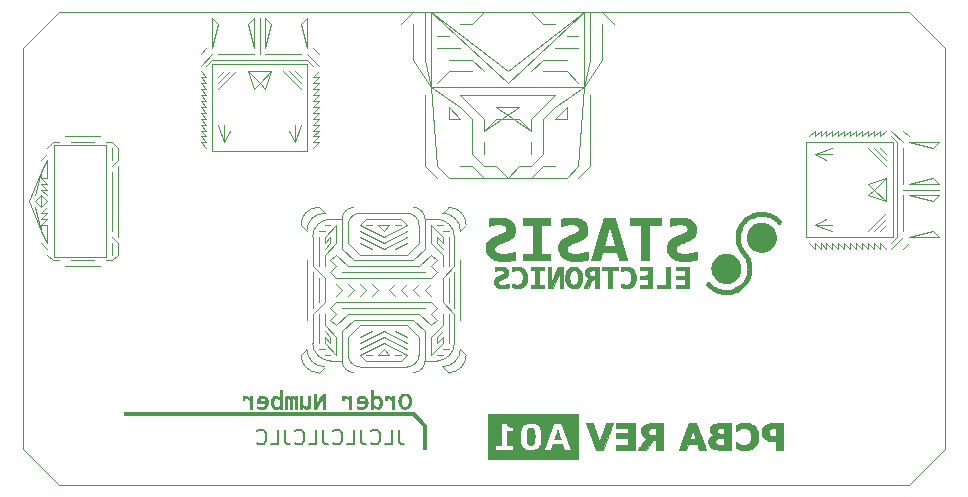
<source format=gbr>
%TF.GenerationSoftware,KiCad,Pcbnew,(5.1.10)-1*%
%TF.CreationDate,2021-05-16T21:49:31+02:00*%
%TF.ProjectId,BatteryBoost,42617474-6572-4794-926f-6f73742e6b69,rev?*%
%TF.SameCoordinates,Original*%
%TF.FileFunction,Legend,Bot*%
%TF.FilePolarity,Positive*%
%FSLAX46Y46*%
G04 Gerber Fmt 4.6, Leading zero omitted, Abs format (unit mm)*
G04 Created by KiCad (PCBNEW (5.1.10)-1) date 2021-05-16 21:49:31*
%MOMM*%
%LPD*%
G01*
G04 APERTURE LIST*
%ADD10C,0.200000*%
%TA.AperFunction,Profile*%
%ADD11C,0.050000*%
%TD*%
%ADD12C,0.010000*%
%ADD13C,0.120000*%
G04 APERTURE END LIST*
D10*
X31773809Y-35315476D02*
X31773809Y-36208333D01*
X31833333Y-36386904D01*
X31952380Y-36505952D01*
X32130952Y-36565476D01*
X32250000Y-36565476D01*
X30583333Y-36565476D02*
X31178571Y-36565476D01*
X31178571Y-35315476D01*
X29452380Y-36446428D02*
X29511904Y-36505952D01*
X29690476Y-36565476D01*
X29809523Y-36565476D01*
X29988095Y-36505952D01*
X30107142Y-36386904D01*
X30166666Y-36267857D01*
X30226190Y-36029761D01*
X30226190Y-35851190D01*
X30166666Y-35613095D01*
X30107142Y-35494047D01*
X29988095Y-35375000D01*
X29809523Y-35315476D01*
X29690476Y-35315476D01*
X29511904Y-35375000D01*
X29452380Y-35434523D01*
X28559523Y-35315476D02*
X28559523Y-36208333D01*
X28619047Y-36386904D01*
X28738095Y-36505952D01*
X28916666Y-36565476D01*
X29035714Y-36565476D01*
X27369047Y-36565476D02*
X27964285Y-36565476D01*
X27964285Y-35315476D01*
X26238095Y-36446428D02*
X26297619Y-36505952D01*
X26476190Y-36565476D01*
X26595238Y-36565476D01*
X26773809Y-36505952D01*
X26892857Y-36386904D01*
X26952380Y-36267857D01*
X27011904Y-36029761D01*
X27011904Y-35851190D01*
X26952380Y-35613095D01*
X26892857Y-35494047D01*
X26773809Y-35375000D01*
X26595238Y-35315476D01*
X26476190Y-35315476D01*
X26297619Y-35375000D01*
X26238095Y-35434523D01*
X25345238Y-35315476D02*
X25345238Y-36208333D01*
X25404761Y-36386904D01*
X25523809Y-36505952D01*
X25702380Y-36565476D01*
X25821428Y-36565476D01*
X24154761Y-36565476D02*
X24750000Y-36565476D01*
X24750000Y-35315476D01*
X23023809Y-36446428D02*
X23083333Y-36505952D01*
X23261904Y-36565476D01*
X23380952Y-36565476D01*
X23559523Y-36505952D01*
X23678571Y-36386904D01*
X23738095Y-36267857D01*
X23797619Y-36029761D01*
X23797619Y-35851190D01*
X23738095Y-35613095D01*
X23678571Y-35494047D01*
X23559523Y-35375000D01*
X23380952Y-35315476D01*
X23261904Y-35315476D01*
X23083333Y-35375000D01*
X23023809Y-35434523D01*
X22130952Y-35315476D02*
X22130952Y-36208333D01*
X22190476Y-36386904D01*
X22309523Y-36505952D01*
X22488095Y-36565476D01*
X22607142Y-36565476D01*
X20940476Y-36565476D02*
X21535714Y-36565476D01*
X21535714Y-35315476D01*
X19809523Y-36446428D02*
X19869047Y-36505952D01*
X20047619Y-36565476D01*
X20166666Y-36565476D01*
X20345238Y-36505952D01*
X20464285Y-36386904D01*
X20523809Y-36267857D01*
X20583333Y-36029761D01*
X20583333Y-35851190D01*
X20523809Y-35613095D01*
X20464285Y-35494047D01*
X20345238Y-35375000D01*
X20166666Y-35315476D01*
X20047619Y-35315476D01*
X19869047Y-35375000D01*
X19809523Y-35434523D01*
D11*
X3000000Y-40000000D02*
X0Y-37000000D01*
X78000000Y-37000000D02*
X75000000Y-40000000D01*
X75000000Y0D02*
X78000000Y-3000000D01*
X0Y-3000000D02*
X3000000Y0D01*
X78000000Y-37000000D02*
X78000000Y-3000000D01*
X3000000Y-40000000D02*
X75000000Y-40000000D01*
X75000000Y0D02*
X3000000Y0D01*
X0Y-3000000D02*
X0Y-37000000D01*
D12*
%TO.C,G\u002A\u002A\u002A*%
G36*
X39347017Y-37816395D02*
G01*
X46989870Y-37816395D01*
X46989870Y-37020793D01*
X46365519Y-37020793D01*
X45789970Y-37020793D01*
X45713826Y-36798617D01*
X45637683Y-36576441D01*
X45224056Y-36574342D01*
X44810430Y-36572242D01*
X44743875Y-36769010D01*
X44724784Y-36825218D01*
X44706885Y-36877468D01*
X44691079Y-36923170D01*
X44678267Y-36959730D01*
X44669347Y-36984556D01*
X44666017Y-36993286D01*
X44654712Y-37020793D01*
X44362278Y-37020793D01*
X44281399Y-37020677D01*
X44216026Y-37020291D01*
X44164740Y-37019584D01*
X44126121Y-37018501D01*
X44098748Y-37016991D01*
X44081202Y-37015000D01*
X44072062Y-37012476D01*
X44069843Y-37009880D01*
X44072708Y-37001147D01*
X44081035Y-36977635D01*
X44094417Y-36940445D01*
X44112453Y-36890675D01*
X44134735Y-36829426D01*
X44160862Y-36757799D01*
X44190427Y-36676893D01*
X44223028Y-36587808D01*
X44258258Y-36491644D01*
X44295715Y-36389501D01*
X44334993Y-36282480D01*
X44375689Y-36171680D01*
X44417397Y-36058201D01*
X44459714Y-35943144D01*
X44486377Y-35870696D01*
X43863146Y-35870696D01*
X43861595Y-36002013D01*
X43854002Y-36130870D01*
X43840427Y-36254154D01*
X43820929Y-36368756D01*
X43795569Y-36471564D01*
X43786141Y-36501718D01*
X43740991Y-36616660D01*
X43686164Y-36717802D01*
X43621293Y-36805447D01*
X43546011Y-36879900D01*
X43459951Y-36941463D01*
X43362746Y-36990439D01*
X43254030Y-37027132D01*
X43133435Y-37051844D01*
X43117660Y-37054085D01*
X43079627Y-37057415D01*
X43029329Y-37059194D01*
X42970813Y-37059532D01*
X42908128Y-37058542D01*
X42845322Y-37056334D01*
X42786441Y-37053020D01*
X42735534Y-37048711D01*
X42696649Y-37043519D01*
X42690446Y-37042338D01*
X42574871Y-37011213D01*
X42470609Y-36967496D01*
X42377638Y-36911169D01*
X42295940Y-36842214D01*
X42225494Y-36760613D01*
X42166280Y-36666348D01*
X42118277Y-36559400D01*
X42103543Y-36517195D01*
X42086154Y-36460192D01*
X42071743Y-36404288D01*
X42059162Y-36344302D01*
X42047261Y-36275050D01*
X42041542Y-36237601D01*
X42035355Y-36183051D01*
X42030659Y-36115441D01*
X42027455Y-36038408D01*
X42025746Y-35955586D01*
X42025533Y-35870611D01*
X42026818Y-35787116D01*
X42029602Y-35708737D01*
X42033888Y-35639110D01*
X42039676Y-35581868D01*
X42041227Y-35570791D01*
X42067206Y-35431602D01*
X42101525Y-35306794D01*
X42144535Y-35195823D01*
X42196591Y-35098142D01*
X42200589Y-35092616D01*
X41462979Y-35092616D01*
X41462979Y-35454982D01*
X40989003Y-35454982D01*
X40989003Y-36622725D01*
X41458747Y-36627225D01*
X41461033Y-36813229D01*
X41461520Y-36868094D01*
X41461604Y-36917536D01*
X41461308Y-36958948D01*
X41460658Y-36989722D01*
X41459677Y-37007253D01*
X41459183Y-37010013D01*
X41455446Y-37011956D01*
X41445216Y-37013665D01*
X41427587Y-37015153D01*
X41401654Y-37016433D01*
X41366513Y-37017520D01*
X41321257Y-37018425D01*
X41264982Y-37019162D01*
X41196783Y-37019743D01*
X41115754Y-37020183D01*
X41020990Y-37020494D01*
X40911587Y-37020689D01*
X40786638Y-37020782D01*
X40714194Y-37020793D01*
X39973342Y-37020793D01*
X39973342Y-36622993D01*
X40430390Y-36622993D01*
X40430390Y-34786338D01*
X40927834Y-34786338D01*
X40933727Y-34826541D01*
X40948218Y-34885798D01*
X40973543Y-34936587D01*
X41010458Y-34979348D01*
X41059719Y-35014524D01*
X41122085Y-35042557D01*
X41198311Y-35063888D01*
X41289155Y-35078959D01*
X41380456Y-35087310D01*
X41462979Y-35092616D01*
X42200589Y-35092616D01*
X42258046Y-35013207D01*
X42329251Y-34940474D01*
X42410562Y-34879398D01*
X42502331Y-34829433D01*
X42529423Y-34817578D01*
X42624255Y-34785507D01*
X42729241Y-34763099D01*
X42840951Y-34750295D01*
X42955953Y-34747038D01*
X43070817Y-34753272D01*
X43182112Y-34768940D01*
X43286406Y-34793982D01*
X43380271Y-34828343D01*
X43388158Y-34831923D01*
X43482759Y-34884717D01*
X43566985Y-34950807D01*
X43640690Y-35030001D01*
X43703727Y-35122107D01*
X43755951Y-35226933D01*
X43797215Y-35344287D01*
X43807723Y-35383039D01*
X43830942Y-35493089D01*
X43847879Y-35613123D01*
X43858594Y-35740028D01*
X43863146Y-35870696D01*
X44486377Y-35870696D01*
X44502235Y-35827609D01*
X44544555Y-35712695D01*
X44586271Y-35599502D01*
X44626979Y-35489131D01*
X44666272Y-35382682D01*
X44703748Y-35281254D01*
X44739002Y-35185948D01*
X44771629Y-35097863D01*
X44801226Y-35018101D01*
X44827387Y-34947760D01*
X44849708Y-34887941D01*
X44858438Y-34864629D01*
X44884619Y-34794802D01*
X45549360Y-34794802D01*
X45557623Y-34818078D01*
X45561514Y-34828712D01*
X45570930Y-34854281D01*
X45585521Y-34893843D01*
X45604941Y-34946455D01*
X45628841Y-35011177D01*
X45656874Y-35087067D01*
X45688691Y-35173182D01*
X45723944Y-35268580D01*
X45762286Y-35372321D01*
X45803367Y-35483461D01*
X45846842Y-35601060D01*
X45892360Y-35724175D01*
X45939575Y-35851865D01*
X45961824Y-35912030D01*
X46009646Y-36041412D01*
X46055873Y-36166600D01*
X46100161Y-36286657D01*
X46142166Y-36400645D01*
X46181545Y-36507629D01*
X46217953Y-36606672D01*
X46251048Y-36696837D01*
X46280485Y-36777187D01*
X46305920Y-36846785D01*
X46327011Y-36904696D01*
X46343413Y-36949981D01*
X46354784Y-36981706D01*
X46360778Y-36998932D01*
X46361639Y-37001750D01*
X46365519Y-37020793D01*
X46989870Y-37020793D01*
X46989870Y-33999201D01*
X39347017Y-33999201D01*
X39347017Y-37816395D01*
G37*
X39347017Y-37816395D02*
X46989870Y-37816395D01*
X46989870Y-37020793D01*
X46365519Y-37020793D01*
X45789970Y-37020793D01*
X45713826Y-36798617D01*
X45637683Y-36576441D01*
X45224056Y-36574342D01*
X44810430Y-36572242D01*
X44743875Y-36769010D01*
X44724784Y-36825218D01*
X44706885Y-36877468D01*
X44691079Y-36923170D01*
X44678267Y-36959730D01*
X44669347Y-36984556D01*
X44666017Y-36993286D01*
X44654712Y-37020793D01*
X44362278Y-37020793D01*
X44281399Y-37020677D01*
X44216026Y-37020291D01*
X44164740Y-37019584D01*
X44126121Y-37018501D01*
X44098748Y-37016991D01*
X44081202Y-37015000D01*
X44072062Y-37012476D01*
X44069843Y-37009880D01*
X44072708Y-37001147D01*
X44081035Y-36977635D01*
X44094417Y-36940445D01*
X44112453Y-36890675D01*
X44134735Y-36829426D01*
X44160862Y-36757799D01*
X44190427Y-36676893D01*
X44223028Y-36587808D01*
X44258258Y-36491644D01*
X44295715Y-36389501D01*
X44334993Y-36282480D01*
X44375689Y-36171680D01*
X44417397Y-36058201D01*
X44459714Y-35943144D01*
X44486377Y-35870696D01*
X43863146Y-35870696D01*
X43861595Y-36002013D01*
X43854002Y-36130870D01*
X43840427Y-36254154D01*
X43820929Y-36368756D01*
X43795569Y-36471564D01*
X43786141Y-36501718D01*
X43740991Y-36616660D01*
X43686164Y-36717802D01*
X43621293Y-36805447D01*
X43546011Y-36879900D01*
X43459951Y-36941463D01*
X43362746Y-36990439D01*
X43254030Y-37027132D01*
X43133435Y-37051844D01*
X43117660Y-37054085D01*
X43079627Y-37057415D01*
X43029329Y-37059194D01*
X42970813Y-37059532D01*
X42908128Y-37058542D01*
X42845322Y-37056334D01*
X42786441Y-37053020D01*
X42735534Y-37048711D01*
X42696649Y-37043519D01*
X42690446Y-37042338D01*
X42574871Y-37011213D01*
X42470609Y-36967496D01*
X42377638Y-36911169D01*
X42295940Y-36842214D01*
X42225494Y-36760613D01*
X42166280Y-36666348D01*
X42118277Y-36559400D01*
X42103543Y-36517195D01*
X42086154Y-36460192D01*
X42071743Y-36404288D01*
X42059162Y-36344302D01*
X42047261Y-36275050D01*
X42041542Y-36237601D01*
X42035355Y-36183051D01*
X42030659Y-36115441D01*
X42027455Y-36038408D01*
X42025746Y-35955586D01*
X42025533Y-35870611D01*
X42026818Y-35787116D01*
X42029602Y-35708737D01*
X42033888Y-35639110D01*
X42039676Y-35581868D01*
X42041227Y-35570791D01*
X42067206Y-35431602D01*
X42101525Y-35306794D01*
X42144535Y-35195823D01*
X42196591Y-35098142D01*
X42200589Y-35092616D01*
X41462979Y-35092616D01*
X41462979Y-35454982D01*
X40989003Y-35454982D01*
X40989003Y-36622725D01*
X41458747Y-36627225D01*
X41461033Y-36813229D01*
X41461520Y-36868094D01*
X41461604Y-36917536D01*
X41461308Y-36958948D01*
X41460658Y-36989722D01*
X41459677Y-37007253D01*
X41459183Y-37010013D01*
X41455446Y-37011956D01*
X41445216Y-37013665D01*
X41427587Y-37015153D01*
X41401654Y-37016433D01*
X41366513Y-37017520D01*
X41321257Y-37018425D01*
X41264982Y-37019162D01*
X41196783Y-37019743D01*
X41115754Y-37020183D01*
X41020990Y-37020494D01*
X40911587Y-37020689D01*
X40786638Y-37020782D01*
X40714194Y-37020793D01*
X39973342Y-37020793D01*
X39973342Y-36622993D01*
X40430390Y-36622993D01*
X40430390Y-34786338D01*
X40927834Y-34786338D01*
X40933727Y-34826541D01*
X40948218Y-34885798D01*
X40973543Y-34936587D01*
X41010458Y-34979348D01*
X41059719Y-35014524D01*
X41122085Y-35042557D01*
X41198311Y-35063888D01*
X41289155Y-35078959D01*
X41380456Y-35087310D01*
X41462979Y-35092616D01*
X42200589Y-35092616D01*
X42258046Y-35013207D01*
X42329251Y-34940474D01*
X42410562Y-34879398D01*
X42502331Y-34829433D01*
X42529423Y-34817578D01*
X42624255Y-34785507D01*
X42729241Y-34763099D01*
X42840951Y-34750295D01*
X42955953Y-34747038D01*
X43070817Y-34753272D01*
X43182112Y-34768940D01*
X43286406Y-34793982D01*
X43380271Y-34828343D01*
X43388158Y-34831923D01*
X43482759Y-34884717D01*
X43566985Y-34950807D01*
X43640690Y-35030001D01*
X43703727Y-35122107D01*
X43755951Y-35226933D01*
X43797215Y-35344287D01*
X43807723Y-35383039D01*
X43830942Y-35493089D01*
X43847879Y-35613123D01*
X43858594Y-35740028D01*
X43863146Y-35870696D01*
X44486377Y-35870696D01*
X44502235Y-35827609D01*
X44544555Y-35712695D01*
X44586271Y-35599502D01*
X44626979Y-35489131D01*
X44666272Y-35382682D01*
X44703748Y-35281254D01*
X44739002Y-35185948D01*
X44771629Y-35097863D01*
X44801226Y-35018101D01*
X44827387Y-34947760D01*
X44849708Y-34887941D01*
X44858438Y-34864629D01*
X44884619Y-34794802D01*
X45549360Y-34794802D01*
X45557623Y-34818078D01*
X45561514Y-34828712D01*
X45570930Y-34854281D01*
X45585521Y-34893843D01*
X45604941Y-34946455D01*
X45628841Y-35011177D01*
X45656874Y-35087067D01*
X45688691Y-35173182D01*
X45723944Y-35268580D01*
X45762286Y-35372321D01*
X45803367Y-35483461D01*
X45846842Y-35601060D01*
X45892360Y-35724175D01*
X45939575Y-35851865D01*
X45961824Y-35912030D01*
X46009646Y-36041412D01*
X46055873Y-36166600D01*
X46100161Y-36286657D01*
X46142166Y-36400645D01*
X46181545Y-36507629D01*
X46217953Y-36606672D01*
X46251048Y-36696837D01*
X46280485Y-36777187D01*
X46305920Y-36846785D01*
X46327011Y-36904696D01*
X46343413Y-36949981D01*
X46354784Y-36981706D01*
X46360778Y-36998932D01*
X46361639Y-37001750D01*
X46365519Y-37020793D01*
X46989870Y-37020793D01*
X46989870Y-33999201D01*
X39347017Y-33999201D01*
X39347017Y-37816395D01*
G36*
X60842179Y-34768033D02*
G01*
X60697505Y-34794490D01*
X60554581Y-34835118D01*
X60410132Y-34890523D01*
X60402949Y-34893632D01*
X60311962Y-34933215D01*
X60311962Y-35471910D01*
X60341910Y-35471910D01*
X60357331Y-35470023D01*
X60374842Y-35463278D01*
X60397294Y-35450045D01*
X60427537Y-35428698D01*
X60458287Y-35405429D01*
X60508371Y-35367465D01*
X60549640Y-35337729D01*
X60586225Y-35313541D01*
X60622257Y-35292223D01*
X60661866Y-35271095D01*
X60677882Y-35262977D01*
X60781835Y-35218366D01*
X60883719Y-35190231D01*
X60984742Y-35178439D01*
X61086116Y-35182860D01*
X61189049Y-35203361D01*
X61199351Y-35206255D01*
X61290837Y-35241008D01*
X61372768Y-35289610D01*
X61444691Y-35351635D01*
X61506150Y-35426659D01*
X61556689Y-35514255D01*
X61575968Y-35558211D01*
X61592427Y-35601210D01*
X61605039Y-35639727D01*
X61614291Y-35677112D01*
X61620670Y-35716714D01*
X61624664Y-35761882D01*
X61626758Y-35815965D01*
X61627441Y-35882313D01*
X61627431Y-35912030D01*
X61626652Y-35988010D01*
X61624260Y-36050503D01*
X61619596Y-36102921D01*
X61612004Y-36148677D01*
X61600826Y-36191184D01*
X61585406Y-36233856D01*
X61565085Y-36280105D01*
X61550837Y-36309830D01*
X61530242Y-36349618D01*
X61510230Y-36381801D01*
X61486878Y-36411712D01*
X61456264Y-36444681D01*
X61438607Y-36462398D01*
X61375023Y-36518531D01*
X61309532Y-36561755D01*
X61239086Y-36593331D01*
X61160633Y-36614516D01*
X61071123Y-36626571D01*
X61035183Y-36628940D01*
X60941930Y-36628011D01*
X60851390Y-36615152D01*
X60761844Y-36589696D01*
X60671572Y-36550972D01*
X60578852Y-36498312D01*
X60481965Y-36431048D01*
X60437486Y-36396585D01*
X60397999Y-36366362D01*
X60368531Y-36346914D01*
X60347123Y-36337054D01*
X60336132Y-36335222D01*
X60311725Y-36335222D01*
X60313959Y-36603535D01*
X60316194Y-36871848D01*
X60409297Y-36912412D01*
X60512449Y-36953576D01*
X60622223Y-36990674D01*
X60730272Y-37020973D01*
X60769010Y-37030108D01*
X60799256Y-37036222D01*
X60829883Y-37040924D01*
X60863941Y-37044436D01*
X60904481Y-37046981D01*
X60954552Y-37048782D01*
X61017205Y-37050062D01*
X61048317Y-37050501D01*
X61106141Y-37051072D01*
X61159567Y-37051279D01*
X61205842Y-37051136D01*
X61242215Y-37050658D01*
X61265935Y-37049861D01*
X61272609Y-37049288D01*
X61419302Y-37021054D01*
X61553336Y-36981653D01*
X61674908Y-36930932D01*
X61784210Y-36868741D01*
X61881439Y-36794928D01*
X61966789Y-36709341D01*
X62040455Y-36611829D01*
X62102632Y-36502239D01*
X62153514Y-36380421D01*
X62161329Y-36357662D01*
X62179353Y-36300682D01*
X62193418Y-36248509D01*
X62203978Y-36197700D01*
X62211490Y-36144814D01*
X62216410Y-36086408D01*
X62219195Y-36019041D01*
X62220299Y-35939270D01*
X62220371Y-35912030D01*
X62220131Y-35840909D01*
X62219193Y-35783779D01*
X62217394Y-35737710D01*
X62214577Y-35699773D01*
X62210579Y-35667040D01*
X62205316Y-35636955D01*
X62169794Y-35496167D01*
X62121845Y-35366791D01*
X62061762Y-35249074D01*
X61989842Y-35143262D01*
X61906379Y-35049602D01*
X61811669Y-34968341D01*
X61706007Y-34899724D01*
X61589687Y-34843999D01*
X61463005Y-34801411D01*
X61326256Y-34772209D01*
X61179735Y-34756637D01*
X61149883Y-34755203D01*
X60991880Y-34755140D01*
X60842179Y-34768033D01*
G37*
X60842179Y-34768033D02*
X60697505Y-34794490D01*
X60554581Y-34835118D01*
X60410132Y-34890523D01*
X60402949Y-34893632D01*
X60311962Y-34933215D01*
X60311962Y-35471910D01*
X60341910Y-35471910D01*
X60357331Y-35470023D01*
X60374842Y-35463278D01*
X60397294Y-35450045D01*
X60427537Y-35428698D01*
X60458287Y-35405429D01*
X60508371Y-35367465D01*
X60549640Y-35337729D01*
X60586225Y-35313541D01*
X60622257Y-35292223D01*
X60661866Y-35271095D01*
X60677882Y-35262977D01*
X60781835Y-35218366D01*
X60883719Y-35190231D01*
X60984742Y-35178439D01*
X61086116Y-35182860D01*
X61189049Y-35203361D01*
X61199351Y-35206255D01*
X61290837Y-35241008D01*
X61372768Y-35289610D01*
X61444691Y-35351635D01*
X61506150Y-35426659D01*
X61556689Y-35514255D01*
X61575968Y-35558211D01*
X61592427Y-35601210D01*
X61605039Y-35639727D01*
X61614291Y-35677112D01*
X61620670Y-35716714D01*
X61624664Y-35761882D01*
X61626758Y-35815965D01*
X61627441Y-35882313D01*
X61627431Y-35912030D01*
X61626652Y-35988010D01*
X61624260Y-36050503D01*
X61619596Y-36102921D01*
X61612004Y-36148677D01*
X61600826Y-36191184D01*
X61585406Y-36233856D01*
X61565085Y-36280105D01*
X61550837Y-36309830D01*
X61530242Y-36349618D01*
X61510230Y-36381801D01*
X61486878Y-36411712D01*
X61456264Y-36444681D01*
X61438607Y-36462398D01*
X61375023Y-36518531D01*
X61309532Y-36561755D01*
X61239086Y-36593331D01*
X61160633Y-36614516D01*
X61071123Y-36626571D01*
X61035183Y-36628940D01*
X60941930Y-36628011D01*
X60851390Y-36615152D01*
X60761844Y-36589696D01*
X60671572Y-36550972D01*
X60578852Y-36498312D01*
X60481965Y-36431048D01*
X60437486Y-36396585D01*
X60397999Y-36366362D01*
X60368531Y-36346914D01*
X60347123Y-36337054D01*
X60336132Y-36335222D01*
X60311725Y-36335222D01*
X60313959Y-36603535D01*
X60316194Y-36871848D01*
X60409297Y-36912412D01*
X60512449Y-36953576D01*
X60622223Y-36990674D01*
X60730272Y-37020973D01*
X60769010Y-37030108D01*
X60799256Y-37036222D01*
X60829883Y-37040924D01*
X60863941Y-37044436D01*
X60904481Y-37046981D01*
X60954552Y-37048782D01*
X61017205Y-37050062D01*
X61048317Y-37050501D01*
X61106141Y-37051072D01*
X61159567Y-37051279D01*
X61205842Y-37051136D01*
X61242215Y-37050658D01*
X61265935Y-37049861D01*
X61272609Y-37049288D01*
X61419302Y-37021054D01*
X61553336Y-36981653D01*
X61674908Y-36930932D01*
X61784210Y-36868741D01*
X61881439Y-36794928D01*
X61966789Y-36709341D01*
X62040455Y-36611829D01*
X62102632Y-36502239D01*
X62153514Y-36380421D01*
X62161329Y-36357662D01*
X62179353Y-36300682D01*
X62193418Y-36248509D01*
X62203978Y-36197700D01*
X62211490Y-36144814D01*
X62216410Y-36086408D01*
X62219195Y-36019041D01*
X62220299Y-35939270D01*
X62220371Y-35912030D01*
X62220131Y-35840909D01*
X62219193Y-35783779D01*
X62217394Y-35737710D01*
X62214577Y-35699773D01*
X62210579Y-35667040D01*
X62205316Y-35636955D01*
X62169794Y-35496167D01*
X62121845Y-35366791D01*
X62061762Y-35249074D01*
X61989842Y-35143262D01*
X61906379Y-35049602D01*
X61811669Y-34968341D01*
X61706007Y-34899724D01*
X61589687Y-34843999D01*
X61463005Y-34801411D01*
X61326256Y-34772209D01*
X61179735Y-34756637D01*
X61149883Y-34755203D01*
X60991880Y-34755140D01*
X60842179Y-34768033D01*
G36*
X63696813Y-34794938D02*
G01*
X63583789Y-34795421D01*
X63484878Y-34796364D01*
X63398671Y-34797879D01*
X63323761Y-34800078D01*
X63258741Y-34803075D01*
X63202205Y-34806981D01*
X63152744Y-34811909D01*
X63108952Y-34817972D01*
X63069421Y-34825282D01*
X63032745Y-34833952D01*
X62997516Y-34844093D01*
X62962326Y-34855820D01*
X62934264Y-34866040D01*
X62866874Y-34894029D01*
X62810100Y-34924576D01*
X62758158Y-34961402D01*
X62705268Y-35008228D01*
X62689815Y-35023326D01*
X62632703Y-35086569D01*
X62588227Y-35151504D01*
X62554890Y-35221437D01*
X62531195Y-35299671D01*
X62515642Y-35389512D01*
X62512903Y-35413665D01*
X62509317Y-35520952D01*
X62519991Y-35628538D01*
X62544123Y-35733557D01*
X62580908Y-35833138D01*
X62629542Y-35924414D01*
X62673277Y-35985655D01*
X62726779Y-36042570D01*
X62792929Y-36098351D01*
X62867530Y-36150162D01*
X62946389Y-36195164D01*
X63025310Y-36230522D01*
X63046741Y-36238270D01*
X63086528Y-36251060D01*
X63125039Y-36261487D01*
X63164712Y-36269828D01*
X63207987Y-36276358D01*
X63257301Y-36281356D01*
X63315093Y-36285096D01*
X63383801Y-36287855D01*
X63465864Y-36289911D01*
X63509180Y-36290703D01*
X63765211Y-36294990D01*
X63765211Y-37012330D01*
X64340753Y-37012330D01*
X64340753Y-35880785D01*
X63765211Y-35880785D01*
X63593818Y-35875447D01*
X63529186Y-35872817D01*
X63469771Y-35869221D01*
X63418834Y-35864916D01*
X63379638Y-35860160D01*
X63363326Y-35857244D01*
X63289202Y-35834396D01*
X63226185Y-35800941D01*
X63175471Y-35757742D01*
X63138255Y-35705660D01*
X63130250Y-35689225D01*
X63114145Y-35641292D01*
X63103603Y-35586054D01*
X63098902Y-35528561D01*
X63100320Y-35473867D01*
X63108137Y-35427024D01*
X63114715Y-35407695D01*
X63136979Y-35367220D01*
X63167457Y-35326745D01*
X63201177Y-35292328D01*
X63223014Y-35275733D01*
X63253084Y-35257942D01*
X63282545Y-35243896D01*
X63314005Y-35233108D01*
X63350072Y-35225096D01*
X63393354Y-35219374D01*
X63446460Y-35215457D01*
X63511997Y-35212861D01*
X63568427Y-35211536D01*
X63765211Y-35207745D01*
X63765211Y-35880785D01*
X64340753Y-35880785D01*
X64340753Y-34794802D01*
X63825355Y-34794802D01*
X63696813Y-34794938D01*
G37*
X63696813Y-34794938D02*
X63583789Y-34795421D01*
X63484878Y-34796364D01*
X63398671Y-34797879D01*
X63323761Y-34800078D01*
X63258741Y-34803075D01*
X63202205Y-34806981D01*
X63152744Y-34811909D01*
X63108952Y-34817972D01*
X63069421Y-34825282D01*
X63032745Y-34833952D01*
X62997516Y-34844093D01*
X62962326Y-34855820D01*
X62934264Y-34866040D01*
X62866874Y-34894029D01*
X62810100Y-34924576D01*
X62758158Y-34961402D01*
X62705268Y-35008228D01*
X62689815Y-35023326D01*
X62632703Y-35086569D01*
X62588227Y-35151504D01*
X62554890Y-35221437D01*
X62531195Y-35299671D01*
X62515642Y-35389512D01*
X62512903Y-35413665D01*
X62509317Y-35520952D01*
X62519991Y-35628538D01*
X62544123Y-35733557D01*
X62580908Y-35833138D01*
X62629542Y-35924414D01*
X62673277Y-35985655D01*
X62726779Y-36042570D01*
X62792929Y-36098351D01*
X62867530Y-36150162D01*
X62946389Y-36195164D01*
X63025310Y-36230522D01*
X63046741Y-36238270D01*
X63086528Y-36251060D01*
X63125039Y-36261487D01*
X63164712Y-36269828D01*
X63207987Y-36276358D01*
X63257301Y-36281356D01*
X63315093Y-36285096D01*
X63383801Y-36287855D01*
X63465864Y-36289911D01*
X63509180Y-36290703D01*
X63765211Y-36294990D01*
X63765211Y-37012330D01*
X64340753Y-37012330D01*
X64340753Y-35880785D01*
X63765211Y-35880785D01*
X63593818Y-35875447D01*
X63529186Y-35872817D01*
X63469771Y-35869221D01*
X63418834Y-35864916D01*
X63379638Y-35860160D01*
X63363326Y-35857244D01*
X63289202Y-35834396D01*
X63226185Y-35800941D01*
X63175471Y-35757742D01*
X63138255Y-35705660D01*
X63130250Y-35689225D01*
X63114145Y-35641292D01*
X63103603Y-35586054D01*
X63098902Y-35528561D01*
X63100320Y-35473867D01*
X63108137Y-35427024D01*
X63114715Y-35407695D01*
X63136979Y-35367220D01*
X63167457Y-35326745D01*
X63201177Y-35292328D01*
X63223014Y-35275733D01*
X63253084Y-35257942D01*
X63282545Y-35243896D01*
X63314005Y-35233108D01*
X63350072Y-35225096D01*
X63393354Y-35219374D01*
X63446460Y-35215457D01*
X63511997Y-35212861D01*
X63568427Y-35211536D01*
X63765211Y-35207745D01*
X63765211Y-35880785D01*
X64340753Y-35880785D01*
X64340753Y-34794802D01*
X63825355Y-34794802D01*
X63696813Y-34794938D01*
G36*
X59294185Y-34797172D02*
G01*
X59172250Y-34797990D01*
X59065897Y-34798825D01*
X58973782Y-34799759D01*
X58894557Y-34800876D01*
X58826880Y-34802259D01*
X58769403Y-34803992D01*
X58720782Y-34806158D01*
X58679671Y-34808841D01*
X58644725Y-34812124D01*
X58614599Y-34816090D01*
X58587947Y-34820824D01*
X58563425Y-34826409D01*
X58539686Y-34832927D01*
X58515386Y-34840464D01*
X58496468Y-34846673D01*
X58402015Y-34884760D01*
X58322100Y-34931480D01*
X58256623Y-34986960D01*
X58205485Y-35051329D01*
X58168587Y-35124715D01*
X58145829Y-35207245D01*
X58137112Y-35299049D01*
X58137004Y-35311097D01*
X58144860Y-35405166D01*
X58168062Y-35492527D01*
X58206067Y-35572298D01*
X58258328Y-35643598D01*
X58324301Y-35705548D01*
X58403439Y-35757266D01*
X58418052Y-35764921D01*
X58440577Y-35777588D01*
X58455215Y-35788221D01*
X58458380Y-35792649D01*
X58450814Y-35798137D01*
X58430923Y-35805667D01*
X58402919Y-35813660D01*
X58401249Y-35814076D01*
X58316663Y-35842247D01*
X58237418Y-35882721D01*
X58166061Y-35933575D01*
X58105141Y-35992886D01*
X58057206Y-36058730D01*
X58043319Y-36084266D01*
X58009282Y-36171516D01*
X57990339Y-36263346D01*
X57986099Y-36357495D01*
X57996170Y-36451705D01*
X58020163Y-36543715D01*
X58057686Y-36631267D01*
X58108349Y-36712099D01*
X58162833Y-36775223D01*
X58241865Y-36842490D01*
X58334037Y-36899561D01*
X58438751Y-36946134D01*
X58555412Y-36981909D01*
X58585338Y-36988902D01*
X58601344Y-36992292D01*
X58617311Y-36995232D01*
X58634549Y-36997764D01*
X58654367Y-36999926D01*
X58678074Y-37001759D01*
X58706980Y-37003302D01*
X58742393Y-37004595D01*
X58785624Y-37005679D01*
X58837981Y-37006593D01*
X58900773Y-37007376D01*
X58975311Y-37008070D01*
X59062903Y-37008713D01*
X59164858Y-37009346D01*
X59277257Y-37009979D01*
X59888770Y-37013338D01*
X59888770Y-36329579D01*
X59321692Y-36329579D01*
X59321523Y-36396028D01*
X59321043Y-36457002D01*
X59320293Y-36510453D01*
X59319316Y-36554332D01*
X59318152Y-36586593D01*
X59316844Y-36605186D01*
X59316019Y-36608917D01*
X59305917Y-36610616D01*
X59281518Y-36611592D01*
X59245437Y-36611912D01*
X59200285Y-36611647D01*
X59148676Y-36610864D01*
X59093223Y-36609631D01*
X59036538Y-36608017D01*
X58981235Y-36606090D01*
X58929927Y-36603919D01*
X58885226Y-36601571D01*
X58849745Y-36599117D01*
X58826099Y-36596622D01*
X58822326Y-36595998D01*
X58767905Y-36581089D01*
X58714683Y-36558277D01*
X58668412Y-36530363D01*
X58642203Y-36508250D01*
X58611443Y-36465843D01*
X58590122Y-36412368D01*
X58579337Y-36351486D01*
X58579192Y-36297663D01*
X58588947Y-36233964D01*
X58608441Y-36182862D01*
X58639063Y-36142227D01*
X58682198Y-36109931D01*
X58711135Y-36095232D01*
X58738291Y-36084235D01*
X58766936Y-36075427D01*
X58799265Y-36068584D01*
X58837476Y-36063481D01*
X58883764Y-36059893D01*
X58940326Y-36057597D01*
X59009359Y-36056367D01*
X59093060Y-36055980D01*
X59095285Y-36055979D01*
X59321692Y-36055915D01*
X59321692Y-36329579D01*
X59888770Y-36329579D01*
X59888770Y-35432412D01*
X59321692Y-35432412D01*
X59321494Y-35493365D01*
X59320933Y-35548713D01*
X59320064Y-35596217D01*
X59318940Y-35633638D01*
X59317614Y-35658739D01*
X59316139Y-35669282D01*
X59316050Y-35669399D01*
X59305098Y-35671960D01*
X59280215Y-35673668D01*
X59244374Y-35674546D01*
X59200550Y-35674618D01*
X59151714Y-35673907D01*
X59100843Y-35672436D01*
X59050908Y-35670228D01*
X59004883Y-35667307D01*
X59000066Y-35666934D01*
X58925154Y-35658125D01*
X58864727Y-35644250D01*
X58816877Y-35624463D01*
X58779698Y-35597921D01*
X58751282Y-35563780D01*
X58745528Y-35554316D01*
X58735821Y-35535309D01*
X58729724Y-35516275D01*
X58726431Y-35492497D01*
X58725140Y-35459256D01*
X58724991Y-35433822D01*
X58725403Y-35393718D01*
X58727245Y-35365701D01*
X58731430Y-35344940D01*
X58738867Y-35326604D01*
X58748492Y-35309206D01*
X58768903Y-35280181D01*
X58793817Y-35256549D01*
X58824975Y-35237831D01*
X58864118Y-35223550D01*
X58912989Y-35213226D01*
X58973326Y-35206382D01*
X59046873Y-35202541D01*
X59135371Y-35201223D01*
X59141836Y-35201214D01*
X59321692Y-35201067D01*
X59321692Y-35432412D01*
X59888770Y-35432412D01*
X59888770Y-34793340D01*
X59294185Y-34797172D01*
G37*
X59294185Y-34797172D02*
X59172250Y-34797990D01*
X59065897Y-34798825D01*
X58973782Y-34799759D01*
X58894557Y-34800876D01*
X58826880Y-34802259D01*
X58769403Y-34803992D01*
X58720782Y-34806158D01*
X58679671Y-34808841D01*
X58644725Y-34812124D01*
X58614599Y-34816090D01*
X58587947Y-34820824D01*
X58563425Y-34826409D01*
X58539686Y-34832927D01*
X58515386Y-34840464D01*
X58496468Y-34846673D01*
X58402015Y-34884760D01*
X58322100Y-34931480D01*
X58256623Y-34986960D01*
X58205485Y-35051329D01*
X58168587Y-35124715D01*
X58145829Y-35207245D01*
X58137112Y-35299049D01*
X58137004Y-35311097D01*
X58144860Y-35405166D01*
X58168062Y-35492527D01*
X58206067Y-35572298D01*
X58258328Y-35643598D01*
X58324301Y-35705548D01*
X58403439Y-35757266D01*
X58418052Y-35764921D01*
X58440577Y-35777588D01*
X58455215Y-35788221D01*
X58458380Y-35792649D01*
X58450814Y-35798137D01*
X58430923Y-35805667D01*
X58402919Y-35813660D01*
X58401249Y-35814076D01*
X58316663Y-35842247D01*
X58237418Y-35882721D01*
X58166061Y-35933575D01*
X58105141Y-35992886D01*
X58057206Y-36058730D01*
X58043319Y-36084266D01*
X58009282Y-36171516D01*
X57990339Y-36263346D01*
X57986099Y-36357495D01*
X57996170Y-36451705D01*
X58020163Y-36543715D01*
X58057686Y-36631267D01*
X58108349Y-36712099D01*
X58162833Y-36775223D01*
X58241865Y-36842490D01*
X58334037Y-36899561D01*
X58438751Y-36946134D01*
X58555412Y-36981909D01*
X58585338Y-36988902D01*
X58601344Y-36992292D01*
X58617311Y-36995232D01*
X58634549Y-36997764D01*
X58654367Y-36999926D01*
X58678074Y-37001759D01*
X58706980Y-37003302D01*
X58742393Y-37004595D01*
X58785624Y-37005679D01*
X58837981Y-37006593D01*
X58900773Y-37007376D01*
X58975311Y-37008070D01*
X59062903Y-37008713D01*
X59164858Y-37009346D01*
X59277257Y-37009979D01*
X59888770Y-37013338D01*
X59888770Y-36329579D01*
X59321692Y-36329579D01*
X59321523Y-36396028D01*
X59321043Y-36457002D01*
X59320293Y-36510453D01*
X59319316Y-36554332D01*
X59318152Y-36586593D01*
X59316844Y-36605186D01*
X59316019Y-36608917D01*
X59305917Y-36610616D01*
X59281518Y-36611592D01*
X59245437Y-36611912D01*
X59200285Y-36611647D01*
X59148676Y-36610864D01*
X59093223Y-36609631D01*
X59036538Y-36608017D01*
X58981235Y-36606090D01*
X58929927Y-36603919D01*
X58885226Y-36601571D01*
X58849745Y-36599117D01*
X58826099Y-36596622D01*
X58822326Y-36595998D01*
X58767905Y-36581089D01*
X58714683Y-36558277D01*
X58668412Y-36530363D01*
X58642203Y-36508250D01*
X58611443Y-36465843D01*
X58590122Y-36412368D01*
X58579337Y-36351486D01*
X58579192Y-36297663D01*
X58588947Y-36233964D01*
X58608441Y-36182862D01*
X58639063Y-36142227D01*
X58682198Y-36109931D01*
X58711135Y-36095232D01*
X58738291Y-36084235D01*
X58766936Y-36075427D01*
X58799265Y-36068584D01*
X58837476Y-36063481D01*
X58883764Y-36059893D01*
X58940326Y-36057597D01*
X59009359Y-36056367D01*
X59093060Y-36055980D01*
X59095285Y-36055979D01*
X59321692Y-36055915D01*
X59321692Y-36329579D01*
X59888770Y-36329579D01*
X59888770Y-35432412D01*
X59321692Y-35432412D01*
X59321494Y-35493365D01*
X59320933Y-35548713D01*
X59320064Y-35596217D01*
X59318940Y-35633638D01*
X59317614Y-35658739D01*
X59316139Y-35669282D01*
X59316050Y-35669399D01*
X59305098Y-35671960D01*
X59280215Y-35673668D01*
X59244374Y-35674546D01*
X59200550Y-35674618D01*
X59151714Y-35673907D01*
X59100843Y-35672436D01*
X59050908Y-35670228D01*
X59004883Y-35667307D01*
X59000066Y-35666934D01*
X58925154Y-35658125D01*
X58864727Y-35644250D01*
X58816877Y-35624463D01*
X58779698Y-35597921D01*
X58751282Y-35563780D01*
X58745528Y-35554316D01*
X58735821Y-35535309D01*
X58729724Y-35516275D01*
X58726431Y-35492497D01*
X58725140Y-35459256D01*
X58724991Y-35433822D01*
X58725403Y-35393718D01*
X58727245Y-35365701D01*
X58731430Y-35344940D01*
X58738867Y-35326604D01*
X58748492Y-35309206D01*
X58768903Y-35280181D01*
X58793817Y-35256549D01*
X58824975Y-35237831D01*
X58864118Y-35223550D01*
X58912989Y-35213226D01*
X58973326Y-35206382D01*
X59046873Y-35202541D01*
X59135371Y-35201223D01*
X59141836Y-35201214D01*
X59321692Y-35201067D01*
X59321692Y-35432412D01*
X59888770Y-35432412D01*
X59888770Y-34793340D01*
X59294185Y-34797172D01*
G36*
X56323830Y-34799034D02*
G01*
X55915767Y-35903566D01*
X55507705Y-37008098D01*
X55799404Y-37010325D01*
X55867932Y-37010757D01*
X55930919Y-37010979D01*
X55986406Y-37010999D01*
X56032434Y-37010821D01*
X56067044Y-37010454D01*
X56088278Y-37009903D01*
X56094329Y-37009325D01*
X56097809Y-37000783D01*
X56106002Y-36978306D01*
X56118172Y-36943987D01*
X56133583Y-36899919D01*
X56151500Y-36848194D01*
X56171186Y-36790904D01*
X56172509Y-36787038D01*
X56247462Y-36567978D01*
X57071106Y-36563584D01*
X57082340Y-36591172D01*
X57088164Y-36606800D01*
X57098488Y-36635876D01*
X57112414Y-36675810D01*
X57129039Y-36724006D01*
X57147463Y-36777872D01*
X57160232Y-36815452D01*
X57226891Y-37012144D01*
X57512545Y-37012237D01*
X57580166Y-37012107D01*
X57642074Y-37011695D01*
X57696320Y-37011037D01*
X57740952Y-37010169D01*
X57774021Y-37009127D01*
X57793576Y-37007946D01*
X57798200Y-37006991D01*
X57795320Y-36998561D01*
X57786902Y-36975160D01*
X57773280Y-36937698D01*
X57754787Y-36887080D01*
X57731757Y-36824215D01*
X57704524Y-36750009D01*
X57673420Y-36665369D01*
X57638779Y-36571204D01*
X57600936Y-36468419D01*
X57560223Y-36357923D01*
X57516973Y-36240623D01*
X57482397Y-36146901D01*
X56932679Y-36146901D01*
X56930473Y-36149918D01*
X56920394Y-36152341D01*
X56901048Y-36154224D01*
X56871044Y-36155622D01*
X56828987Y-36156590D01*
X56773485Y-36157181D01*
X56703146Y-36157450D01*
X56662071Y-36157481D01*
X56387442Y-36157481D01*
X56462118Y-35939537D01*
X56499820Y-35829560D01*
X56532445Y-35734554D01*
X56560369Y-35653465D01*
X56583972Y-35585239D01*
X56603631Y-35528822D01*
X56619726Y-35483161D01*
X56632634Y-35447203D01*
X56642734Y-35419893D01*
X56650403Y-35400178D01*
X56656021Y-35387004D01*
X56659966Y-35379318D01*
X56662615Y-35376065D01*
X56664347Y-35376193D01*
X56664365Y-35376212D01*
X56668315Y-35385375D01*
X56677148Y-35408962D01*
X56690301Y-35445369D01*
X56707206Y-35492995D01*
X56727297Y-35550235D01*
X56750011Y-35615488D01*
X56774779Y-35687149D01*
X56799690Y-35759680D01*
X56825860Y-35836081D01*
X56850417Y-35907730D01*
X56872806Y-35973006D01*
X56892469Y-36030286D01*
X56908849Y-36077948D01*
X56921388Y-36114369D01*
X56929530Y-36137927D01*
X56932679Y-36146901D01*
X57482397Y-36146901D01*
X57471522Y-36117425D01*
X57424201Y-35989238D01*
X57390552Y-35898130D01*
X56982904Y-34794608D01*
X56323830Y-34799034D01*
G37*
X56323830Y-34799034D02*
X55915767Y-35903566D01*
X55507705Y-37008098D01*
X55799404Y-37010325D01*
X55867932Y-37010757D01*
X55930919Y-37010979D01*
X55986406Y-37010999D01*
X56032434Y-37010821D01*
X56067044Y-37010454D01*
X56088278Y-37009903D01*
X56094329Y-37009325D01*
X56097809Y-37000783D01*
X56106002Y-36978306D01*
X56118172Y-36943987D01*
X56133583Y-36899919D01*
X56151500Y-36848194D01*
X56171186Y-36790904D01*
X56172509Y-36787038D01*
X56247462Y-36567978D01*
X57071106Y-36563584D01*
X57082340Y-36591172D01*
X57088164Y-36606800D01*
X57098488Y-36635876D01*
X57112414Y-36675810D01*
X57129039Y-36724006D01*
X57147463Y-36777872D01*
X57160232Y-36815452D01*
X57226891Y-37012144D01*
X57512545Y-37012237D01*
X57580166Y-37012107D01*
X57642074Y-37011695D01*
X57696320Y-37011037D01*
X57740952Y-37010169D01*
X57774021Y-37009127D01*
X57793576Y-37007946D01*
X57798200Y-37006991D01*
X57795320Y-36998561D01*
X57786902Y-36975160D01*
X57773280Y-36937698D01*
X57754787Y-36887080D01*
X57731757Y-36824215D01*
X57704524Y-36750009D01*
X57673420Y-36665369D01*
X57638779Y-36571204D01*
X57600936Y-36468419D01*
X57560223Y-36357923D01*
X57516973Y-36240623D01*
X57482397Y-36146901D01*
X56932679Y-36146901D01*
X56930473Y-36149918D01*
X56920394Y-36152341D01*
X56901048Y-36154224D01*
X56871044Y-36155622D01*
X56828987Y-36156590D01*
X56773485Y-36157181D01*
X56703146Y-36157450D01*
X56662071Y-36157481D01*
X56387442Y-36157481D01*
X56462118Y-35939537D01*
X56499820Y-35829560D01*
X56532445Y-35734554D01*
X56560369Y-35653465D01*
X56583972Y-35585239D01*
X56603631Y-35528822D01*
X56619726Y-35483161D01*
X56632634Y-35447203D01*
X56642734Y-35419893D01*
X56650403Y-35400178D01*
X56656021Y-35387004D01*
X56659966Y-35379318D01*
X56662615Y-35376065D01*
X56664347Y-35376193D01*
X56664365Y-35376212D01*
X56668315Y-35385375D01*
X56677148Y-35408962D01*
X56690301Y-35445369D01*
X56707206Y-35492995D01*
X56727297Y-35550235D01*
X56750011Y-35615488D01*
X56774779Y-35687149D01*
X56799690Y-35759680D01*
X56825860Y-35836081D01*
X56850417Y-35907730D01*
X56872806Y-35973006D01*
X56892469Y-36030286D01*
X56908849Y-36077948D01*
X56921388Y-36114369D01*
X56929530Y-36137927D01*
X56932679Y-36146901D01*
X57482397Y-36146901D01*
X57471522Y-36117425D01*
X57424201Y-35989238D01*
X57390552Y-35898130D01*
X56982904Y-34794608D01*
X56323830Y-34799034D01*
G36*
X53474155Y-34794957D02*
G01*
X53358372Y-34795454D01*
X53256974Y-34796340D01*
X53168691Y-34797661D01*
X53092254Y-34799464D01*
X53026392Y-34801797D01*
X52969836Y-34804706D01*
X52921317Y-34808237D01*
X52879563Y-34812439D01*
X52843305Y-34817358D01*
X52811273Y-34823040D01*
X52804814Y-34824366D01*
X52703846Y-34852835D01*
X52611207Y-34893485D01*
X52528224Y-34945248D01*
X52456222Y-35007057D01*
X52396527Y-35077843D01*
X52350466Y-35156538D01*
X52330069Y-35206690D01*
X52314267Y-35268550D01*
X52304862Y-35341211D01*
X52302290Y-35419628D01*
X52305850Y-35487563D01*
X52321322Y-35588210D01*
X52348347Y-35678042D01*
X52388008Y-35759548D01*
X52441388Y-35835215D01*
X52472749Y-35870773D01*
X52510144Y-35907090D01*
X52554632Y-35944949D01*
X52602125Y-35981312D01*
X52648532Y-36013139D01*
X52689765Y-36037389D01*
X52709313Y-36046627D01*
X52727587Y-36055560D01*
X52736616Y-36062715D01*
X52736821Y-36063470D01*
X52731750Y-36070895D01*
X52717095Y-36090576D01*
X52693689Y-36121431D01*
X52662367Y-36162376D01*
X52623964Y-36212326D01*
X52579314Y-36270197D01*
X52529252Y-36334907D01*
X52474611Y-36405370D01*
X52416227Y-36480503D01*
X52372875Y-36536196D01*
X52312346Y-36613964D01*
X52254964Y-36687808D01*
X52201566Y-36756646D01*
X52152985Y-36819397D01*
X52110055Y-36874979D01*
X52073610Y-36922313D01*
X52044484Y-36960317D01*
X52023511Y-36987909D01*
X52011526Y-37004010D01*
X52008930Y-37007875D01*
X52017098Y-37008837D01*
X52040419Y-37009729D01*
X52077117Y-37010526D01*
X52125418Y-37011205D01*
X52183547Y-37011745D01*
X52249728Y-37012121D01*
X52322188Y-37012311D01*
X52353879Y-37012330D01*
X52698828Y-37012330D01*
X53299934Y-36204032D01*
X53433106Y-36201701D01*
X53566278Y-36199371D01*
X53566278Y-37012330D01*
X54133355Y-37012330D01*
X54133355Y-35802000D01*
X53566278Y-35802000D01*
X53420276Y-35801930D01*
X53365395Y-35801384D01*
X53310007Y-35799925D01*
X53259029Y-35797742D01*
X53217375Y-35795027D01*
X53200323Y-35793387D01*
X53133830Y-35782737D01*
X53079533Y-35766567D01*
X53033119Y-35743104D01*
X52990276Y-35710575D01*
X52983060Y-35704036D01*
X52946039Y-35665675D01*
X52920397Y-35627853D01*
X52904354Y-35586186D01*
X52896131Y-35536292D01*
X52893962Y-35484605D01*
X52894320Y-35442173D01*
X52896595Y-35411329D01*
X52901592Y-35386771D01*
X52910117Y-35363197D01*
X52913646Y-35355164D01*
X52934124Y-35317902D01*
X52959954Y-35286732D01*
X52992572Y-35261201D01*
X53033415Y-35240857D01*
X53083919Y-35225249D01*
X53145520Y-35213925D01*
X53219656Y-35206433D01*
X53307762Y-35202322D01*
X53403349Y-35201136D01*
X53566278Y-35201067D01*
X53566278Y-35802000D01*
X54133355Y-35802000D01*
X54133355Y-34794802D01*
X53605594Y-34794802D01*
X53474155Y-34794957D01*
G37*
X53474155Y-34794957D02*
X53358372Y-34795454D01*
X53256974Y-34796340D01*
X53168691Y-34797661D01*
X53092254Y-34799464D01*
X53026392Y-34801797D01*
X52969836Y-34804706D01*
X52921317Y-34808237D01*
X52879563Y-34812439D01*
X52843305Y-34817358D01*
X52811273Y-34823040D01*
X52804814Y-34824366D01*
X52703846Y-34852835D01*
X52611207Y-34893485D01*
X52528224Y-34945248D01*
X52456222Y-35007057D01*
X52396527Y-35077843D01*
X52350466Y-35156538D01*
X52330069Y-35206690D01*
X52314267Y-35268550D01*
X52304862Y-35341211D01*
X52302290Y-35419628D01*
X52305850Y-35487563D01*
X52321322Y-35588210D01*
X52348347Y-35678042D01*
X52388008Y-35759548D01*
X52441388Y-35835215D01*
X52472749Y-35870773D01*
X52510144Y-35907090D01*
X52554632Y-35944949D01*
X52602125Y-35981312D01*
X52648532Y-36013139D01*
X52689765Y-36037389D01*
X52709313Y-36046627D01*
X52727587Y-36055560D01*
X52736616Y-36062715D01*
X52736821Y-36063470D01*
X52731750Y-36070895D01*
X52717095Y-36090576D01*
X52693689Y-36121431D01*
X52662367Y-36162376D01*
X52623964Y-36212326D01*
X52579314Y-36270197D01*
X52529252Y-36334907D01*
X52474611Y-36405370D01*
X52416227Y-36480503D01*
X52372875Y-36536196D01*
X52312346Y-36613964D01*
X52254964Y-36687808D01*
X52201566Y-36756646D01*
X52152985Y-36819397D01*
X52110055Y-36874979D01*
X52073610Y-36922313D01*
X52044484Y-36960317D01*
X52023511Y-36987909D01*
X52011526Y-37004010D01*
X52008930Y-37007875D01*
X52017098Y-37008837D01*
X52040419Y-37009729D01*
X52077117Y-37010526D01*
X52125418Y-37011205D01*
X52183547Y-37011745D01*
X52249728Y-37012121D01*
X52322188Y-37012311D01*
X52353879Y-37012330D01*
X52698828Y-37012330D01*
X53299934Y-36204032D01*
X53433106Y-36201701D01*
X53566278Y-36199371D01*
X53566278Y-37012330D01*
X54133355Y-37012330D01*
X54133355Y-35802000D01*
X53566278Y-35802000D01*
X53420276Y-35801930D01*
X53365395Y-35801384D01*
X53310007Y-35799925D01*
X53259029Y-35797742D01*
X53217375Y-35795027D01*
X53200323Y-35793387D01*
X53133830Y-35782737D01*
X53079533Y-35766567D01*
X53033119Y-35743104D01*
X52990276Y-35710575D01*
X52983060Y-35704036D01*
X52946039Y-35665675D01*
X52920397Y-35627853D01*
X52904354Y-35586186D01*
X52896131Y-35536292D01*
X52893962Y-35484605D01*
X52894320Y-35442173D01*
X52896595Y-35411329D01*
X52901592Y-35386771D01*
X52910117Y-35363197D01*
X52913646Y-35355164D01*
X52934124Y-35317902D01*
X52959954Y-35286732D01*
X52992572Y-35261201D01*
X53033415Y-35240857D01*
X53083919Y-35225249D01*
X53145520Y-35213925D01*
X53219656Y-35206433D01*
X53307762Y-35202322D01*
X53403349Y-35201136D01*
X53566278Y-35201067D01*
X53566278Y-35802000D01*
X54133355Y-35802000D01*
X54133355Y-34794802D01*
X53605594Y-34794802D01*
X53474155Y-34794957D01*
G36*
X50138420Y-35217864D02*
G01*
X50656831Y-35220045D01*
X51175241Y-35222226D01*
X51177516Y-35414779D01*
X51179791Y-35607331D01*
X50214595Y-35607331D01*
X50214595Y-36038987D01*
X51179473Y-36038987D01*
X51179473Y-36589137D01*
X50138420Y-36589137D01*
X50138420Y-37012330D01*
X51746551Y-37012330D01*
X51746551Y-34794802D01*
X50138420Y-34794802D01*
X50138420Y-35217864D01*
G37*
X50138420Y-35217864D02*
X50656831Y-35220045D01*
X51175241Y-35222226D01*
X51177516Y-35414779D01*
X51179791Y-35607331D01*
X50214595Y-35607331D01*
X50214595Y-36038987D01*
X51179473Y-36038987D01*
X51179473Y-36589137D01*
X50138420Y-36589137D01*
X50138420Y-37012330D01*
X51746551Y-37012330D01*
X51746551Y-34794802D01*
X50138420Y-34794802D01*
X50138420Y-35217864D01*
G36*
X49038986Y-35567128D02*
G01*
X49001188Y-35676993D01*
X48964887Y-35782318D01*
X48930468Y-35881998D01*
X48898312Y-35974931D01*
X48868806Y-36060014D01*
X48842331Y-36136144D01*
X48819273Y-36202219D01*
X48800014Y-36257134D01*
X48784939Y-36299789D01*
X48774432Y-36329079D01*
X48768875Y-36343902D01*
X48768123Y-36345534D01*
X48764672Y-36338584D01*
X48756129Y-36316695D01*
X48742878Y-36280950D01*
X48725301Y-36232428D01*
X48703779Y-36172211D01*
X48678694Y-36101378D01*
X48650430Y-36021011D01*
X48619367Y-35932191D01*
X48585888Y-35835998D01*
X48550375Y-35733512D01*
X48513211Y-35625816D01*
X48497293Y-35579556D01*
X48459487Y-35469700D01*
X48423172Y-35364379D01*
X48388731Y-35264696D01*
X48356549Y-35171755D01*
X48327011Y-35086661D01*
X48300502Y-35010516D01*
X48277405Y-34944425D01*
X48258105Y-34889491D01*
X48242988Y-34846819D01*
X48232436Y-34817511D01*
X48226836Y-34802673D01*
X48226070Y-34801037D01*
X48216527Y-34799573D01*
X48192055Y-34798354D01*
X48154648Y-34797409D01*
X48106303Y-34796768D01*
X48049015Y-34796458D01*
X47984781Y-34796508D01*
X47932652Y-34796805D01*
X47645017Y-34799034D01*
X48450545Y-37008098D01*
X49094083Y-37012528D01*
X49494617Y-35914245D01*
X49542395Y-35783239D01*
X49588605Y-35656540D01*
X49632913Y-35535064D01*
X49674983Y-35419728D01*
X49714482Y-35311450D01*
X49751074Y-35211148D01*
X49784424Y-35119739D01*
X49814199Y-35038141D01*
X49840062Y-34967271D01*
X49861679Y-34908047D01*
X49878716Y-34861386D01*
X49890838Y-34828205D01*
X49897709Y-34809423D01*
X49899198Y-34805382D01*
X49896990Y-34802481D01*
X49887033Y-34800127D01*
X49867985Y-34798273D01*
X49838506Y-34796869D01*
X49797254Y-34795869D01*
X49742888Y-34795223D01*
X49674067Y-34794884D01*
X49603851Y-34794802D01*
X49304459Y-34794802D01*
X49038986Y-35567128D01*
G37*
X49038986Y-35567128D02*
X49001188Y-35676993D01*
X48964887Y-35782318D01*
X48930468Y-35881998D01*
X48898312Y-35974931D01*
X48868806Y-36060014D01*
X48842331Y-36136144D01*
X48819273Y-36202219D01*
X48800014Y-36257134D01*
X48784939Y-36299789D01*
X48774432Y-36329079D01*
X48768875Y-36343902D01*
X48768123Y-36345534D01*
X48764672Y-36338584D01*
X48756129Y-36316695D01*
X48742878Y-36280950D01*
X48725301Y-36232428D01*
X48703779Y-36172211D01*
X48678694Y-36101378D01*
X48650430Y-36021011D01*
X48619367Y-35932191D01*
X48585888Y-35835998D01*
X48550375Y-35733512D01*
X48513211Y-35625816D01*
X48497293Y-35579556D01*
X48459487Y-35469700D01*
X48423172Y-35364379D01*
X48388731Y-35264696D01*
X48356549Y-35171755D01*
X48327011Y-35086661D01*
X48300502Y-35010516D01*
X48277405Y-34944425D01*
X48258105Y-34889491D01*
X48242988Y-34846819D01*
X48232436Y-34817511D01*
X48226836Y-34802673D01*
X48226070Y-34801037D01*
X48216527Y-34799573D01*
X48192055Y-34798354D01*
X48154648Y-34797409D01*
X48106303Y-34796768D01*
X48049015Y-34796458D01*
X47984781Y-34796508D01*
X47932652Y-34796805D01*
X47645017Y-34799034D01*
X48450545Y-37008098D01*
X49094083Y-37012528D01*
X49494617Y-35914245D01*
X49542395Y-35783239D01*
X49588605Y-35656540D01*
X49632913Y-35535064D01*
X49674983Y-35419728D01*
X49714482Y-35311450D01*
X49751074Y-35211148D01*
X49784424Y-35119739D01*
X49814199Y-35038141D01*
X49840062Y-34967271D01*
X49861679Y-34908047D01*
X49878716Y-34861386D01*
X49890838Y-34828205D01*
X49897709Y-34809423D01*
X49899198Y-34805382D01*
X49896990Y-34802481D01*
X49887033Y-34800127D01*
X49867985Y-34798273D01*
X49838506Y-34796869D01*
X49797254Y-34795869D01*
X49742888Y-34795223D01*
X49674067Y-34794884D01*
X49603851Y-34794802D01*
X49304459Y-34794802D01*
X49038986Y-35567128D01*
G36*
X8504765Y-34126158D02*
G01*
X32944177Y-34126158D01*
X33403311Y-34585351D01*
X33862446Y-35044543D01*
X33862446Y-36986938D01*
X34124825Y-36986938D01*
X34124825Y-34934405D01*
X33054099Y-33863779D01*
X8504765Y-33863779D01*
X8504765Y-34126158D01*
G37*
X8504765Y-34126158D02*
X32944177Y-34126158D01*
X33403311Y-34585351D01*
X33862446Y-35044543D01*
X33862446Y-36986938D01*
X34124825Y-36986938D01*
X34124825Y-34934405D01*
X33054099Y-33863779D01*
X8504765Y-33863779D01*
X8504765Y-34126158D01*
G36*
X32271243Y-32266120D02*
G01*
X32192584Y-32272835D01*
X32125052Y-32287479D01*
X32064152Y-32311468D01*
X32005385Y-32346219D01*
X31995974Y-32352806D01*
X31932531Y-32407343D01*
X31878150Y-32474381D01*
X31831575Y-32555470D01*
X31831262Y-32556115D01*
X31808249Y-32607652D01*
X31790894Y-32657270D01*
X31777857Y-32710077D01*
X31767800Y-32771180D01*
X31761923Y-32820610D01*
X31756567Y-32935835D01*
X31764816Y-33047918D01*
X31786273Y-33154257D01*
X31820542Y-33252247D01*
X31831262Y-33275542D01*
X31880149Y-33359481D01*
X31938690Y-33429884D01*
X32006527Y-33486412D01*
X32083303Y-33528732D01*
X32112833Y-33540342D01*
X32143656Y-33550256D01*
X32173219Y-33556951D01*
X32206593Y-33561165D01*
X32248847Y-33563632D01*
X32279706Y-33564559D01*
X32344934Y-33564663D01*
X32396038Y-33561368D01*
X32435432Y-33554532D01*
X32518281Y-33525186D01*
X32593795Y-33481268D01*
X32660847Y-33423957D01*
X32718309Y-33354431D01*
X32765055Y-33273865D01*
X32799957Y-33183439D01*
X32803987Y-33169512D01*
X32823519Y-33077663D01*
X32834203Y-32978144D01*
X32834996Y-32915828D01*
X32629575Y-32915828D01*
X32628431Y-32993856D01*
X32624600Y-33058554D01*
X32617480Y-33113394D01*
X32606470Y-33161845D01*
X32590970Y-33207377D01*
X32571496Y-33251176D01*
X32532535Y-33313510D01*
X32483651Y-33363157D01*
X32426775Y-33399406D01*
X32363840Y-33421544D01*
X32296777Y-33428856D01*
X32227518Y-33420632D01*
X32167133Y-33400351D01*
X32113575Y-33367549D01*
X32066404Y-33319761D01*
X32026285Y-33257931D01*
X31993880Y-33183002D01*
X31978286Y-33131656D01*
X31972283Y-33104973D01*
X31967970Y-33075655D01*
X31965112Y-33040416D01*
X31963473Y-32995970D01*
X31962816Y-32939033D01*
X31962775Y-32915828D01*
X31963147Y-32853804D01*
X31964419Y-32805409D01*
X31966829Y-32767357D01*
X31970611Y-32736362D01*
X31976003Y-32709139D01*
X31978286Y-32700000D01*
X32006758Y-32614717D01*
X32043762Y-32543448D01*
X32089095Y-32486478D01*
X32142551Y-32444096D01*
X32171365Y-32428868D01*
X32202396Y-32416121D01*
X32229994Y-32408761D01*
X32261247Y-32405421D01*
X32296634Y-32404724D01*
X32336749Y-32405689D01*
X32367088Y-32409496D01*
X32394737Y-32417509D01*
X32421903Y-32428868D01*
X32477197Y-32461822D01*
X32523982Y-32507182D01*
X32562935Y-32565889D01*
X32594732Y-32638881D01*
X32611098Y-32691536D01*
X32617935Y-32718801D01*
X32622882Y-32745197D01*
X32626230Y-32774247D01*
X32628267Y-32809476D01*
X32629285Y-32854406D01*
X32629574Y-32912561D01*
X32629575Y-32915828D01*
X32834996Y-32915828D01*
X32835478Y-32878046D01*
X32831490Y-32820610D01*
X32815507Y-32714664D01*
X32790683Y-32621772D01*
X32756251Y-32540114D01*
X32711447Y-32467867D01*
X32656497Y-32404200D01*
X32594442Y-32350418D01*
X32528741Y-32310512D01*
X32457055Y-32283644D01*
X32377046Y-32268976D01*
X32286377Y-32265670D01*
X32271243Y-32266120D01*
G37*
X32271243Y-32266120D02*
X32192584Y-32272835D01*
X32125052Y-32287479D01*
X32064152Y-32311468D01*
X32005385Y-32346219D01*
X31995974Y-32352806D01*
X31932531Y-32407343D01*
X31878150Y-32474381D01*
X31831575Y-32555470D01*
X31831262Y-32556115D01*
X31808249Y-32607652D01*
X31790894Y-32657270D01*
X31777857Y-32710077D01*
X31767800Y-32771180D01*
X31761923Y-32820610D01*
X31756567Y-32935835D01*
X31764816Y-33047918D01*
X31786273Y-33154257D01*
X31820542Y-33252247D01*
X31831262Y-33275542D01*
X31880149Y-33359481D01*
X31938690Y-33429884D01*
X32006527Y-33486412D01*
X32083303Y-33528732D01*
X32112833Y-33540342D01*
X32143656Y-33550256D01*
X32173219Y-33556951D01*
X32206593Y-33561165D01*
X32248847Y-33563632D01*
X32279706Y-33564559D01*
X32344934Y-33564663D01*
X32396038Y-33561368D01*
X32435432Y-33554532D01*
X32518281Y-33525186D01*
X32593795Y-33481268D01*
X32660847Y-33423957D01*
X32718309Y-33354431D01*
X32765055Y-33273865D01*
X32799957Y-33183439D01*
X32803987Y-33169512D01*
X32823519Y-33077663D01*
X32834203Y-32978144D01*
X32834996Y-32915828D01*
X32629575Y-32915828D01*
X32628431Y-32993856D01*
X32624600Y-33058554D01*
X32617480Y-33113394D01*
X32606470Y-33161845D01*
X32590970Y-33207377D01*
X32571496Y-33251176D01*
X32532535Y-33313510D01*
X32483651Y-33363157D01*
X32426775Y-33399406D01*
X32363840Y-33421544D01*
X32296777Y-33428856D01*
X32227518Y-33420632D01*
X32167133Y-33400351D01*
X32113575Y-33367549D01*
X32066404Y-33319761D01*
X32026285Y-33257931D01*
X31993880Y-33183002D01*
X31978286Y-33131656D01*
X31972283Y-33104973D01*
X31967970Y-33075655D01*
X31965112Y-33040416D01*
X31963473Y-32995970D01*
X31962816Y-32939033D01*
X31962775Y-32915828D01*
X31963147Y-32853804D01*
X31964419Y-32805409D01*
X31966829Y-32767357D01*
X31970611Y-32736362D01*
X31976003Y-32709139D01*
X31978286Y-32700000D01*
X32006758Y-32614717D01*
X32043762Y-32543448D01*
X32089095Y-32486478D01*
X32142551Y-32444096D01*
X32171365Y-32428868D01*
X32202396Y-32416121D01*
X32229994Y-32408761D01*
X32261247Y-32405421D01*
X32296634Y-32404724D01*
X32336749Y-32405689D01*
X32367088Y-32409496D01*
X32394737Y-32417509D01*
X32421903Y-32428868D01*
X32477197Y-32461822D01*
X32523982Y-32507182D01*
X32562935Y-32565889D01*
X32594732Y-32638881D01*
X32611098Y-32691536D01*
X32617935Y-32718801D01*
X32622882Y-32745197D01*
X32626230Y-32774247D01*
X32628267Y-32809476D01*
X32629285Y-32854406D01*
X32629574Y-32912561D01*
X32629575Y-32915828D01*
X32834996Y-32915828D01*
X32835478Y-32878046D01*
X32831490Y-32820610D01*
X32815507Y-32714664D01*
X32790683Y-32621772D01*
X32756251Y-32540114D01*
X32711447Y-32467867D01*
X32656497Y-32404200D01*
X32594442Y-32350418D01*
X32528741Y-32310512D01*
X32457055Y-32283644D01*
X32377046Y-32268976D01*
X32286377Y-32265670D01*
X32271243Y-32266120D01*
G36*
X29437926Y-32769827D02*
G01*
X29440086Y-33537921D01*
X29535305Y-33540314D01*
X29630523Y-33542707D01*
X29630967Y-33442980D01*
X29631268Y-33400925D01*
X29631998Y-33373587D01*
X29633569Y-33358755D01*
X29636393Y-33354219D01*
X29640881Y-33357767D01*
X29645592Y-33364412D01*
X29657736Y-33379957D01*
X29678134Y-33403511D01*
X29703201Y-33430985D01*
X29714529Y-33442995D01*
X29775106Y-33496708D01*
X29839452Y-33534357D01*
X29908762Y-33556609D01*
X29922525Y-33559140D01*
X29952003Y-33563744D01*
X29973293Y-33565831D01*
X29993211Y-33565401D01*
X30018574Y-33562455D01*
X30041487Y-33559150D01*
X30112414Y-33540671D01*
X30175474Y-33507561D01*
X30230235Y-33460398D01*
X30276264Y-33399757D01*
X30313129Y-33326216D01*
X30340398Y-33240352D01*
X30357638Y-33142741D01*
X30358356Y-33136408D01*
X30363448Y-33023974D01*
X30361787Y-33004322D01*
X30161051Y-33004322D01*
X30159268Y-33090142D01*
X30150287Y-33171740D01*
X30134248Y-33243429D01*
X30109215Y-33301412D01*
X30073724Y-33346836D01*
X30029401Y-33379002D01*
X29977870Y-33397206D01*
X29920756Y-33400747D01*
X29859684Y-33388922D01*
X29826580Y-33376325D01*
X29773796Y-33347632D01*
X29725345Y-33309502D01*
X29677110Y-33258641D01*
X29672011Y-33252573D01*
X29630523Y-33202720D01*
X29630523Y-32739553D01*
X29683422Y-32695183D01*
X29734364Y-32656154D01*
X29780559Y-32629711D01*
X29826256Y-32614106D01*
X29875705Y-32607585D01*
X29897134Y-32607128D01*
X29937896Y-32608553D01*
X29967732Y-32613210D01*
X29992502Y-32622161D01*
X29999501Y-32625673D01*
X30044890Y-32658709D01*
X30084501Y-32705755D01*
X30116760Y-32764420D01*
X30140089Y-32832317D01*
X30142558Y-32842444D01*
X30155520Y-32919887D01*
X30161051Y-33004322D01*
X30361787Y-33004322D01*
X30354162Y-32914146D01*
X30330928Y-32809476D01*
X30294173Y-32712513D01*
X30283834Y-32691536D01*
X30252277Y-32640939D01*
X30211717Y-32591456D01*
X30166229Y-32547244D01*
X30119889Y-32512458D01*
X30094345Y-32498295D01*
X30020361Y-32472173D01*
X29944353Y-32461399D01*
X29868792Y-32465605D01*
X29796146Y-32484420D01*
X29728884Y-32517475D01*
X29672615Y-32561354D01*
X29630523Y-32601712D01*
X29630523Y-32001733D01*
X29435765Y-32001733D01*
X29437926Y-32769827D01*
G37*
X29437926Y-32769827D02*
X29440086Y-33537921D01*
X29535305Y-33540314D01*
X29630523Y-33542707D01*
X29630967Y-33442980D01*
X29631268Y-33400925D01*
X29631998Y-33373587D01*
X29633569Y-33358755D01*
X29636393Y-33354219D01*
X29640881Y-33357767D01*
X29645592Y-33364412D01*
X29657736Y-33379957D01*
X29678134Y-33403511D01*
X29703201Y-33430985D01*
X29714529Y-33442995D01*
X29775106Y-33496708D01*
X29839452Y-33534357D01*
X29908762Y-33556609D01*
X29922525Y-33559140D01*
X29952003Y-33563744D01*
X29973293Y-33565831D01*
X29993211Y-33565401D01*
X30018574Y-33562455D01*
X30041487Y-33559150D01*
X30112414Y-33540671D01*
X30175474Y-33507561D01*
X30230235Y-33460398D01*
X30276264Y-33399757D01*
X30313129Y-33326216D01*
X30340398Y-33240352D01*
X30357638Y-33142741D01*
X30358356Y-33136408D01*
X30363448Y-33023974D01*
X30361787Y-33004322D01*
X30161051Y-33004322D01*
X30159268Y-33090142D01*
X30150287Y-33171740D01*
X30134248Y-33243429D01*
X30109215Y-33301412D01*
X30073724Y-33346836D01*
X30029401Y-33379002D01*
X29977870Y-33397206D01*
X29920756Y-33400747D01*
X29859684Y-33388922D01*
X29826580Y-33376325D01*
X29773796Y-33347632D01*
X29725345Y-33309502D01*
X29677110Y-33258641D01*
X29672011Y-33252573D01*
X29630523Y-33202720D01*
X29630523Y-32739553D01*
X29683422Y-32695183D01*
X29734364Y-32656154D01*
X29780559Y-32629711D01*
X29826256Y-32614106D01*
X29875705Y-32607585D01*
X29897134Y-32607128D01*
X29937896Y-32608553D01*
X29967732Y-32613210D01*
X29992502Y-32622161D01*
X29999501Y-32625673D01*
X30044890Y-32658709D01*
X30084501Y-32705755D01*
X30116760Y-32764420D01*
X30140089Y-32832317D01*
X30142558Y-32842444D01*
X30155520Y-32919887D01*
X30161051Y-33004322D01*
X30361787Y-33004322D01*
X30354162Y-32914146D01*
X30330928Y-32809476D01*
X30294173Y-32712513D01*
X30283834Y-32691536D01*
X30252277Y-32640939D01*
X30211717Y-32591456D01*
X30166229Y-32547244D01*
X30119889Y-32512458D01*
X30094345Y-32498295D01*
X30020361Y-32472173D01*
X29944353Y-32461399D01*
X29868792Y-32465605D01*
X29796146Y-32484420D01*
X29728884Y-32517475D01*
X29672615Y-32561354D01*
X29630523Y-32601712D01*
X29630523Y-32001733D01*
X29435765Y-32001733D01*
X29437926Y-32769827D01*
G36*
X28534653Y-32470861D02*
G01*
X28457678Y-32493588D01*
X28408261Y-32519514D01*
X28360290Y-32558155D01*
X28317950Y-32605524D01*
X28285428Y-32657631D01*
X28285328Y-32657833D01*
X28258644Y-32726270D01*
X28239382Y-32806650D01*
X28228241Y-32895382D01*
X28225636Y-32964495D01*
X28225524Y-33059714D01*
X28945989Y-33059714D01*
X28940465Y-33099917D01*
X28924511Y-33178120D01*
X28899409Y-33243737D01*
X28864162Y-33299018D01*
X28840531Y-33325393D01*
X28788557Y-33365755D01*
X28725073Y-33395493D01*
X28651882Y-33414436D01*
X28570788Y-33422412D01*
X28483597Y-33419250D01*
X28392112Y-33404779D01*
X28298139Y-33378825D01*
X28293869Y-33377381D01*
X28263291Y-33367238D01*
X28238934Y-33359687D01*
X28225196Y-33356079D01*
X28224042Y-33355948D01*
X28220880Y-33363761D01*
X28218465Y-33384603D01*
X28217176Y-33414580D01*
X28217061Y-33427551D01*
X28217061Y-33499154D01*
X28272096Y-33516152D01*
X28365849Y-33539786D01*
X28465782Y-33555518D01*
X28565723Y-33562698D01*
X28659504Y-33560676D01*
X28678340Y-33558969D01*
X28776374Y-33541642D01*
X28864126Y-33511521D01*
X28941037Y-33469064D01*
X29006547Y-33414733D01*
X29060094Y-33348985D01*
X29101117Y-33272282D01*
X29127820Y-33190356D01*
X29136121Y-33141213D01*
X29140928Y-33081423D01*
X29142239Y-33016729D01*
X29140051Y-32952870D01*
X29136374Y-32915828D01*
X28938410Y-32915828D01*
X28418006Y-32915828D01*
X28423872Y-32856298D01*
X28436044Y-32780814D01*
X28456628Y-32719660D01*
X28486219Y-32672146D01*
X28525414Y-32637585D01*
X28574811Y-32615289D01*
X28635007Y-32604570D01*
X28642799Y-32604040D01*
X28709355Y-32606293D01*
X28766403Y-32621660D01*
X28809197Y-32645717D01*
X28849985Y-32684527D01*
X28885057Y-32736266D01*
X28912515Y-32797371D01*
X28930462Y-32864280D01*
X28932650Y-32877418D01*
X28938410Y-32915828D01*
X29136374Y-32915828D01*
X29134364Y-32895585D01*
X29127904Y-32860813D01*
X29098085Y-32769813D01*
X29055971Y-32688939D01*
X29002963Y-32618958D01*
X28940464Y-32560640D01*
X28869874Y-32514752D01*
X28792597Y-32482062D01*
X28710033Y-32463338D01*
X28623585Y-32459348D01*
X28534653Y-32470861D01*
G37*
X28534653Y-32470861D02*
X28457678Y-32493588D01*
X28408261Y-32519514D01*
X28360290Y-32558155D01*
X28317950Y-32605524D01*
X28285428Y-32657631D01*
X28285328Y-32657833D01*
X28258644Y-32726270D01*
X28239382Y-32806650D01*
X28228241Y-32895382D01*
X28225636Y-32964495D01*
X28225524Y-33059714D01*
X28945989Y-33059714D01*
X28940465Y-33099917D01*
X28924511Y-33178120D01*
X28899409Y-33243737D01*
X28864162Y-33299018D01*
X28840531Y-33325393D01*
X28788557Y-33365755D01*
X28725073Y-33395493D01*
X28651882Y-33414436D01*
X28570788Y-33422412D01*
X28483597Y-33419250D01*
X28392112Y-33404779D01*
X28298139Y-33378825D01*
X28293869Y-33377381D01*
X28263291Y-33367238D01*
X28238934Y-33359687D01*
X28225196Y-33356079D01*
X28224042Y-33355948D01*
X28220880Y-33363761D01*
X28218465Y-33384603D01*
X28217176Y-33414580D01*
X28217061Y-33427551D01*
X28217061Y-33499154D01*
X28272096Y-33516152D01*
X28365849Y-33539786D01*
X28465782Y-33555518D01*
X28565723Y-33562698D01*
X28659504Y-33560676D01*
X28678340Y-33558969D01*
X28776374Y-33541642D01*
X28864126Y-33511521D01*
X28941037Y-33469064D01*
X29006547Y-33414733D01*
X29060094Y-33348985D01*
X29101117Y-33272282D01*
X29127820Y-33190356D01*
X29136121Y-33141213D01*
X29140928Y-33081423D01*
X29142239Y-33016729D01*
X29140051Y-32952870D01*
X29136374Y-32915828D01*
X28938410Y-32915828D01*
X28418006Y-32915828D01*
X28423872Y-32856298D01*
X28436044Y-32780814D01*
X28456628Y-32719660D01*
X28486219Y-32672146D01*
X28525414Y-32637585D01*
X28574811Y-32615289D01*
X28635007Y-32604570D01*
X28642799Y-32604040D01*
X28709355Y-32606293D01*
X28766403Y-32621660D01*
X28809197Y-32645717D01*
X28849985Y-32684527D01*
X28885057Y-32736266D01*
X28912515Y-32797371D01*
X28930462Y-32864280D01*
X28932650Y-32877418D01*
X28938410Y-32915828D01*
X29136374Y-32915828D01*
X29134364Y-32895585D01*
X29127904Y-32860813D01*
X29098085Y-32769813D01*
X29055971Y-32688939D01*
X29002963Y-32618958D01*
X28940464Y-32560640D01*
X28869874Y-32514752D01*
X28792597Y-32482062D01*
X28710033Y-32463338D01*
X28623585Y-32459348D01*
X28534653Y-32470861D01*
G36*
X24101913Y-32871393D02*
G01*
X24099400Y-33258614D01*
X24078240Y-33300921D01*
X24054387Y-33339039D01*
X24025970Y-33363762D01*
X23989436Y-33377148D01*
X23941230Y-33381256D01*
X23939451Y-33381257D01*
X23878988Y-33374196D01*
X23820738Y-33352739D01*
X23763564Y-33316217D01*
X23706330Y-33263963D01*
X23669860Y-33222820D01*
X23629656Y-33174281D01*
X23629656Y-32484172D01*
X23443452Y-32484172D01*
X23443452Y-33542153D01*
X23629119Y-33542153D01*
X23631504Y-33443277D01*
X23633888Y-33344402D01*
X23655951Y-33377683D01*
X23685693Y-33416118D01*
X23723204Y-33455491D01*
X23762440Y-33489800D01*
X23785339Y-33506125D01*
X23848820Y-33537139D01*
X23920346Y-33556490D01*
X23994958Y-33563357D01*
X24067698Y-33556916D01*
X24078240Y-33554729D01*
X24139561Y-33533543D01*
X24190911Y-33499179D01*
X24227990Y-33459042D01*
X24240155Y-33442818D01*
X24250456Y-33427621D01*
X24259060Y-33411939D01*
X24266131Y-33394262D01*
X24271834Y-33373077D01*
X24276332Y-33346873D01*
X24279791Y-33314138D01*
X24282376Y-33273361D01*
X24284252Y-33223029D01*
X24285582Y-33161632D01*
X24286531Y-33087658D01*
X24287265Y-32999595D01*
X24287862Y-32909480D01*
X24290570Y-32484172D01*
X24104427Y-32484172D01*
X24101913Y-32871393D01*
G37*
X24101913Y-32871393D02*
X24099400Y-33258614D01*
X24078240Y-33300921D01*
X24054387Y-33339039D01*
X24025970Y-33363762D01*
X23989436Y-33377148D01*
X23941230Y-33381256D01*
X23939451Y-33381257D01*
X23878988Y-33374196D01*
X23820738Y-33352739D01*
X23763564Y-33316217D01*
X23706330Y-33263963D01*
X23669860Y-33222820D01*
X23629656Y-33174281D01*
X23629656Y-32484172D01*
X23443452Y-32484172D01*
X23443452Y-33542153D01*
X23629119Y-33542153D01*
X23631504Y-33443277D01*
X23633888Y-33344402D01*
X23655951Y-33377683D01*
X23685693Y-33416118D01*
X23723204Y-33455491D01*
X23762440Y-33489800D01*
X23785339Y-33506125D01*
X23848820Y-33537139D01*
X23920346Y-33556490D01*
X23994958Y-33563357D01*
X24067698Y-33556916D01*
X24078240Y-33554729D01*
X24139561Y-33533543D01*
X24190911Y-33499179D01*
X24227990Y-33459042D01*
X24240155Y-33442818D01*
X24250456Y-33427621D01*
X24259060Y-33411939D01*
X24266131Y-33394262D01*
X24271834Y-33373077D01*
X24276332Y-33346873D01*
X24279791Y-33314138D01*
X24282376Y-33273361D01*
X24284252Y-33223029D01*
X24285582Y-33161632D01*
X24286531Y-33087658D01*
X24287265Y-32999595D01*
X24287862Y-32909480D01*
X24290570Y-32484172D01*
X24104427Y-32484172D01*
X24101913Y-32871393D01*
G36*
X21699429Y-32342403D02*
G01*
X21698959Y-32683073D01*
X21680386Y-32657850D01*
X21665783Y-32639771D01*
X21643612Y-32614310D01*
X21618071Y-32586259D01*
X21611567Y-32579313D01*
X21552357Y-32527554D01*
X21487770Y-32490639D01*
X21419778Y-32468277D01*
X21350349Y-32460179D01*
X21281453Y-32466053D01*
X21215060Y-32485610D01*
X21153141Y-32518559D01*
X21097665Y-32564609D01*
X21050601Y-32623470D01*
X21026884Y-32665505D01*
X21004369Y-32716021D01*
X20988072Y-32764322D01*
X20976933Y-32815206D01*
X20969892Y-32873469D01*
X20965989Y-32941220D01*
X20966180Y-33045345D01*
X20975447Y-33137499D01*
X20994362Y-33220347D01*
X21023496Y-33296552D01*
X21054621Y-33354648D01*
X21083853Y-33397011D01*
X21119167Y-33439249D01*
X21156251Y-33476696D01*
X21190792Y-33504686D01*
X21197064Y-33508769D01*
X21252677Y-33535261D01*
X21317663Y-33553525D01*
X21386047Y-33562473D01*
X21451856Y-33561017D01*
X21469813Y-33558457D01*
X21534483Y-33539369D01*
X21598561Y-33505689D01*
X21651977Y-33465018D01*
X21697816Y-33424162D01*
X21720876Y-33487390D01*
X21743936Y-33550617D01*
X21886104Y-33550617D01*
X21886104Y-32826407D01*
X21699900Y-32826407D01*
X21699900Y-33278205D01*
X21656091Y-33317593D01*
X21590926Y-33368288D01*
X21525946Y-33403281D01*
X21502810Y-33411892D01*
X21460040Y-33419844D01*
X21411246Y-33419715D01*
X21364021Y-33412030D01*
X21330896Y-33400005D01*
X21290877Y-33372184D01*
X21252934Y-33332343D01*
X21221320Y-33285250D01*
X21211965Y-33266695D01*
X21191308Y-33211485D01*
X21177267Y-33149236D01*
X21169329Y-33076857D01*
X21166971Y-32996235D01*
X21170664Y-32901338D01*
X21181930Y-32821192D01*
X21201056Y-32755270D01*
X21228325Y-32703045D01*
X21264022Y-32663991D01*
X21308433Y-32637580D01*
X21361840Y-32623286D01*
X21368975Y-32622347D01*
X21423148Y-32623956D01*
X21480592Y-32640152D01*
X21538775Y-32669617D01*
X21595166Y-32711036D01*
X21647235Y-32763092D01*
X21653215Y-32770162D01*
X21699900Y-32826407D01*
X21886104Y-32826407D01*
X21886104Y-32001733D01*
X21699900Y-32001733D01*
X21699429Y-32342403D01*
G37*
X21699429Y-32342403D02*
X21698959Y-32683073D01*
X21680386Y-32657850D01*
X21665783Y-32639771D01*
X21643612Y-32614310D01*
X21618071Y-32586259D01*
X21611567Y-32579313D01*
X21552357Y-32527554D01*
X21487770Y-32490639D01*
X21419778Y-32468277D01*
X21350349Y-32460179D01*
X21281453Y-32466053D01*
X21215060Y-32485610D01*
X21153141Y-32518559D01*
X21097665Y-32564609D01*
X21050601Y-32623470D01*
X21026884Y-32665505D01*
X21004369Y-32716021D01*
X20988072Y-32764322D01*
X20976933Y-32815206D01*
X20969892Y-32873469D01*
X20965989Y-32941220D01*
X20966180Y-33045345D01*
X20975447Y-33137499D01*
X20994362Y-33220347D01*
X21023496Y-33296552D01*
X21054621Y-33354648D01*
X21083853Y-33397011D01*
X21119167Y-33439249D01*
X21156251Y-33476696D01*
X21190792Y-33504686D01*
X21197064Y-33508769D01*
X21252677Y-33535261D01*
X21317663Y-33553525D01*
X21386047Y-33562473D01*
X21451856Y-33561017D01*
X21469813Y-33558457D01*
X21534483Y-33539369D01*
X21598561Y-33505689D01*
X21651977Y-33465018D01*
X21697816Y-33424162D01*
X21720876Y-33487390D01*
X21743936Y-33550617D01*
X21886104Y-33550617D01*
X21886104Y-32826407D01*
X21699900Y-32826407D01*
X21699900Y-33278205D01*
X21656091Y-33317593D01*
X21590926Y-33368288D01*
X21525946Y-33403281D01*
X21502810Y-33411892D01*
X21460040Y-33419844D01*
X21411246Y-33419715D01*
X21364021Y-33412030D01*
X21330896Y-33400005D01*
X21290877Y-33372184D01*
X21252934Y-33332343D01*
X21221320Y-33285250D01*
X21211965Y-33266695D01*
X21191308Y-33211485D01*
X21177267Y-33149236D01*
X21169329Y-33076857D01*
X21166971Y-32996235D01*
X21170664Y-32901338D01*
X21181930Y-32821192D01*
X21201056Y-32755270D01*
X21228325Y-32703045D01*
X21264022Y-32663991D01*
X21308433Y-32637580D01*
X21361840Y-32623286D01*
X21368975Y-32622347D01*
X21423148Y-32623956D01*
X21480592Y-32640152D01*
X21538775Y-32669617D01*
X21595166Y-32711036D01*
X21647235Y-32763092D01*
X21653215Y-32770162D01*
X21699900Y-32826407D01*
X21886104Y-32826407D01*
X21886104Y-32001733D01*
X21699900Y-32001733D01*
X21699429Y-32342403D01*
G36*
X20131857Y-32466461D02*
G01*
X20131549Y-32466507D01*
X20053837Y-32484203D01*
X19986919Y-32512894D01*
X19930405Y-32553133D01*
X19883907Y-32605472D01*
X19847035Y-32670465D01*
X19819399Y-32748664D01*
X19800611Y-32840624D01*
X19790281Y-32946896D01*
X19790020Y-32951800D01*
X19784463Y-33059714D01*
X20506497Y-33059714D01*
X20506497Y-33092033D01*
X20502235Y-33130295D01*
X20490650Y-33176541D01*
X20473545Y-33224495D01*
X20459760Y-33254722D01*
X20433642Y-33293771D01*
X20396797Y-33332601D01*
X20354659Y-33365961D01*
X20328701Y-33381368D01*
X20265605Y-33405184D01*
X20191683Y-33418669D01*
X20109490Y-33421867D01*
X20021578Y-33414818D01*
X19930500Y-33397565D01*
X19848434Y-33373519D01*
X19778607Y-33349501D01*
X19778607Y-33498633D01*
X19827274Y-33512904D01*
X19933481Y-33539075D01*
X20040016Y-33555919D01*
X20142589Y-33562970D01*
X20236907Y-33559759D01*
X20247224Y-33558689D01*
X20346831Y-33540661D01*
X20434891Y-33510311D01*
X20511169Y-33467909D01*
X20575430Y-33413726D01*
X20627441Y-33348031D01*
X20666966Y-33271096D01*
X20693770Y-33183191D01*
X20707620Y-33084585D01*
X20709630Y-33025858D01*
X20705295Y-32936213D01*
X20701794Y-32915828D01*
X20506074Y-32915828D01*
X19987784Y-32915828D01*
X19992630Y-32850234D01*
X20003492Y-32776881D01*
X20024424Y-32716807D01*
X20055709Y-32669476D01*
X20097632Y-32634355D01*
X20111631Y-32626474D01*
X20147287Y-32613959D01*
X20192512Y-32606119D01*
X20240444Y-32603546D01*
X20284224Y-32606835D01*
X20299934Y-32610164D01*
X20355413Y-32633727D01*
X20403500Y-32671939D01*
X20443566Y-32723930D01*
X20474979Y-32788829D01*
X20497111Y-32865767D01*
X20501384Y-32888321D01*
X20506074Y-32915828D01*
X20701794Y-32915828D01*
X20691540Y-32856138D01*
X20667245Y-32780453D01*
X20646229Y-32733119D01*
X20598875Y-32654007D01*
X20540792Y-32587522D01*
X20473192Y-32534290D01*
X20397287Y-32494941D01*
X20314288Y-32470101D01*
X20225407Y-32460399D01*
X20131857Y-32466461D01*
G37*
X20131857Y-32466461D02*
X20131549Y-32466507D01*
X20053837Y-32484203D01*
X19986919Y-32512894D01*
X19930405Y-32553133D01*
X19883907Y-32605472D01*
X19847035Y-32670465D01*
X19819399Y-32748664D01*
X19800611Y-32840624D01*
X19790281Y-32946896D01*
X19790020Y-32951800D01*
X19784463Y-33059714D01*
X20506497Y-33059714D01*
X20506497Y-33092033D01*
X20502235Y-33130295D01*
X20490650Y-33176541D01*
X20473545Y-33224495D01*
X20459760Y-33254722D01*
X20433642Y-33293771D01*
X20396797Y-33332601D01*
X20354659Y-33365961D01*
X20328701Y-33381368D01*
X20265605Y-33405184D01*
X20191683Y-33418669D01*
X20109490Y-33421867D01*
X20021578Y-33414818D01*
X19930500Y-33397565D01*
X19848434Y-33373519D01*
X19778607Y-33349501D01*
X19778607Y-33498633D01*
X19827274Y-33512904D01*
X19933481Y-33539075D01*
X20040016Y-33555919D01*
X20142589Y-33562970D01*
X20236907Y-33559759D01*
X20247224Y-33558689D01*
X20346831Y-33540661D01*
X20434891Y-33510311D01*
X20511169Y-33467909D01*
X20575430Y-33413726D01*
X20627441Y-33348031D01*
X20666966Y-33271096D01*
X20693770Y-33183191D01*
X20707620Y-33084585D01*
X20709630Y-33025858D01*
X20705295Y-32936213D01*
X20701794Y-32915828D01*
X20506074Y-32915828D01*
X19987784Y-32915828D01*
X19992630Y-32850234D01*
X20003492Y-32776881D01*
X20024424Y-32716807D01*
X20055709Y-32669476D01*
X20097632Y-32634355D01*
X20111631Y-32626474D01*
X20147287Y-32613959D01*
X20192512Y-32606119D01*
X20240444Y-32603546D01*
X20284224Y-32606835D01*
X20299934Y-32610164D01*
X20355413Y-32633727D01*
X20403500Y-32671939D01*
X20443566Y-32723930D01*
X20474979Y-32788829D01*
X20497111Y-32865767D01*
X20501384Y-32888321D01*
X20506074Y-32915828D01*
X20701794Y-32915828D01*
X20691540Y-32856138D01*
X20667245Y-32780453D01*
X20646229Y-32733119D01*
X20598875Y-32654007D01*
X20540792Y-32587522D01*
X20473192Y-32534290D01*
X20397287Y-32494941D01*
X20314288Y-32470101D01*
X20225407Y-32460399D01*
X20131857Y-32466461D01*
G36*
X30758953Y-32463444D02*
G01*
X30712801Y-32466750D01*
X30671006Y-32471435D01*
X30638403Y-32477186D01*
X30625295Y-32481008D01*
X30620516Y-32485124D01*
X30617043Y-32494777D01*
X30614683Y-32512254D01*
X30613241Y-32539843D01*
X30612521Y-32579829D01*
X30612329Y-32633195D01*
X30612329Y-32780407D01*
X30755555Y-32780407D01*
X30758001Y-32706348D01*
X30760446Y-32632290D01*
X30831115Y-32629818D01*
X30896896Y-32631630D01*
X30953581Y-32643195D01*
X31006912Y-32666127D01*
X31045758Y-32690101D01*
X31076377Y-32714075D01*
X31110967Y-32745827D01*
X31143359Y-32779585D01*
X31151873Y-32789415D01*
X31204745Y-32852350D01*
X31204772Y-33197251D01*
X31204798Y-33542153D01*
X31391003Y-33542153D01*
X31391003Y-32484172D01*
X31205335Y-32484172D01*
X31202951Y-32582999D01*
X31200566Y-32681825D01*
X31163948Y-32633288D01*
X31107535Y-32572352D01*
X31039850Y-32523469D01*
X30962264Y-32487440D01*
X30876152Y-32465067D01*
X30875215Y-32464908D01*
X30844995Y-32462212D01*
X30804629Y-32461827D01*
X30758953Y-32463444D01*
G37*
X30758953Y-32463444D02*
X30712801Y-32466750D01*
X30671006Y-32471435D01*
X30638403Y-32477186D01*
X30625295Y-32481008D01*
X30620516Y-32485124D01*
X30617043Y-32494777D01*
X30614683Y-32512254D01*
X30613241Y-32539843D01*
X30612521Y-32579829D01*
X30612329Y-32633195D01*
X30612329Y-32780407D01*
X30755555Y-32780407D01*
X30758001Y-32706348D01*
X30760446Y-32632290D01*
X30831115Y-32629818D01*
X30896896Y-32631630D01*
X30953581Y-32643195D01*
X31006912Y-32666127D01*
X31045758Y-32690101D01*
X31076377Y-32714075D01*
X31110967Y-32745827D01*
X31143359Y-32779585D01*
X31151873Y-32789415D01*
X31204745Y-32852350D01*
X31204772Y-33197251D01*
X31204798Y-33542153D01*
X31391003Y-33542153D01*
X31391003Y-32484172D01*
X31205335Y-32484172D01*
X31202951Y-32582999D01*
X31200566Y-32681825D01*
X31163948Y-32633288D01*
X31107535Y-32572352D01*
X31039850Y-32523469D01*
X30962264Y-32487440D01*
X30876152Y-32465067D01*
X30875215Y-32464908D01*
X30844995Y-32462212D01*
X30804629Y-32461827D01*
X30758953Y-32463444D01*
G36*
X27115422Y-32465889D02*
G01*
X27076809Y-32470496D01*
X27043693Y-32475026D01*
X27020178Y-32478884D01*
X27011233Y-32481008D01*
X27006454Y-32485124D01*
X27002981Y-32494777D01*
X27000621Y-32512254D01*
X26999179Y-32539843D01*
X26998459Y-32579829D01*
X26998267Y-32633195D01*
X26998267Y-32780407D01*
X27141493Y-32780407D01*
X27143939Y-32706348D01*
X27146384Y-32632290D01*
X27235255Y-32632556D01*
X27279368Y-32633336D01*
X27311496Y-32635847D01*
X27336549Y-32640817D01*
X27359438Y-32648970D01*
X27366009Y-32651867D01*
X27425449Y-32686040D01*
X27484503Y-32733330D01*
X27539019Y-32790353D01*
X27545424Y-32798140D01*
X27590736Y-32854222D01*
X27590736Y-33542153D01*
X27776941Y-33542153D01*
X27776941Y-32484172D01*
X27591273Y-32484172D01*
X27588889Y-32582950D01*
X27586504Y-32681729D01*
X27549400Y-32633600D01*
X27490324Y-32569758D01*
X27422917Y-32520637D01*
X27347267Y-32486270D01*
X27263461Y-32466691D01*
X27171585Y-32461932D01*
X27115422Y-32465889D01*
G37*
X27115422Y-32465889D02*
X27076809Y-32470496D01*
X27043693Y-32475026D01*
X27020178Y-32478884D01*
X27011233Y-32481008D01*
X27006454Y-32485124D01*
X27002981Y-32494777D01*
X27000621Y-32512254D01*
X26999179Y-32539843D01*
X26998459Y-32579829D01*
X26998267Y-32633195D01*
X26998267Y-32780407D01*
X27141493Y-32780407D01*
X27143939Y-32706348D01*
X27146384Y-32632290D01*
X27235255Y-32632556D01*
X27279368Y-32633336D01*
X27311496Y-32635847D01*
X27336549Y-32640817D01*
X27359438Y-32648970D01*
X27366009Y-32651867D01*
X27425449Y-32686040D01*
X27484503Y-32733330D01*
X27539019Y-32790353D01*
X27545424Y-32798140D01*
X27590736Y-32854222D01*
X27590736Y-33542153D01*
X27776941Y-33542153D01*
X27776941Y-32484172D01*
X27591273Y-32484172D01*
X27588889Y-32582950D01*
X27586504Y-32681729D01*
X27549400Y-32633600D01*
X27490324Y-32569758D01*
X27422917Y-32520637D01*
X27347267Y-32486270D01*
X27263461Y-32466691D01*
X27171585Y-32461932D01*
X27115422Y-32465889D01*
G36*
X24611463Y-33542153D02*
G01*
X24786336Y-33542153D01*
X25073424Y-33085499D01*
X25123501Y-33005993D01*
X25170998Y-32930870D01*
X25215142Y-32861336D01*
X25255158Y-32798594D01*
X25290272Y-32743852D01*
X25319711Y-32698314D01*
X25342701Y-32663187D01*
X25358467Y-32639675D01*
X25366236Y-32628983D01*
X25366861Y-32628451D01*
X25368058Y-32636582D01*
X25369181Y-32660101D01*
X25370209Y-32697466D01*
X25371121Y-32747139D01*
X25371895Y-32807578D01*
X25372509Y-32877243D01*
X25372943Y-32954595D01*
X25373175Y-33038093D01*
X25373209Y-33085105D01*
X25373209Y-33542153D01*
X25525558Y-33542153D01*
X25525558Y-32289504D01*
X25434571Y-32289533D01*
X25343585Y-32289562D01*
X25060046Y-32738874D01*
X25010189Y-32817786D01*
X24962926Y-32892410D01*
X24919040Y-32961519D01*
X24879316Y-33023889D01*
X24844537Y-33078294D01*
X24815487Y-33123509D01*
X24792949Y-33158308D01*
X24777707Y-33181467D01*
X24770545Y-33191758D01*
X24770160Y-33192160D01*
X24768959Y-33184722D01*
X24767832Y-33161886D01*
X24766802Y-33125183D01*
X24765889Y-33076144D01*
X24765114Y-33016298D01*
X24764501Y-32947176D01*
X24764070Y-32870308D01*
X24763842Y-32787225D01*
X24763812Y-32742819D01*
X24763812Y-32289504D01*
X24611463Y-32289504D01*
X24611463Y-33542153D01*
G37*
X24611463Y-33542153D02*
X24786336Y-33542153D01*
X25073424Y-33085499D01*
X25123501Y-33005993D01*
X25170998Y-32930870D01*
X25215142Y-32861336D01*
X25255158Y-32798594D01*
X25290272Y-32743852D01*
X25319711Y-32698314D01*
X25342701Y-32663187D01*
X25358467Y-32639675D01*
X25366236Y-32628983D01*
X25366861Y-32628451D01*
X25368058Y-32636582D01*
X25369181Y-32660101D01*
X25370209Y-32697466D01*
X25371121Y-32747139D01*
X25371895Y-32807578D01*
X25372509Y-32877243D01*
X25372943Y-32954595D01*
X25373175Y-33038093D01*
X25373209Y-33085105D01*
X25373209Y-33542153D01*
X25525558Y-33542153D01*
X25525558Y-32289504D01*
X25434571Y-32289533D01*
X25343585Y-32289562D01*
X25060046Y-32738874D01*
X25010189Y-32817786D01*
X24962926Y-32892410D01*
X24919040Y-32961519D01*
X24879316Y-33023889D01*
X24844537Y-33078294D01*
X24815487Y-33123509D01*
X24792949Y-33158308D01*
X24777707Y-33181467D01*
X24770545Y-33191758D01*
X24770160Y-33192160D01*
X24768959Y-33184722D01*
X24767832Y-33161886D01*
X24766802Y-33125183D01*
X24765889Y-33076144D01*
X24765114Y-33016298D01*
X24764501Y-32947176D01*
X24764070Y-32870308D01*
X24763842Y-32787225D01*
X24763812Y-32742819D01*
X24763812Y-32289504D01*
X24611463Y-32289504D01*
X24611463Y-33542153D01*
G36*
X22725005Y-32465961D02*
G01*
X22686610Y-32483989D01*
X22653828Y-32509643D01*
X22644422Y-32520453D01*
X22629764Y-32544077D01*
X22614490Y-32575527D01*
X22600970Y-32609005D01*
X22591576Y-32638714D01*
X22588603Y-32656970D01*
X22585457Y-32671660D01*
X22576497Y-32671228D01*
X22562444Y-32656168D01*
X22544018Y-32626975D01*
X22543457Y-32625978D01*
X22502253Y-32562027D01*
X22459478Y-32514415D01*
X22414617Y-32482587D01*
X22407101Y-32478871D01*
X22354675Y-32462649D01*
X22304160Y-32462391D01*
X22257697Y-32477137D01*
X22217424Y-32505926D01*
X22185483Y-32547796D01*
X22168688Y-32585972D01*
X22165279Y-32597376D01*
X22162385Y-32610441D01*
X22159953Y-32626635D01*
X22157931Y-32647425D01*
X22156263Y-32674279D01*
X22154897Y-32708665D01*
X22153780Y-32752050D01*
X22152858Y-32805903D01*
X22152078Y-32871690D01*
X22151386Y-32950881D01*
X22150730Y-33044942D01*
X22150464Y-33087221D01*
X22147665Y-33542153D01*
X22307731Y-33542153D01*
X22311132Y-33112613D01*
X22312142Y-33003584D01*
X22313326Y-32910815D01*
X22314705Y-32833640D01*
X22316296Y-32771394D01*
X22318121Y-32723408D01*
X22320199Y-32689018D01*
X22322550Y-32667556D01*
X22324459Y-32659645D01*
X22341711Y-32634641D01*
X22365050Y-32624072D01*
X22393139Y-32627164D01*
X22424637Y-32643139D01*
X22458206Y-32671223D01*
X22492506Y-32710639D01*
X22526198Y-32760612D01*
X22539736Y-32784360D01*
X22567444Y-32835422D01*
X22571676Y-33186671D01*
X22575908Y-33537921D01*
X22658003Y-33540338D01*
X22740098Y-33542756D01*
X22742642Y-33108298D01*
X22743248Y-33010807D01*
X22743867Y-32928816D01*
X22744553Y-32860897D01*
X22745361Y-32805623D01*
X22746346Y-32761565D01*
X22747562Y-32727296D01*
X22749064Y-32701388D01*
X22750908Y-32682414D01*
X22753147Y-32668945D01*
X22755837Y-32659553D01*
X22759032Y-32652812D01*
X22760191Y-32650949D01*
X22775522Y-32634423D01*
X22796465Y-32628399D01*
X22806379Y-32628058D01*
X22823328Y-32629589D01*
X22838750Y-32635826D01*
X22856484Y-32649228D01*
X22880368Y-32672259D01*
X22888864Y-32680957D01*
X22919666Y-32716589D01*
X22949611Y-32757701D01*
X22971750Y-32794340D01*
X23003332Y-32854825D01*
X23003332Y-33542153D01*
X23082328Y-33542153D01*
X23117365Y-33541584D01*
X23145740Y-33540058D01*
X23163381Y-33537846D01*
X23166966Y-33536510D01*
X23167964Y-33527270D01*
X23168905Y-33502564D01*
X23169774Y-33463853D01*
X23170556Y-33412601D01*
X23171234Y-33350268D01*
X23171795Y-33278317D01*
X23172220Y-33198209D01*
X23172497Y-33111406D01*
X23172607Y-33019370D01*
X23172609Y-33007520D01*
X23172609Y-32484172D01*
X23003332Y-32484172D01*
X23003332Y-32682279D01*
X22964785Y-32623429D01*
X22917824Y-32559102D01*
X22871571Y-32510393D01*
X22826439Y-32477638D01*
X22782843Y-32461172D01*
X22762112Y-32459152D01*
X22725005Y-32465961D01*
G37*
X22725005Y-32465961D02*
X22686610Y-32483989D01*
X22653828Y-32509643D01*
X22644422Y-32520453D01*
X22629764Y-32544077D01*
X22614490Y-32575527D01*
X22600970Y-32609005D01*
X22591576Y-32638714D01*
X22588603Y-32656970D01*
X22585457Y-32671660D01*
X22576497Y-32671228D01*
X22562444Y-32656168D01*
X22544018Y-32626975D01*
X22543457Y-32625978D01*
X22502253Y-32562027D01*
X22459478Y-32514415D01*
X22414617Y-32482587D01*
X22407101Y-32478871D01*
X22354675Y-32462649D01*
X22304160Y-32462391D01*
X22257697Y-32477137D01*
X22217424Y-32505926D01*
X22185483Y-32547796D01*
X22168688Y-32585972D01*
X22165279Y-32597376D01*
X22162385Y-32610441D01*
X22159953Y-32626635D01*
X22157931Y-32647425D01*
X22156263Y-32674279D01*
X22154897Y-32708665D01*
X22153780Y-32752050D01*
X22152858Y-32805903D01*
X22152078Y-32871690D01*
X22151386Y-32950881D01*
X22150730Y-33044942D01*
X22150464Y-33087221D01*
X22147665Y-33542153D01*
X22307731Y-33542153D01*
X22311132Y-33112613D01*
X22312142Y-33003584D01*
X22313326Y-32910815D01*
X22314705Y-32833640D01*
X22316296Y-32771394D01*
X22318121Y-32723408D01*
X22320199Y-32689018D01*
X22322550Y-32667556D01*
X22324459Y-32659645D01*
X22341711Y-32634641D01*
X22365050Y-32624072D01*
X22393139Y-32627164D01*
X22424637Y-32643139D01*
X22458206Y-32671223D01*
X22492506Y-32710639D01*
X22526198Y-32760612D01*
X22539736Y-32784360D01*
X22567444Y-32835422D01*
X22571676Y-33186671D01*
X22575908Y-33537921D01*
X22658003Y-33540338D01*
X22740098Y-33542756D01*
X22742642Y-33108298D01*
X22743248Y-33010807D01*
X22743867Y-32928816D01*
X22744553Y-32860897D01*
X22745361Y-32805623D01*
X22746346Y-32761565D01*
X22747562Y-32727296D01*
X22749064Y-32701388D01*
X22750908Y-32682414D01*
X22753147Y-32668945D01*
X22755837Y-32659553D01*
X22759032Y-32652812D01*
X22760191Y-32650949D01*
X22775522Y-32634423D01*
X22796465Y-32628399D01*
X22806379Y-32628058D01*
X22823328Y-32629589D01*
X22838750Y-32635826D01*
X22856484Y-32649228D01*
X22880368Y-32672259D01*
X22888864Y-32680957D01*
X22919666Y-32716589D01*
X22949611Y-32757701D01*
X22971750Y-32794340D01*
X23003332Y-32854825D01*
X23003332Y-33542153D01*
X23082328Y-33542153D01*
X23117365Y-33541584D01*
X23145740Y-33540058D01*
X23163381Y-33537846D01*
X23166966Y-33536510D01*
X23167964Y-33527270D01*
X23168905Y-33502564D01*
X23169774Y-33463853D01*
X23170556Y-33412601D01*
X23171234Y-33350268D01*
X23171795Y-33278317D01*
X23172220Y-33198209D01*
X23172497Y-33111406D01*
X23172607Y-33019370D01*
X23172609Y-33007520D01*
X23172609Y-32484172D01*
X23003332Y-32484172D01*
X23003332Y-32682279D01*
X22964785Y-32623429D01*
X22917824Y-32559102D01*
X22871571Y-32510393D01*
X22826439Y-32477638D01*
X22782843Y-32461172D01*
X22762112Y-32459152D01*
X22725005Y-32465961D01*
G36*
X18706353Y-32462180D02*
G01*
X18657147Y-32467599D01*
X18625553Y-32471782D01*
X18602431Y-32475573D01*
X18586471Y-32481404D01*
X18576364Y-32491712D01*
X18570799Y-32508932D01*
X18568469Y-32535497D01*
X18568063Y-32573844D01*
X18568273Y-32626407D01*
X18568277Y-32632860D01*
X18568277Y-32780407D01*
X18703698Y-32780407D01*
X18703698Y-32709370D01*
X18704039Y-32673044D01*
X18707079Y-32649556D01*
X18715847Y-32636108D01*
X18733371Y-32629902D01*
X18762679Y-32628142D01*
X18791725Y-32628058D01*
X18855845Y-32632268D01*
X18913087Y-32645896D01*
X18966506Y-32670439D01*
X19019160Y-32707393D01*
X19074107Y-32758257D01*
X19088679Y-32773448D01*
X19152282Y-32841058D01*
X19152282Y-33542153D01*
X19346951Y-33542153D01*
X19346951Y-32484172D01*
X19152282Y-32484172D01*
X19152282Y-32681380D01*
X19128332Y-32648371D01*
X19095425Y-32609486D01*
X19054228Y-32570230D01*
X19010131Y-32535216D01*
X18968527Y-32509053D01*
X18961090Y-32505341D01*
X18882207Y-32476439D01*
X18797807Y-32462115D01*
X18706353Y-32462180D01*
G37*
X18706353Y-32462180D02*
X18657147Y-32467599D01*
X18625553Y-32471782D01*
X18602431Y-32475573D01*
X18586471Y-32481404D01*
X18576364Y-32491712D01*
X18570799Y-32508932D01*
X18568469Y-32535497D01*
X18568063Y-32573844D01*
X18568273Y-32626407D01*
X18568277Y-32632860D01*
X18568277Y-32780407D01*
X18703698Y-32780407D01*
X18703698Y-32709370D01*
X18704039Y-32673044D01*
X18707079Y-32649556D01*
X18715847Y-32636108D01*
X18733371Y-32629902D01*
X18762679Y-32628142D01*
X18791725Y-32628058D01*
X18855845Y-32632268D01*
X18913087Y-32645896D01*
X18966506Y-32670439D01*
X19019160Y-32707393D01*
X19074107Y-32758257D01*
X19088679Y-32773448D01*
X19152282Y-32841058D01*
X19152282Y-33542153D01*
X19346951Y-33542153D01*
X19346951Y-32484172D01*
X19152282Y-32484172D01*
X19152282Y-32681380D01*
X19128332Y-32648371D01*
X19095425Y-32609486D01*
X19054228Y-32570230D01*
X19010131Y-32535216D01*
X18968527Y-32509053D01*
X18961090Y-32505341D01*
X18882207Y-32476439D01*
X18797807Y-32462115D01*
X18706353Y-32462180D01*
G36*
X62341262Y-16888305D02*
G01*
X62276008Y-16892976D01*
X62092083Y-16918968D01*
X61917521Y-16957758D01*
X61749817Y-17010072D01*
X61586466Y-17076637D01*
X61501133Y-17117773D01*
X61334825Y-17211497D01*
X61179119Y-17318096D01*
X61034532Y-17436852D01*
X60901578Y-17567047D01*
X60780776Y-17707960D01*
X60672639Y-17858873D01*
X60577685Y-18019067D01*
X60496429Y-18187823D01*
X60429388Y-18364422D01*
X60377077Y-18548146D01*
X60340565Y-18734655D01*
X60333793Y-18792127D01*
X60328806Y-18861895D01*
X60325607Y-18940057D01*
X60324202Y-19022712D01*
X60324594Y-19105960D01*
X60326788Y-19185899D01*
X60330787Y-19258627D01*
X60336596Y-19320243D01*
X60339920Y-19344052D01*
X60377416Y-19534684D01*
X60427573Y-19714748D01*
X60490951Y-19885514D01*
X60568110Y-20048253D01*
X60659610Y-20204232D01*
X60766011Y-20354724D01*
X60810433Y-20410693D01*
X60869008Y-20482979D01*
X60918064Y-20545140D01*
X60959395Y-20599644D01*
X60994798Y-20648956D01*
X61026068Y-20695541D01*
X61055001Y-20741867D01*
X61070079Y-20767290D01*
X61148980Y-20918995D01*
X61212517Y-21076533D01*
X61260699Y-21238651D01*
X61293535Y-21404093D01*
X61311034Y-21571606D01*
X61313205Y-21739936D01*
X61300057Y-21907828D01*
X61271598Y-22074030D01*
X61227837Y-22237286D01*
X61168784Y-22396343D01*
X61094447Y-22549947D01*
X61056976Y-22615355D01*
X60989038Y-22720929D01*
X60917183Y-22817171D01*
X60836905Y-22909820D01*
X60777786Y-22971122D01*
X60646449Y-23090882D01*
X60506785Y-23196075D01*
X60359450Y-23286425D01*
X60205105Y-23361659D01*
X60044407Y-23421503D01*
X59878014Y-23465684D01*
X59706585Y-23493927D01*
X59530778Y-23505959D01*
X59490969Y-23506403D01*
X59319377Y-23499406D01*
X59154622Y-23477770D01*
X58994179Y-23440961D01*
X58835520Y-23388444D01*
X58731932Y-23345531D01*
X58604177Y-23282063D01*
X58482158Y-23207849D01*
X58363434Y-23121184D01*
X58245565Y-23020364D01*
X58187200Y-22965100D01*
X58149675Y-22929200D01*
X58114725Y-22897102D01*
X58084707Y-22870867D01*
X58061981Y-22852560D01*
X58049111Y-22844319D01*
X58001739Y-22834768D01*
X57954001Y-22839957D01*
X57909329Y-22858131D01*
X57871156Y-22887533D01*
X57842913Y-22926408D01*
X57831589Y-22955615D01*
X57825511Y-22987512D01*
X57826030Y-23017568D01*
X57834230Y-23047755D01*
X57851198Y-23080046D01*
X57878020Y-23116411D01*
X57915782Y-23158822D01*
X57965571Y-23209252D01*
X57977944Y-23221325D01*
X58123468Y-23351456D01*
X58276202Y-23466271D01*
X58436153Y-23565775D01*
X58603326Y-23649968D01*
X58777727Y-23718855D01*
X58959361Y-23772437D01*
X59148234Y-23810718D01*
X59228268Y-23822053D01*
X59264188Y-23825366D01*
X59312404Y-23828161D01*
X59369344Y-23830387D01*
X59431433Y-23831996D01*
X59495098Y-23832938D01*
X59556764Y-23833163D01*
X59612857Y-23832622D01*
X59659805Y-23831266D01*
X59694032Y-23829043D01*
X59698334Y-23828575D01*
X59887214Y-23799457D01*
X60066026Y-23757786D01*
X60236782Y-23702867D01*
X60401491Y-23634009D01*
X60562165Y-23550516D01*
X60640812Y-23503567D01*
X60735533Y-23439543D01*
X60833822Y-23363882D01*
X60931719Y-23280107D01*
X61025262Y-23191743D01*
X61110492Y-23102312D01*
X61168888Y-23033788D01*
X61271638Y-22893704D01*
X61364655Y-22742153D01*
X61446090Y-22582648D01*
X61514091Y-22418703D01*
X61551370Y-22307610D01*
X61593811Y-22145402D01*
X61622533Y-21982637D01*
X61638121Y-21815249D01*
X61641539Y-21679699D01*
X61640175Y-21583487D01*
X61636147Y-21498714D01*
X61628962Y-21420031D01*
X61618126Y-21342091D01*
X61603144Y-21259543D01*
X61602390Y-21255760D01*
X61559288Y-21078284D01*
X61502141Y-20907620D01*
X61430388Y-20742624D01*
X61343467Y-20582154D01*
X61240816Y-20425068D01*
X61121873Y-20270223D01*
X61111846Y-20258148D01*
X61011236Y-20130378D01*
X60925411Y-20005150D01*
X60853015Y-19879897D01*
X60792695Y-19752052D01*
X60743095Y-19619050D01*
X60705264Y-19487938D01*
X60670745Y-19317148D01*
X60652790Y-19145275D01*
X60651174Y-18973420D01*
X60665674Y-18802683D01*
X60696068Y-18634165D01*
X60742132Y-18468965D01*
X60803642Y-18308186D01*
X60880376Y-18152927D01*
X60972109Y-18004288D01*
X61019741Y-17937830D01*
X61055399Y-17893415D01*
X61100473Y-17841962D01*
X61151350Y-17787242D01*
X61204416Y-17733023D01*
X61256058Y-17683073D01*
X61302662Y-17641161D01*
X61310644Y-17634422D01*
X61448435Y-17530451D01*
X61595124Y-17440492D01*
X61749493Y-17364982D01*
X61910322Y-17304362D01*
X62076393Y-17259071D01*
X62246486Y-17229549D01*
X62419384Y-17216233D01*
X62473135Y-17215465D01*
X62608869Y-17219436D01*
X62735114Y-17231777D01*
X62857557Y-17253358D01*
X62981887Y-17285053D01*
X63036792Y-17301830D01*
X63185190Y-17355884D01*
X63324579Y-17420834D01*
X63457132Y-17498016D01*
X63585021Y-17588761D01*
X63710419Y-17694403D01*
X63774012Y-17754349D01*
X63811539Y-17790244D01*
X63846490Y-17822338D01*
X63876509Y-17848568D01*
X63899235Y-17866871D01*
X63912101Y-17875108D01*
X63934539Y-17880374D01*
X63964762Y-17883582D01*
X63979933Y-17884039D01*
X64028276Y-17876444D01*
X64069728Y-17855451D01*
X64102664Y-17823750D01*
X64125462Y-17784031D01*
X64136497Y-17738984D01*
X64134146Y-17691298D01*
X64120583Y-17651057D01*
X64107750Y-17631813D01*
X64084333Y-17603676D01*
X64052536Y-17568845D01*
X64014562Y-17529522D01*
X63972613Y-17487906D01*
X63928892Y-17446199D01*
X63885603Y-17406600D01*
X63844946Y-17371311D01*
X63820818Y-17351602D01*
X63665461Y-17239251D01*
X63502398Y-17141966D01*
X63331610Y-17059737D01*
X63153078Y-16992558D01*
X62966784Y-16940419D01*
X62817261Y-16910385D01*
X62751657Y-16901503D01*
X62674222Y-16894498D01*
X62589711Y-16889523D01*
X62502877Y-16886730D01*
X62418476Y-16886273D01*
X62341262Y-16888305D01*
G37*
X62341262Y-16888305D02*
X62276008Y-16892976D01*
X62092083Y-16918968D01*
X61917521Y-16957758D01*
X61749817Y-17010072D01*
X61586466Y-17076637D01*
X61501133Y-17117773D01*
X61334825Y-17211497D01*
X61179119Y-17318096D01*
X61034532Y-17436852D01*
X60901578Y-17567047D01*
X60780776Y-17707960D01*
X60672639Y-17858873D01*
X60577685Y-18019067D01*
X60496429Y-18187823D01*
X60429388Y-18364422D01*
X60377077Y-18548146D01*
X60340565Y-18734655D01*
X60333793Y-18792127D01*
X60328806Y-18861895D01*
X60325607Y-18940057D01*
X60324202Y-19022712D01*
X60324594Y-19105960D01*
X60326788Y-19185899D01*
X60330787Y-19258627D01*
X60336596Y-19320243D01*
X60339920Y-19344052D01*
X60377416Y-19534684D01*
X60427573Y-19714748D01*
X60490951Y-19885514D01*
X60568110Y-20048253D01*
X60659610Y-20204232D01*
X60766011Y-20354724D01*
X60810433Y-20410693D01*
X60869008Y-20482979D01*
X60918064Y-20545140D01*
X60959395Y-20599644D01*
X60994798Y-20648956D01*
X61026068Y-20695541D01*
X61055001Y-20741867D01*
X61070079Y-20767290D01*
X61148980Y-20918995D01*
X61212517Y-21076533D01*
X61260699Y-21238651D01*
X61293535Y-21404093D01*
X61311034Y-21571606D01*
X61313205Y-21739936D01*
X61300057Y-21907828D01*
X61271598Y-22074030D01*
X61227837Y-22237286D01*
X61168784Y-22396343D01*
X61094447Y-22549947D01*
X61056976Y-22615355D01*
X60989038Y-22720929D01*
X60917183Y-22817171D01*
X60836905Y-22909820D01*
X60777786Y-22971122D01*
X60646449Y-23090882D01*
X60506785Y-23196075D01*
X60359450Y-23286425D01*
X60205105Y-23361659D01*
X60044407Y-23421503D01*
X59878014Y-23465684D01*
X59706585Y-23493927D01*
X59530778Y-23505959D01*
X59490969Y-23506403D01*
X59319377Y-23499406D01*
X59154622Y-23477770D01*
X58994179Y-23440961D01*
X58835520Y-23388444D01*
X58731932Y-23345531D01*
X58604177Y-23282063D01*
X58482158Y-23207849D01*
X58363434Y-23121184D01*
X58245565Y-23020364D01*
X58187200Y-22965100D01*
X58149675Y-22929200D01*
X58114725Y-22897102D01*
X58084707Y-22870867D01*
X58061981Y-22852560D01*
X58049111Y-22844319D01*
X58001739Y-22834768D01*
X57954001Y-22839957D01*
X57909329Y-22858131D01*
X57871156Y-22887533D01*
X57842913Y-22926408D01*
X57831589Y-22955615D01*
X57825511Y-22987512D01*
X57826030Y-23017568D01*
X57834230Y-23047755D01*
X57851198Y-23080046D01*
X57878020Y-23116411D01*
X57915782Y-23158822D01*
X57965571Y-23209252D01*
X57977944Y-23221325D01*
X58123468Y-23351456D01*
X58276202Y-23466271D01*
X58436153Y-23565775D01*
X58603326Y-23649968D01*
X58777727Y-23718855D01*
X58959361Y-23772437D01*
X59148234Y-23810718D01*
X59228268Y-23822053D01*
X59264188Y-23825366D01*
X59312404Y-23828161D01*
X59369344Y-23830387D01*
X59431433Y-23831996D01*
X59495098Y-23832938D01*
X59556764Y-23833163D01*
X59612857Y-23832622D01*
X59659805Y-23831266D01*
X59694032Y-23829043D01*
X59698334Y-23828575D01*
X59887214Y-23799457D01*
X60066026Y-23757786D01*
X60236782Y-23702867D01*
X60401491Y-23634009D01*
X60562165Y-23550516D01*
X60640812Y-23503567D01*
X60735533Y-23439543D01*
X60833822Y-23363882D01*
X60931719Y-23280107D01*
X61025262Y-23191743D01*
X61110492Y-23102312D01*
X61168888Y-23033788D01*
X61271638Y-22893704D01*
X61364655Y-22742153D01*
X61446090Y-22582648D01*
X61514091Y-22418703D01*
X61551370Y-22307610D01*
X61593811Y-22145402D01*
X61622533Y-21982637D01*
X61638121Y-21815249D01*
X61641539Y-21679699D01*
X61640175Y-21583487D01*
X61636147Y-21498714D01*
X61628962Y-21420031D01*
X61618126Y-21342091D01*
X61603144Y-21259543D01*
X61602390Y-21255760D01*
X61559288Y-21078284D01*
X61502141Y-20907620D01*
X61430388Y-20742624D01*
X61343467Y-20582154D01*
X61240816Y-20425068D01*
X61121873Y-20270223D01*
X61111846Y-20258148D01*
X61011236Y-20130378D01*
X60925411Y-20005150D01*
X60853015Y-19879897D01*
X60792695Y-19752052D01*
X60743095Y-19619050D01*
X60705264Y-19487938D01*
X60670745Y-19317148D01*
X60652790Y-19145275D01*
X60651174Y-18973420D01*
X60665674Y-18802683D01*
X60696068Y-18634165D01*
X60742132Y-18468965D01*
X60803642Y-18308186D01*
X60880376Y-18152927D01*
X60972109Y-18004288D01*
X61019741Y-17937830D01*
X61055399Y-17893415D01*
X61100473Y-17841962D01*
X61151350Y-17787242D01*
X61204416Y-17733023D01*
X61256058Y-17683073D01*
X61302662Y-17641161D01*
X61310644Y-17634422D01*
X61448435Y-17530451D01*
X61595124Y-17440492D01*
X61749493Y-17364982D01*
X61910322Y-17304362D01*
X62076393Y-17259071D01*
X62246486Y-17229549D01*
X62419384Y-17216233D01*
X62473135Y-17215465D01*
X62608869Y-17219436D01*
X62735114Y-17231777D01*
X62857557Y-17253358D01*
X62981887Y-17285053D01*
X63036792Y-17301830D01*
X63185190Y-17355884D01*
X63324579Y-17420834D01*
X63457132Y-17498016D01*
X63585021Y-17588761D01*
X63710419Y-17694403D01*
X63774012Y-17754349D01*
X63811539Y-17790244D01*
X63846490Y-17822338D01*
X63876509Y-17848568D01*
X63899235Y-17866871D01*
X63912101Y-17875108D01*
X63934539Y-17880374D01*
X63964762Y-17883582D01*
X63979933Y-17884039D01*
X64028276Y-17876444D01*
X64069728Y-17855451D01*
X64102664Y-17823750D01*
X64125462Y-17784031D01*
X64136497Y-17738984D01*
X64134146Y-17691298D01*
X64120583Y-17651057D01*
X64107750Y-17631813D01*
X64084333Y-17603676D01*
X64052536Y-17568845D01*
X64014562Y-17529522D01*
X63972613Y-17487906D01*
X63928892Y-17446199D01*
X63885603Y-17406600D01*
X63844946Y-17371311D01*
X63820818Y-17351602D01*
X63665461Y-17239251D01*
X63502398Y-17141966D01*
X63331610Y-17059737D01*
X63153078Y-16992558D01*
X62966784Y-16940419D01*
X62817261Y-16910385D01*
X62751657Y-16901503D01*
X62674222Y-16894498D01*
X62589711Y-16889523D01*
X62502877Y-16886730D01*
X62418476Y-16886273D01*
X62341262Y-16888305D01*
G36*
X46430754Y-21532489D02*
G01*
X46331230Y-21557177D01*
X46241304Y-21595632D01*
X46161095Y-21647713D01*
X46090722Y-21713283D01*
X46030304Y-21792202D01*
X45979959Y-21884331D01*
X45939807Y-21989531D01*
X45909966Y-22107664D01*
X45890556Y-22238590D01*
X45881695Y-22382171D01*
X45881106Y-22432589D01*
X45885484Y-22562684D01*
X45899026Y-22681106D01*
X45922343Y-22790793D01*
X45956046Y-22894681D01*
X45996574Y-22987297D01*
X46018814Y-23031114D01*
X46038283Y-23064841D01*
X46058724Y-23093711D01*
X46083880Y-23122953D01*
X46117495Y-23157800D01*
X46121349Y-23161678D01*
X46188594Y-23222732D01*
X46256427Y-23270104D01*
X46328725Y-23305734D01*
X46409363Y-23331559D01*
X46494735Y-23348399D01*
X46559032Y-23356220D01*
X46618233Y-23358505D01*
X46680452Y-23355338D01*
X46723259Y-23350776D01*
X46822971Y-23330585D01*
X46918124Y-23295494D01*
X47005740Y-23246759D01*
X47053242Y-23211664D01*
X47109185Y-23156049D01*
X47159950Y-23085878D01*
X47204704Y-23002952D01*
X47242616Y-22909076D01*
X47272852Y-22806053D01*
X47294580Y-22695686D01*
X47296048Y-22685743D01*
X47300406Y-22643905D01*
X47303576Y-22589884D01*
X47305561Y-22527585D01*
X47306365Y-22460915D01*
X47306052Y-22404796D01*
X46954910Y-22404796D01*
X46954105Y-22472643D01*
X46951919Y-22540519D01*
X46948452Y-22604679D01*
X46943809Y-22661378D01*
X46938091Y-22706870D01*
X46934720Y-22724884D01*
X46910193Y-22814731D01*
X46879420Y-22889247D01*
X46841734Y-22949080D01*
X46796468Y-22994883D01*
X46742954Y-23027304D01*
X46680527Y-23046995D01*
X46608517Y-23054605D01*
X46596301Y-23054744D01*
X46533779Y-23051659D01*
X46486679Y-23042428D01*
X46480323Y-23040285D01*
X46419334Y-23010166D01*
X46367478Y-22967193D01*
X46324436Y-22910887D01*
X46289891Y-22840764D01*
X46263525Y-22756345D01*
X46250271Y-22691503D01*
X46237493Y-22592151D01*
X46231466Y-22488539D01*
X46231957Y-22384005D01*
X46238738Y-22281890D01*
X46251576Y-22185531D01*
X46270242Y-22098269D01*
X46294503Y-22023441D01*
X46296849Y-22017681D01*
X46332102Y-21950077D01*
X46375948Y-21896918D01*
X46428784Y-21857962D01*
X46491007Y-21832968D01*
X46563015Y-21821694D01*
X46618949Y-21821807D01*
X46685070Y-21830417D01*
X46740294Y-21849064D01*
X46788445Y-21879435D01*
X46823051Y-21911808D01*
X46862557Y-21962178D01*
X46894432Y-22021442D01*
X46919436Y-22091594D01*
X46938333Y-22174631D01*
X46948008Y-22238880D01*
X46951964Y-22284170D01*
X46954230Y-22340723D01*
X46954910Y-22404796D01*
X47306052Y-22404796D01*
X47305990Y-22393780D01*
X47304439Y-22330086D01*
X47301714Y-22273738D01*
X47297818Y-22228644D01*
X47295721Y-22213296D01*
X47268828Y-22084647D01*
X47231641Y-21968778D01*
X47184288Y-21865896D01*
X47126896Y-21776205D01*
X47059594Y-21699910D01*
X46982510Y-21637216D01*
X46910215Y-21595176D01*
X46843214Y-21565268D01*
X46781225Y-21544773D01*
X46716825Y-21531624D01*
X46658120Y-21524965D01*
X46539757Y-21521705D01*
X46430754Y-21532489D01*
G37*
X46430754Y-21532489D02*
X46331230Y-21557177D01*
X46241304Y-21595632D01*
X46161095Y-21647713D01*
X46090722Y-21713283D01*
X46030304Y-21792202D01*
X45979959Y-21884331D01*
X45939807Y-21989531D01*
X45909966Y-22107664D01*
X45890556Y-22238590D01*
X45881695Y-22382171D01*
X45881106Y-22432589D01*
X45885484Y-22562684D01*
X45899026Y-22681106D01*
X45922343Y-22790793D01*
X45956046Y-22894681D01*
X45996574Y-22987297D01*
X46018814Y-23031114D01*
X46038283Y-23064841D01*
X46058724Y-23093711D01*
X46083880Y-23122953D01*
X46117495Y-23157800D01*
X46121349Y-23161678D01*
X46188594Y-23222732D01*
X46256427Y-23270104D01*
X46328725Y-23305734D01*
X46409363Y-23331559D01*
X46494735Y-23348399D01*
X46559032Y-23356220D01*
X46618233Y-23358505D01*
X46680452Y-23355338D01*
X46723259Y-23350776D01*
X46822971Y-23330585D01*
X46918124Y-23295494D01*
X47005740Y-23246759D01*
X47053242Y-23211664D01*
X47109185Y-23156049D01*
X47159950Y-23085878D01*
X47204704Y-23002952D01*
X47242616Y-22909076D01*
X47272852Y-22806053D01*
X47294580Y-22695686D01*
X47296048Y-22685743D01*
X47300406Y-22643905D01*
X47303576Y-22589884D01*
X47305561Y-22527585D01*
X47306365Y-22460915D01*
X47306052Y-22404796D01*
X46954910Y-22404796D01*
X46954105Y-22472643D01*
X46951919Y-22540519D01*
X46948452Y-22604679D01*
X46943809Y-22661378D01*
X46938091Y-22706870D01*
X46934720Y-22724884D01*
X46910193Y-22814731D01*
X46879420Y-22889247D01*
X46841734Y-22949080D01*
X46796468Y-22994883D01*
X46742954Y-23027304D01*
X46680527Y-23046995D01*
X46608517Y-23054605D01*
X46596301Y-23054744D01*
X46533779Y-23051659D01*
X46486679Y-23042428D01*
X46480323Y-23040285D01*
X46419334Y-23010166D01*
X46367478Y-22967193D01*
X46324436Y-22910887D01*
X46289891Y-22840764D01*
X46263525Y-22756345D01*
X46250271Y-22691503D01*
X46237493Y-22592151D01*
X46231466Y-22488539D01*
X46231957Y-22384005D01*
X46238738Y-22281890D01*
X46251576Y-22185531D01*
X46270242Y-22098269D01*
X46294503Y-22023441D01*
X46296849Y-22017681D01*
X46332102Y-21950077D01*
X46375948Y-21896918D01*
X46428784Y-21857962D01*
X46491007Y-21832968D01*
X46563015Y-21821694D01*
X46618949Y-21821807D01*
X46685070Y-21830417D01*
X46740294Y-21849064D01*
X46788445Y-21879435D01*
X46823051Y-21911808D01*
X46862557Y-21962178D01*
X46894432Y-22021442D01*
X46919436Y-22091594D01*
X46938333Y-22174631D01*
X46948008Y-22238880D01*
X46951964Y-22284170D01*
X46954230Y-22340723D01*
X46954910Y-22404796D01*
X47306052Y-22404796D01*
X47305990Y-22393780D01*
X47304439Y-22330086D01*
X47301714Y-22273738D01*
X47297818Y-22228644D01*
X47295721Y-22213296D01*
X47268828Y-22084647D01*
X47231641Y-21968778D01*
X47184288Y-21865896D01*
X47126896Y-21776205D01*
X47059594Y-21699910D01*
X46982510Y-21637216D01*
X46910215Y-21595176D01*
X46843214Y-21565268D01*
X46781225Y-21544773D01*
X46716825Y-21531624D01*
X46658120Y-21524965D01*
X46539757Y-21521705D01*
X46430754Y-21532489D01*
G36*
X40319190Y-21523810D02*
G01*
X40299200Y-21524957D01*
X40257089Y-21528428D01*
X40207455Y-21533805D01*
X40154223Y-21540524D01*
X40101317Y-21548023D01*
X40052659Y-21555740D01*
X40012174Y-21563111D01*
X39983786Y-21569574D01*
X39979690Y-21570776D01*
X39974364Y-21573843D01*
X39970482Y-21580776D01*
X39967820Y-21593926D01*
X39966154Y-21615643D01*
X39965261Y-21648279D01*
X39964915Y-21694183D01*
X39964878Y-21726308D01*
X39964878Y-21877199D01*
X40016179Y-21861232D01*
X40119574Y-21833746D01*
X40222263Y-21816577D01*
X40330692Y-21808782D01*
X40379606Y-21808077D01*
X40433500Y-21808449D01*
X40474231Y-21809760D01*
X40505556Y-21812371D01*
X40531229Y-21816644D01*
X40555007Y-21822941D01*
X40563954Y-21825815D01*
X40622231Y-21851370D01*
X40665447Y-21884404D01*
X40693894Y-21925267D01*
X40707864Y-21974308D01*
X40709511Y-22000004D01*
X40706618Y-22033726D01*
X40696779Y-22064358D01*
X40678740Y-22092847D01*
X40651245Y-22120142D01*
X40613041Y-22147191D01*
X40562873Y-22174942D01*
X40499488Y-22204343D01*
X40421631Y-22236342D01*
X40371196Y-22255768D01*
X40321448Y-22274780D01*
X40273295Y-22293533D01*
X40230614Y-22310492D01*
X40197283Y-22324122D01*
X40181932Y-22330707D01*
X40090875Y-22378139D01*
X40012456Y-22433258D01*
X39947546Y-22495170D01*
X39897016Y-22562982D01*
X39861738Y-22635799D01*
X39851050Y-22670044D01*
X39841429Y-22726059D01*
X39838183Y-22791150D01*
X39841224Y-22858748D01*
X39850466Y-22922282D01*
X39854640Y-22940374D01*
X39885226Y-23028630D01*
X39929120Y-23106518D01*
X39986212Y-23173985D01*
X40056389Y-23230979D01*
X40139541Y-23277448D01*
X40235555Y-23313341D01*
X40344320Y-23338604D01*
X40465725Y-23353186D01*
X40599657Y-23357035D01*
X40735088Y-23350958D01*
X40799862Y-23345104D01*
X40859301Y-23337487D01*
X40919879Y-23327090D01*
X40988066Y-23312897D01*
X41012279Y-23307450D01*
X41090569Y-23289593D01*
X41090569Y-23124982D01*
X41090473Y-23068318D01*
X41090052Y-23026452D01*
X41089110Y-22997256D01*
X41087450Y-22978600D01*
X41084876Y-22968355D01*
X41081191Y-22964392D01*
X41076197Y-22964583D01*
X41075758Y-22964708D01*
X40990434Y-22989407D01*
X40918553Y-23009418D01*
X40857444Y-23025228D01*
X40804432Y-23037322D01*
X40756844Y-23046190D01*
X40712008Y-23052317D01*
X40667250Y-23056190D01*
X40619897Y-23058298D01*
X40567276Y-23059127D01*
X40557347Y-23059177D01*
X40504745Y-23059095D01*
X40465136Y-23058121D01*
X40434593Y-23055857D01*
X40409188Y-23051905D01*
X40384994Y-23045868D01*
X40365249Y-23039721D01*
X40304130Y-23013069D01*
X40256808Y-22977998D01*
X40223831Y-22935154D01*
X40205748Y-22885180D01*
X40202237Y-22848084D01*
X40205618Y-22808447D01*
X40216568Y-22772656D01*
X40236301Y-22739734D01*
X40266030Y-22708704D01*
X40306969Y-22678588D01*
X40360332Y-22648411D01*
X40427330Y-22617194D01*
X40509179Y-22583961D01*
X40548883Y-22568941D01*
X40644395Y-22532105D01*
X40725138Y-22497881D01*
X40792875Y-22465257D01*
X40849372Y-22433220D01*
X40896395Y-22400758D01*
X40935708Y-22366860D01*
X40969077Y-22330512D01*
X40972851Y-22325830D01*
X41020004Y-22253378D01*
X41052119Y-22174510D01*
X41069057Y-22090851D01*
X41070675Y-22004025D01*
X41056833Y-21915657D01*
X41027390Y-21827371D01*
X41017924Y-21806243D01*
X40996272Y-21766380D01*
X40969720Y-21730811D01*
X40933596Y-21693350D01*
X40930278Y-21690204D01*
X40857916Y-21633245D01*
X40773969Y-21588030D01*
X40678278Y-21554521D01*
X40570688Y-21532675D01*
X40451044Y-21522452D01*
X40319190Y-21523810D01*
G37*
X40319190Y-21523810D02*
X40299200Y-21524957D01*
X40257089Y-21528428D01*
X40207455Y-21533805D01*
X40154223Y-21540524D01*
X40101317Y-21548023D01*
X40052659Y-21555740D01*
X40012174Y-21563111D01*
X39983786Y-21569574D01*
X39979690Y-21570776D01*
X39974364Y-21573843D01*
X39970482Y-21580776D01*
X39967820Y-21593926D01*
X39966154Y-21615643D01*
X39965261Y-21648279D01*
X39964915Y-21694183D01*
X39964878Y-21726308D01*
X39964878Y-21877199D01*
X40016179Y-21861232D01*
X40119574Y-21833746D01*
X40222263Y-21816577D01*
X40330692Y-21808782D01*
X40379606Y-21808077D01*
X40433500Y-21808449D01*
X40474231Y-21809760D01*
X40505556Y-21812371D01*
X40531229Y-21816644D01*
X40555007Y-21822941D01*
X40563954Y-21825815D01*
X40622231Y-21851370D01*
X40665447Y-21884404D01*
X40693894Y-21925267D01*
X40707864Y-21974308D01*
X40709511Y-22000004D01*
X40706618Y-22033726D01*
X40696779Y-22064358D01*
X40678740Y-22092847D01*
X40651245Y-22120142D01*
X40613041Y-22147191D01*
X40562873Y-22174942D01*
X40499488Y-22204343D01*
X40421631Y-22236342D01*
X40371196Y-22255768D01*
X40321448Y-22274780D01*
X40273295Y-22293533D01*
X40230614Y-22310492D01*
X40197283Y-22324122D01*
X40181932Y-22330707D01*
X40090875Y-22378139D01*
X40012456Y-22433258D01*
X39947546Y-22495170D01*
X39897016Y-22562982D01*
X39861738Y-22635799D01*
X39851050Y-22670044D01*
X39841429Y-22726059D01*
X39838183Y-22791150D01*
X39841224Y-22858748D01*
X39850466Y-22922282D01*
X39854640Y-22940374D01*
X39885226Y-23028630D01*
X39929120Y-23106518D01*
X39986212Y-23173985D01*
X40056389Y-23230979D01*
X40139541Y-23277448D01*
X40235555Y-23313341D01*
X40344320Y-23338604D01*
X40465725Y-23353186D01*
X40599657Y-23357035D01*
X40735088Y-23350958D01*
X40799862Y-23345104D01*
X40859301Y-23337487D01*
X40919879Y-23327090D01*
X40988066Y-23312897D01*
X41012279Y-23307450D01*
X41090569Y-23289593D01*
X41090569Y-23124982D01*
X41090473Y-23068318D01*
X41090052Y-23026452D01*
X41089110Y-22997256D01*
X41087450Y-22978600D01*
X41084876Y-22968355D01*
X41081191Y-22964392D01*
X41076197Y-22964583D01*
X41075758Y-22964708D01*
X40990434Y-22989407D01*
X40918553Y-23009418D01*
X40857444Y-23025228D01*
X40804432Y-23037322D01*
X40756844Y-23046190D01*
X40712008Y-23052317D01*
X40667250Y-23056190D01*
X40619897Y-23058298D01*
X40567276Y-23059127D01*
X40557347Y-23059177D01*
X40504745Y-23059095D01*
X40465136Y-23058121D01*
X40434593Y-23055857D01*
X40409188Y-23051905D01*
X40384994Y-23045868D01*
X40365249Y-23039721D01*
X40304130Y-23013069D01*
X40256808Y-22977998D01*
X40223831Y-22935154D01*
X40205748Y-22885180D01*
X40202237Y-22848084D01*
X40205618Y-22808447D01*
X40216568Y-22772656D01*
X40236301Y-22739734D01*
X40266030Y-22708704D01*
X40306969Y-22678588D01*
X40360332Y-22648411D01*
X40427330Y-22617194D01*
X40509179Y-22583961D01*
X40548883Y-22568941D01*
X40644395Y-22532105D01*
X40725138Y-22497881D01*
X40792875Y-22465257D01*
X40849372Y-22433220D01*
X40896395Y-22400758D01*
X40935708Y-22366860D01*
X40969077Y-22330512D01*
X40972851Y-22325830D01*
X41020004Y-22253378D01*
X41052119Y-22174510D01*
X41069057Y-22090851D01*
X41070675Y-22004025D01*
X41056833Y-21915657D01*
X41027390Y-21827371D01*
X41017924Y-21806243D01*
X40996272Y-21766380D01*
X40969720Y-21730811D01*
X40933596Y-21693350D01*
X40930278Y-21690204D01*
X40857916Y-21633245D01*
X40773969Y-21588030D01*
X40678278Y-21554521D01*
X40570688Y-21532675D01*
X40451044Y-21522452D01*
X40319190Y-21523810D01*
G36*
X50941079Y-21529033D02*
G01*
X50892992Y-21530398D01*
X50853120Y-21532969D01*
X50817106Y-21537121D01*
X50780598Y-21543230D01*
X50743585Y-21550739D01*
X50701921Y-21559972D01*
X50664353Y-21568913D01*
X50635100Y-21576519D01*
X50618743Y-21581602D01*
X50595468Y-21590784D01*
X50595468Y-21751807D01*
X50595732Y-21801918D01*
X50596468Y-21845670D01*
X50597590Y-21880464D01*
X50599012Y-21903704D01*
X50600649Y-21912790D01*
X50600766Y-21912829D01*
X50610466Y-21909884D01*
X50632070Y-21901986D01*
X50661795Y-21890542D01*
X50679057Y-21883716D01*
X50756497Y-21857489D01*
X50839058Y-21837783D01*
X50922799Y-21825032D01*
X51003784Y-21819673D01*
X51078072Y-21822140D01*
X51141034Y-21832687D01*
X51219083Y-21861137D01*
X51287514Y-21903365D01*
X51346399Y-21959451D01*
X51395811Y-22029476D01*
X51435821Y-22113521D01*
X51460286Y-22187904D01*
X51466567Y-22212243D01*
X51471279Y-22235555D01*
X51474640Y-22260829D01*
X51476872Y-22291053D01*
X51478194Y-22329217D01*
X51478826Y-22378309D01*
X51478989Y-22441316D01*
X51478989Y-22441820D01*
X51478825Y-22505042D01*
X51478187Y-22554330D01*
X51476855Y-22592675D01*
X51474613Y-22623069D01*
X51471240Y-22648502D01*
X51466519Y-22671967D01*
X51460427Y-22695735D01*
X51429031Y-22785818D01*
X51387826Y-22863629D01*
X51337362Y-22928421D01*
X51278186Y-22979441D01*
X51233413Y-23005807D01*
X51165231Y-23031622D01*
X51088221Y-23047473D01*
X51007792Y-23052552D01*
X50946717Y-23048587D01*
X50818661Y-23024721D01*
X50694913Y-22986609D01*
X50675440Y-22979101D01*
X50644773Y-22967302D01*
X50619947Y-22958457D01*
X50605309Y-22954094D01*
X50603711Y-22953882D01*
X50600678Y-22962079D01*
X50598260Y-22985619D01*
X50596543Y-23022925D01*
X50595613Y-23072419D01*
X50595468Y-23105251D01*
X50595468Y-23256620D01*
X50652599Y-23277737D01*
X50768123Y-23313200D01*
X50889911Y-23337278D01*
X51013326Y-23349422D01*
X51133732Y-23349083D01*
X51201914Y-23342750D01*
X51287114Y-23327580D01*
X51366720Y-23304134D01*
X51448395Y-23270098D01*
X51458443Y-23265316D01*
X51498676Y-23245185D01*
X51530160Y-23226949D01*
X51557827Y-23207035D01*
X51586608Y-23181868D01*
X51621435Y-23147874D01*
X51623884Y-23145416D01*
X51661807Y-23105881D01*
X51690388Y-23072059D01*
X51713394Y-23038951D01*
X51734591Y-23001560D01*
X51739535Y-22991970D01*
X51777073Y-22910989D01*
X51805412Y-22832170D01*
X51825768Y-22750758D01*
X51839360Y-22661998D01*
X51846742Y-22573151D01*
X51849786Y-22426168D01*
X51841103Y-22290559D01*
X51820519Y-22165325D01*
X51787858Y-22049466D01*
X51742946Y-21941983D01*
X51732419Y-21921293D01*
X51674432Y-21826735D01*
X51606311Y-21745209D01*
X51527539Y-21676338D01*
X51437596Y-21619743D01*
X51335964Y-21575043D01*
X51222124Y-21541861D01*
X51209097Y-21538955D01*
X51176685Y-21534295D01*
X51129457Y-21530931D01*
X51069482Y-21528968D01*
X51001732Y-21528499D01*
X50941079Y-21529033D01*
G37*
X50941079Y-21529033D02*
X50892992Y-21530398D01*
X50853120Y-21532969D01*
X50817106Y-21537121D01*
X50780598Y-21543230D01*
X50743585Y-21550739D01*
X50701921Y-21559972D01*
X50664353Y-21568913D01*
X50635100Y-21576519D01*
X50618743Y-21581602D01*
X50595468Y-21590784D01*
X50595468Y-21751807D01*
X50595732Y-21801918D01*
X50596468Y-21845670D01*
X50597590Y-21880464D01*
X50599012Y-21903704D01*
X50600649Y-21912790D01*
X50600766Y-21912829D01*
X50610466Y-21909884D01*
X50632070Y-21901986D01*
X50661795Y-21890542D01*
X50679057Y-21883716D01*
X50756497Y-21857489D01*
X50839058Y-21837783D01*
X50922799Y-21825032D01*
X51003784Y-21819673D01*
X51078072Y-21822140D01*
X51141034Y-21832687D01*
X51219083Y-21861137D01*
X51287514Y-21903365D01*
X51346399Y-21959451D01*
X51395811Y-22029476D01*
X51435821Y-22113521D01*
X51460286Y-22187904D01*
X51466567Y-22212243D01*
X51471279Y-22235555D01*
X51474640Y-22260829D01*
X51476872Y-22291053D01*
X51478194Y-22329217D01*
X51478826Y-22378309D01*
X51478989Y-22441316D01*
X51478989Y-22441820D01*
X51478825Y-22505042D01*
X51478187Y-22554330D01*
X51476855Y-22592675D01*
X51474613Y-22623069D01*
X51471240Y-22648502D01*
X51466519Y-22671967D01*
X51460427Y-22695735D01*
X51429031Y-22785818D01*
X51387826Y-22863629D01*
X51337362Y-22928421D01*
X51278186Y-22979441D01*
X51233413Y-23005807D01*
X51165231Y-23031622D01*
X51088221Y-23047473D01*
X51007792Y-23052552D01*
X50946717Y-23048587D01*
X50818661Y-23024721D01*
X50694913Y-22986609D01*
X50675440Y-22979101D01*
X50644773Y-22967302D01*
X50619947Y-22958457D01*
X50605309Y-22954094D01*
X50603711Y-22953882D01*
X50600678Y-22962079D01*
X50598260Y-22985619D01*
X50596543Y-23022925D01*
X50595613Y-23072419D01*
X50595468Y-23105251D01*
X50595468Y-23256620D01*
X50652599Y-23277737D01*
X50768123Y-23313200D01*
X50889911Y-23337278D01*
X51013326Y-23349422D01*
X51133732Y-23349083D01*
X51201914Y-23342750D01*
X51287114Y-23327580D01*
X51366720Y-23304134D01*
X51448395Y-23270098D01*
X51458443Y-23265316D01*
X51498676Y-23245185D01*
X51530160Y-23226949D01*
X51557827Y-23207035D01*
X51586608Y-23181868D01*
X51621435Y-23147874D01*
X51623884Y-23145416D01*
X51661807Y-23105881D01*
X51690388Y-23072059D01*
X51713394Y-23038951D01*
X51734591Y-23001560D01*
X51739535Y-22991970D01*
X51777073Y-22910989D01*
X51805412Y-22832170D01*
X51825768Y-22750758D01*
X51839360Y-22661998D01*
X51846742Y-22573151D01*
X51849786Y-22426168D01*
X51841103Y-22290559D01*
X51820519Y-22165325D01*
X51787858Y-22049466D01*
X51742946Y-21941983D01*
X51732419Y-21921293D01*
X51674432Y-21826735D01*
X51606311Y-21745209D01*
X51527539Y-21676338D01*
X51437596Y-21619743D01*
X51335964Y-21575043D01*
X51222124Y-21541861D01*
X51209097Y-21538955D01*
X51176685Y-21534295D01*
X51129457Y-21530931D01*
X51069482Y-21528968D01*
X51001732Y-21528499D01*
X50941079Y-21529033D01*
G36*
X41708778Y-21530359D02*
G01*
X41627679Y-21536327D01*
X41553284Y-21546767D01*
X41480638Y-21562280D01*
X41445720Y-21571488D01*
X41395268Y-21585515D01*
X41395268Y-21750078D01*
X41395359Y-21806674D01*
X41395765Y-21848445D01*
X41396682Y-21877491D01*
X41398308Y-21895916D01*
X41400838Y-21905820D01*
X41404470Y-21909305D01*
X41409401Y-21908472D01*
X41410080Y-21908186D01*
X41516103Y-21868252D01*
X41623534Y-21839667D01*
X41728299Y-21823355D01*
X41800689Y-21819727D01*
X41893748Y-21826610D01*
X41976925Y-21847188D01*
X42050138Y-21881354D01*
X42113306Y-21929002D01*
X42166348Y-21990024D01*
X42209182Y-22064314D01*
X42241728Y-22151765D01*
X42263903Y-22252270D01*
X42275627Y-22365722D01*
X42277605Y-22446052D01*
X42272144Y-22565723D01*
X42256434Y-22672006D01*
X42230397Y-22765046D01*
X42193954Y-22844985D01*
X42147027Y-22911968D01*
X42089539Y-22966138D01*
X42021411Y-23007638D01*
X41959130Y-23031833D01*
X41885385Y-23047021D01*
X41801848Y-23050986D01*
X41711149Y-23044006D01*
X41615915Y-23026361D01*
X41518776Y-22998329D01*
X41468595Y-22979824D01*
X41438127Y-22967908D01*
X41414137Y-22958878D01*
X41400587Y-22954212D01*
X41399089Y-22953882D01*
X41397873Y-22961902D01*
X41397047Y-22984190D01*
X41396642Y-23018092D01*
X41396690Y-23060952D01*
X41397193Y-23107938D01*
X41399500Y-23261993D01*
X41484138Y-23289187D01*
X41529186Y-23302854D01*
X41577528Y-23316228D01*
X41621213Y-23327154D01*
X41636487Y-23330540D01*
X41678871Y-23337214D01*
X41732809Y-23342497D01*
X41793345Y-23346213D01*
X41855524Y-23348184D01*
X41914390Y-23348231D01*
X41964986Y-23346177D01*
X41993251Y-23343335D01*
X42109417Y-23319797D01*
X42214266Y-23283675D01*
X42307801Y-23234964D01*
X42390026Y-23173662D01*
X42460944Y-23099763D01*
X42520559Y-23013264D01*
X42568876Y-22914162D01*
X42605898Y-22802452D01*
X42627351Y-22704199D01*
X42635114Y-22644424D01*
X42640144Y-22573014D01*
X42642441Y-22494939D01*
X42642007Y-22415172D01*
X42638845Y-22338685D01*
X42632955Y-22270450D01*
X42627204Y-22230224D01*
X42598286Y-22103922D01*
X42558237Y-21989444D01*
X42507255Y-21887187D01*
X42445535Y-21797549D01*
X42378040Y-21725277D01*
X42323436Y-21679072D01*
X42267255Y-21640783D01*
X42203619Y-21606683D01*
X42159710Y-21586810D01*
X42105020Y-21565476D01*
X42051475Y-21549619D01*
X41995260Y-21538615D01*
X41932558Y-21531841D01*
X41859556Y-21528672D01*
X41801532Y-21528261D01*
X41708778Y-21530359D01*
G37*
X41708778Y-21530359D02*
X41627679Y-21536327D01*
X41553284Y-21546767D01*
X41480638Y-21562280D01*
X41445720Y-21571488D01*
X41395268Y-21585515D01*
X41395268Y-21750078D01*
X41395359Y-21806674D01*
X41395765Y-21848445D01*
X41396682Y-21877491D01*
X41398308Y-21895916D01*
X41400838Y-21905820D01*
X41404470Y-21909305D01*
X41409401Y-21908472D01*
X41410080Y-21908186D01*
X41516103Y-21868252D01*
X41623534Y-21839667D01*
X41728299Y-21823355D01*
X41800689Y-21819727D01*
X41893748Y-21826610D01*
X41976925Y-21847188D01*
X42050138Y-21881354D01*
X42113306Y-21929002D01*
X42166348Y-21990024D01*
X42209182Y-22064314D01*
X42241728Y-22151765D01*
X42263903Y-22252270D01*
X42275627Y-22365722D01*
X42277605Y-22446052D01*
X42272144Y-22565723D01*
X42256434Y-22672006D01*
X42230397Y-22765046D01*
X42193954Y-22844985D01*
X42147027Y-22911968D01*
X42089539Y-22966138D01*
X42021411Y-23007638D01*
X41959130Y-23031833D01*
X41885385Y-23047021D01*
X41801848Y-23050986D01*
X41711149Y-23044006D01*
X41615915Y-23026361D01*
X41518776Y-22998329D01*
X41468595Y-22979824D01*
X41438127Y-22967908D01*
X41414137Y-22958878D01*
X41400587Y-22954212D01*
X41399089Y-22953882D01*
X41397873Y-22961902D01*
X41397047Y-22984190D01*
X41396642Y-23018092D01*
X41396690Y-23060952D01*
X41397193Y-23107938D01*
X41399500Y-23261993D01*
X41484138Y-23289187D01*
X41529186Y-23302854D01*
X41577528Y-23316228D01*
X41621213Y-23327154D01*
X41636487Y-23330540D01*
X41678871Y-23337214D01*
X41732809Y-23342497D01*
X41793345Y-23346213D01*
X41855524Y-23348184D01*
X41914390Y-23348231D01*
X41964986Y-23346177D01*
X41993251Y-23343335D01*
X42109417Y-23319797D01*
X42214266Y-23283675D01*
X42307801Y-23234964D01*
X42390026Y-23173662D01*
X42460944Y-23099763D01*
X42520559Y-23013264D01*
X42568876Y-22914162D01*
X42605898Y-22802452D01*
X42627351Y-22704199D01*
X42635114Y-22644424D01*
X42640144Y-22573014D01*
X42642441Y-22494939D01*
X42642007Y-22415172D01*
X42638845Y-22338685D01*
X42632955Y-22270450D01*
X42627204Y-22230224D01*
X42598286Y-22103922D01*
X42558237Y-21989444D01*
X42507255Y-21887187D01*
X42445535Y-21797549D01*
X42378040Y-21725277D01*
X42323436Y-21679072D01*
X42267255Y-21640783D01*
X42203619Y-21606683D01*
X42159710Y-21586810D01*
X42105020Y-21565476D01*
X42051475Y-21549619D01*
X41995260Y-21538615D01*
X41932558Y-21531841D01*
X41859556Y-21528672D01*
X41801532Y-21528261D01*
X41708778Y-21530359D01*
G36*
X55250583Y-21828191D02*
G01*
X55978473Y-21828191D01*
X55978473Y-22276775D01*
X55284438Y-22276775D01*
X55284438Y-22547618D01*
X55978473Y-22547618D01*
X55978473Y-23046985D01*
X55250583Y-23046985D01*
X55250583Y-23326292D01*
X56317027Y-23326292D01*
X56317027Y-21548884D01*
X55250583Y-21548884D01*
X55250583Y-21828191D01*
G37*
X55250583Y-21828191D02*
X55978473Y-21828191D01*
X55978473Y-22276775D01*
X55284438Y-22276775D01*
X55284438Y-22547618D01*
X55978473Y-22547618D01*
X55978473Y-23046985D01*
X55250583Y-23046985D01*
X55250583Y-23326292D01*
X56317027Y-23326292D01*
X56317027Y-21548884D01*
X55250583Y-21548884D01*
X55250583Y-21828191D01*
G36*
X54429590Y-23038521D02*
G01*
X53676308Y-23038521D01*
X53676308Y-23326292D01*
X54768144Y-23326292D01*
X54768144Y-21548884D01*
X54429590Y-21548884D01*
X54429590Y-23038521D01*
G37*
X54429590Y-23038521D02*
X53676308Y-23038521D01*
X53676308Y-23326292D01*
X54768144Y-23326292D01*
X54768144Y-21548884D01*
X54429590Y-21548884D01*
X54429590Y-23038521D01*
G36*
X52178207Y-21828011D02*
G01*
X52544268Y-21830217D01*
X52910330Y-21832423D01*
X52910330Y-22272543D01*
X52561196Y-22274753D01*
X52212062Y-22276962D01*
X52212062Y-22547430D01*
X52910330Y-22551850D01*
X52910330Y-23042753D01*
X52544268Y-23044959D01*
X52178207Y-23047164D01*
X52178207Y-23326292D01*
X53244651Y-23326292D01*
X53244651Y-21548884D01*
X52178207Y-21548884D01*
X52178207Y-21828011D01*
G37*
X52178207Y-21828011D02*
X52544268Y-21830217D01*
X52910330Y-21832423D01*
X52910330Y-22272543D01*
X52561196Y-22274753D01*
X52212062Y-22276962D01*
X52212062Y-22547430D01*
X52910330Y-22551850D01*
X52910330Y-23042753D01*
X52544268Y-23044959D01*
X52178207Y-23047164D01*
X52178207Y-23326292D01*
X53244651Y-23326292D01*
X53244651Y-21548884D01*
X52178207Y-21548884D01*
X52178207Y-21828011D01*
G36*
X49004265Y-21828191D02*
G01*
X49495168Y-21828191D01*
X49495168Y-23326292D01*
X49833722Y-23326292D01*
X49833722Y-21828191D01*
X50324625Y-21828191D01*
X50324625Y-21548884D01*
X49004265Y-21548884D01*
X49004265Y-21828191D01*
G37*
X49004265Y-21828191D02*
X49495168Y-21828191D01*
X49495168Y-23326292D01*
X49833722Y-23326292D01*
X49833722Y-21828191D01*
X50324625Y-21828191D01*
X50324625Y-21548884D01*
X49004265Y-21548884D01*
X49004265Y-21828191D01*
G36*
X48418144Y-21548908D02*
G01*
X48319678Y-21549203D01*
X48236032Y-21550168D01*
X48165104Y-21551943D01*
X48104793Y-21554672D01*
X48053000Y-21558495D01*
X48007623Y-21563556D01*
X47966562Y-21569996D01*
X47927716Y-21577957D01*
X47903965Y-21583684D01*
X47815631Y-21613396D01*
X47739835Y-21654427D01*
X47676819Y-21706460D01*
X47626829Y-21769177D01*
X47590107Y-21842260D01*
X47566896Y-21925393D01*
X47557442Y-22018257D01*
X47557219Y-22035555D01*
X47564113Y-22125171D01*
X47584494Y-22206831D01*
X47617824Y-22279403D01*
X47663563Y-22341757D01*
X47721173Y-22392759D01*
X47730422Y-22399107D01*
X47771598Y-22422449D01*
X47822026Y-22445206D01*
X47874217Y-22464284D01*
X47915435Y-22475526D01*
X47928362Y-22478785D01*
X47931013Y-22482590D01*
X47921796Y-22489194D01*
X47899118Y-22500849D01*
X47896656Y-22502076D01*
X47853488Y-22531487D01*
X47809978Y-22576398D01*
X47767420Y-22635460D01*
X47765168Y-22639035D01*
X47756672Y-22654407D01*
X47741820Y-22683264D01*
X47721505Y-22723792D01*
X47696619Y-22774180D01*
X47668056Y-22832614D01*
X47636708Y-22897282D01*
X47603467Y-22966372D01*
X47586963Y-23000864D01*
X47431531Y-23326292D01*
X47627545Y-23326145D01*
X47823558Y-23325999D01*
X47949373Y-23036259D01*
X47978896Y-22968756D01*
X48007350Y-22904616D01*
X48033798Y-22845877D01*
X48057307Y-22794581D01*
X48076941Y-22752769D01*
X48091766Y-22722480D01*
X48100719Y-22705956D01*
X48140338Y-22658432D01*
X48191170Y-22622746D01*
X48251578Y-22599717D01*
X48319927Y-22590163D01*
X48332734Y-22589937D01*
X48386404Y-22589937D01*
X48386404Y-23326292D01*
X48716494Y-23326292D01*
X48716494Y-22329331D01*
X48386404Y-22329331D01*
X48253099Y-22325705D01*
X48199416Y-22323923D01*
X48159057Y-22321620D01*
X48128415Y-22318342D01*
X48103887Y-22313634D01*
X48081868Y-22307040D01*
X48069810Y-22302558D01*
X48016111Y-22274250D01*
X47970290Y-22235656D01*
X47935471Y-22189960D01*
X47916317Y-22146078D01*
X47906116Y-22086598D01*
X47908523Y-22027106D01*
X47922777Y-21971602D01*
X47948115Y-21924088D01*
X47961736Y-21907628D01*
X47994007Y-21880034D01*
X48033517Y-21858907D01*
X48082267Y-21843723D01*
X48142261Y-21833961D01*
X48215502Y-21829099D01*
X48265794Y-21828316D01*
X48386404Y-21828191D01*
X48386404Y-22329331D01*
X48716494Y-22329331D01*
X48716494Y-21548884D01*
X48418144Y-21548908D01*
G37*
X48418144Y-21548908D02*
X48319678Y-21549203D01*
X48236032Y-21550168D01*
X48165104Y-21551943D01*
X48104793Y-21554672D01*
X48053000Y-21558495D01*
X48007623Y-21563556D01*
X47966562Y-21569996D01*
X47927716Y-21577957D01*
X47903965Y-21583684D01*
X47815631Y-21613396D01*
X47739835Y-21654427D01*
X47676819Y-21706460D01*
X47626829Y-21769177D01*
X47590107Y-21842260D01*
X47566896Y-21925393D01*
X47557442Y-22018257D01*
X47557219Y-22035555D01*
X47564113Y-22125171D01*
X47584494Y-22206831D01*
X47617824Y-22279403D01*
X47663563Y-22341757D01*
X47721173Y-22392759D01*
X47730422Y-22399107D01*
X47771598Y-22422449D01*
X47822026Y-22445206D01*
X47874217Y-22464284D01*
X47915435Y-22475526D01*
X47928362Y-22478785D01*
X47931013Y-22482590D01*
X47921796Y-22489194D01*
X47899118Y-22500849D01*
X47896656Y-22502076D01*
X47853488Y-22531487D01*
X47809978Y-22576398D01*
X47767420Y-22635460D01*
X47765168Y-22639035D01*
X47756672Y-22654407D01*
X47741820Y-22683264D01*
X47721505Y-22723792D01*
X47696619Y-22774180D01*
X47668056Y-22832614D01*
X47636708Y-22897282D01*
X47603467Y-22966372D01*
X47586963Y-23000864D01*
X47431531Y-23326292D01*
X47627545Y-23326145D01*
X47823558Y-23325999D01*
X47949373Y-23036259D01*
X47978896Y-22968756D01*
X48007350Y-22904616D01*
X48033798Y-22845877D01*
X48057307Y-22794581D01*
X48076941Y-22752769D01*
X48091766Y-22722480D01*
X48100719Y-22705956D01*
X48140338Y-22658432D01*
X48191170Y-22622746D01*
X48251578Y-22599717D01*
X48319927Y-22590163D01*
X48332734Y-22589937D01*
X48386404Y-22589937D01*
X48386404Y-23326292D01*
X48716494Y-23326292D01*
X48716494Y-22329331D01*
X48386404Y-22329331D01*
X48253099Y-22325705D01*
X48199416Y-22323923D01*
X48159057Y-22321620D01*
X48128415Y-22318342D01*
X48103887Y-22313634D01*
X48081868Y-22307040D01*
X48069810Y-22302558D01*
X48016111Y-22274250D01*
X47970290Y-22235656D01*
X47935471Y-22189960D01*
X47916317Y-22146078D01*
X47906116Y-22086598D01*
X47908523Y-22027106D01*
X47922777Y-21971602D01*
X47948115Y-21924088D01*
X47961736Y-21907628D01*
X47994007Y-21880034D01*
X48033517Y-21858907D01*
X48082267Y-21843723D01*
X48142261Y-21833961D01*
X48215502Y-21829099D01*
X48265794Y-21828316D01*
X48386404Y-21828191D01*
X48386404Y-22329331D01*
X48716494Y-22329331D01*
X48716494Y-21548884D01*
X48418144Y-21548908D01*
G36*
X45491010Y-21550849D02*
G01*
X45287118Y-21553116D01*
X45046509Y-22082106D01*
X45004931Y-22173641D01*
X44964604Y-22262659D01*
X44926210Y-22347638D01*
X44890434Y-22427054D01*
X44857957Y-22499384D01*
X44829465Y-22563105D01*
X44805639Y-22616693D01*
X44787164Y-22658627D01*
X44774722Y-22687382D01*
X44771226Y-22695735D01*
X44755746Y-22732911D01*
X44741442Y-22766189D01*
X44730212Y-22791205D01*
X44725162Y-22801533D01*
X44723003Y-22803492D01*
X44721124Y-22800137D01*
X44719506Y-22790460D01*
X44718128Y-22773455D01*
X44716972Y-22748117D01*
X44716019Y-22713438D01*
X44715249Y-22668413D01*
X44714643Y-22612035D01*
X44714183Y-22543298D01*
X44713848Y-22461194D01*
X44713620Y-22364719D01*
X44713480Y-22252866D01*
X44713434Y-22185788D01*
X44713095Y-21548884D01*
X44408397Y-21548884D01*
X44408397Y-23326292D01*
X44818893Y-23326224D01*
X45049408Y-22812079D01*
X45090676Y-22719982D01*
X45131363Y-22629086D01*
X45170695Y-22541128D01*
X45207897Y-22457841D01*
X45242196Y-22380961D01*
X45272818Y-22312222D01*
X45298989Y-22253359D01*
X45319936Y-22206106D01*
X45334884Y-22172198D01*
X45337178Y-22166958D01*
X45394435Y-22035983D01*
X45396604Y-22681137D01*
X45398773Y-23326292D01*
X45694901Y-23326292D01*
X45694901Y-21548583D01*
X45491010Y-21550849D01*
G37*
X45491010Y-21550849D02*
X45287118Y-21553116D01*
X45046509Y-22082106D01*
X45004931Y-22173641D01*
X44964604Y-22262659D01*
X44926210Y-22347638D01*
X44890434Y-22427054D01*
X44857957Y-22499384D01*
X44829465Y-22563105D01*
X44805639Y-22616693D01*
X44787164Y-22658627D01*
X44774722Y-22687382D01*
X44771226Y-22695735D01*
X44755746Y-22732911D01*
X44741442Y-22766189D01*
X44730212Y-22791205D01*
X44725162Y-22801533D01*
X44723003Y-22803492D01*
X44721124Y-22800137D01*
X44719506Y-22790460D01*
X44718128Y-22773455D01*
X44716972Y-22748117D01*
X44716019Y-22713438D01*
X44715249Y-22668413D01*
X44714643Y-22612035D01*
X44714183Y-22543298D01*
X44713848Y-22461194D01*
X44713620Y-22364719D01*
X44713480Y-22252866D01*
X44713434Y-22185788D01*
X44713095Y-21548884D01*
X44408397Y-21548884D01*
X44408397Y-23326292D01*
X44818893Y-23326224D01*
X45049408Y-22812079D01*
X45090676Y-22719982D01*
X45131363Y-22629086D01*
X45170695Y-22541128D01*
X45207897Y-22457841D01*
X45242196Y-22380961D01*
X45272818Y-22312222D01*
X45298989Y-22253359D01*
X45319936Y-22206106D01*
X45334884Y-22172198D01*
X45337178Y-22166958D01*
X45394435Y-22035983D01*
X45396604Y-22681137D01*
X45398773Y-23326292D01*
X45694901Y-23326292D01*
X45694901Y-21548583D01*
X45491010Y-21550849D01*
G36*
X42961079Y-21819727D02*
G01*
X43358880Y-21819727D01*
X43358880Y-23055448D01*
X42961079Y-23055448D01*
X42961079Y-23326292D01*
X44086771Y-23326292D01*
X44086771Y-23055448D01*
X43697434Y-23055448D01*
X43697434Y-21819727D01*
X44086771Y-21819727D01*
X44086771Y-21548884D01*
X42961079Y-21548884D01*
X42961079Y-21819727D01*
G37*
X42961079Y-21819727D02*
X43358880Y-21819727D01*
X43358880Y-23055448D01*
X42961079Y-23055448D01*
X42961079Y-23326292D01*
X44086771Y-23326292D01*
X44086771Y-23055448D01*
X43697434Y-23055448D01*
X43697434Y-21819727D01*
X44086771Y-21819727D01*
X44086771Y-21548884D01*
X42961079Y-21548884D01*
X42961079Y-21819727D01*
G36*
X59424591Y-20453919D02*
G01*
X59375443Y-20455103D01*
X59335376Y-20457440D01*
X59300468Y-20461226D01*
X59266802Y-20466758D01*
X59239691Y-20472301D01*
X59098556Y-20511199D01*
X58965002Y-20564674D01*
X58839942Y-20632036D01*
X58724292Y-20712591D01*
X58618965Y-20805651D01*
X58524878Y-20910523D01*
X58442945Y-21026516D01*
X58395133Y-21110438D01*
X58344996Y-21218227D01*
X58305980Y-21328488D01*
X58279211Y-21431402D01*
X58268416Y-21495828D01*
X58261483Y-21571779D01*
X58258414Y-21654297D01*
X58259212Y-21738427D01*
X58263881Y-21819209D01*
X58272421Y-21891689D01*
X58278964Y-21927120D01*
X58317889Y-22068119D01*
X58371519Y-22201698D01*
X58439133Y-22326919D01*
X58520010Y-22442845D01*
X58613429Y-22548537D01*
X58718668Y-22643058D01*
X58835007Y-22725471D01*
X58937236Y-22782883D01*
X59002606Y-22812323D01*
X59077918Y-22840796D01*
X59156244Y-22865952D01*
X59230656Y-22885439D01*
X59254139Y-22890415D01*
X59298018Y-22896927D01*
X59353862Y-22902097D01*
X59416914Y-22905780D01*
X59482415Y-22907829D01*
X59545607Y-22908097D01*
X59601732Y-22906440D01*
X59646033Y-22902709D01*
X59647550Y-22902507D01*
X59786682Y-22875193D01*
X59921036Y-22832190D01*
X60049309Y-22774378D01*
X60170200Y-22702633D01*
X60282407Y-22617835D01*
X60384629Y-22520863D01*
X60475562Y-22412593D01*
X60553906Y-22293905D01*
X60556636Y-22289168D01*
X60619775Y-22162195D01*
X60667418Y-22029030D01*
X60699255Y-21890957D01*
X60714976Y-21749261D01*
X60715542Y-21629291D01*
X60701785Y-21484446D01*
X60673187Y-21347413D01*
X60629481Y-21217584D01*
X60570395Y-21094352D01*
X60495660Y-20977111D01*
X60405007Y-20865255D01*
X60350583Y-20808114D01*
X60245573Y-20713140D01*
X60136232Y-20633816D01*
X60020527Y-20569034D01*
X59896426Y-20517688D01*
X59761898Y-20478673D01*
X59733784Y-20472301D01*
X59698445Y-20465246D01*
X59664838Y-20460163D01*
X59629043Y-20456754D01*
X59587142Y-20454723D01*
X59535214Y-20453772D01*
X59486737Y-20453590D01*
X59424591Y-20453919D01*
G37*
X59424591Y-20453919D02*
X59375443Y-20455103D01*
X59335376Y-20457440D01*
X59300468Y-20461226D01*
X59266802Y-20466758D01*
X59239691Y-20472301D01*
X59098556Y-20511199D01*
X58965002Y-20564674D01*
X58839942Y-20632036D01*
X58724292Y-20712591D01*
X58618965Y-20805651D01*
X58524878Y-20910523D01*
X58442945Y-21026516D01*
X58395133Y-21110438D01*
X58344996Y-21218227D01*
X58305980Y-21328488D01*
X58279211Y-21431402D01*
X58268416Y-21495828D01*
X58261483Y-21571779D01*
X58258414Y-21654297D01*
X58259212Y-21738427D01*
X58263881Y-21819209D01*
X58272421Y-21891689D01*
X58278964Y-21927120D01*
X58317889Y-22068119D01*
X58371519Y-22201698D01*
X58439133Y-22326919D01*
X58520010Y-22442845D01*
X58613429Y-22548537D01*
X58718668Y-22643058D01*
X58835007Y-22725471D01*
X58937236Y-22782883D01*
X59002606Y-22812323D01*
X59077918Y-22840796D01*
X59156244Y-22865952D01*
X59230656Y-22885439D01*
X59254139Y-22890415D01*
X59298018Y-22896927D01*
X59353862Y-22902097D01*
X59416914Y-22905780D01*
X59482415Y-22907829D01*
X59545607Y-22908097D01*
X59601732Y-22906440D01*
X59646033Y-22902709D01*
X59647550Y-22902507D01*
X59786682Y-22875193D01*
X59921036Y-22832190D01*
X60049309Y-22774378D01*
X60170200Y-22702633D01*
X60282407Y-22617835D01*
X60384629Y-22520863D01*
X60475562Y-22412593D01*
X60553906Y-22293905D01*
X60556636Y-22289168D01*
X60619775Y-22162195D01*
X60667418Y-22029030D01*
X60699255Y-21890957D01*
X60714976Y-21749261D01*
X60715542Y-21629291D01*
X60701785Y-21484446D01*
X60673187Y-21347413D01*
X60629481Y-21217584D01*
X60570395Y-21094352D01*
X60495660Y-20977111D01*
X60405007Y-20865255D01*
X60350583Y-20808114D01*
X60245573Y-20713140D01*
X60136232Y-20633816D01*
X60020527Y-20569034D01*
X59896426Y-20517688D01*
X59761898Y-20478673D01*
X59733784Y-20472301D01*
X59698445Y-20465246D01*
X59664838Y-20460163D01*
X59629043Y-20456754D01*
X59587142Y-20454723D01*
X59535214Y-20453772D01*
X59486737Y-20453590D01*
X59424591Y-20453919D01*
G36*
X55515553Y-17369386D02*
G01*
X55404723Y-17374566D01*
X55294873Y-17383720D01*
X55181860Y-17397275D01*
X55061541Y-17415661D01*
X54929772Y-17439305D01*
X54918377Y-17441481D01*
X54759680Y-17471918D01*
X54759680Y-17775313D01*
X54759796Y-17845079D01*
X54760127Y-17909190D01*
X54760645Y-17965755D01*
X54761323Y-18012880D01*
X54762135Y-18048673D01*
X54763054Y-18071241D01*
X54764007Y-18078707D01*
X54773333Y-18076390D01*
X54795520Y-18070083D01*
X54827241Y-18060749D01*
X54864961Y-18049418D01*
X54939230Y-18028754D01*
X55025252Y-18007917D01*
X55117901Y-17988009D01*
X55212052Y-17970127D01*
X55302578Y-17955371D01*
X55305598Y-17954928D01*
X55360251Y-17948334D01*
X55421434Y-17943789D01*
X55492443Y-17941121D01*
X55576571Y-17940159D01*
X55589137Y-17940150D01*
X55653646Y-17940407D01*
X55704689Y-17941279D01*
X55745723Y-17943011D01*
X55780206Y-17945847D01*
X55811594Y-17950030D01*
X55843345Y-17955806D01*
X55859980Y-17959268D01*
X55958488Y-17985076D01*
X56041588Y-18017206D01*
X56109742Y-18056092D01*
X56163413Y-18102170D01*
X56203064Y-18155873D01*
X56229157Y-18217638D01*
X56242154Y-18287898D01*
X56243818Y-18319927D01*
X56241019Y-18381527D01*
X56229037Y-18432834D01*
X56206046Y-18478802D01*
X56170222Y-18524382D01*
X56167293Y-18527570D01*
X56116278Y-18575209D01*
X56052196Y-18621744D01*
X55974223Y-18667632D01*
X55881534Y-18713330D01*
X55773304Y-18759296D01*
X55694935Y-18789273D01*
X55560116Y-18839490D01*
X55440159Y-18885393D01*
X55333752Y-18927659D01*
X55239580Y-18966966D01*
X55156330Y-19003988D01*
X55082689Y-19039404D01*
X55017344Y-19073889D01*
X54958981Y-19108120D01*
X54906287Y-19142773D01*
X54857948Y-19178525D01*
X54812652Y-19216053D01*
X54769084Y-19256032D01*
X54747299Y-19277392D01*
X54672213Y-19363856D01*
X54607941Y-19461272D01*
X54556525Y-19566117D01*
X54522447Y-19665678D01*
X54513274Y-19710425D01*
X54506061Y-19767588D01*
X54500996Y-19832748D01*
X54498265Y-19901488D01*
X54498054Y-19969387D01*
X54500552Y-20032029D01*
X54504999Y-20078256D01*
X54530588Y-20212355D01*
X54570319Y-20337260D01*
X54623974Y-20452747D01*
X54691338Y-20558590D01*
X54772194Y-20654562D01*
X54866325Y-20740438D01*
X54973516Y-20815992D01*
X55093549Y-20880999D01*
X55226209Y-20935232D01*
X55366528Y-20977275D01*
X55428566Y-20992394D01*
X55484634Y-21004687D01*
X55537643Y-21014457D01*
X55590504Y-21022006D01*
X55646129Y-21027637D01*
X55707430Y-21031653D01*
X55777317Y-21034356D01*
X55858703Y-21036049D01*
X55940386Y-21036930D01*
X56009117Y-21037359D01*
X56073787Y-21037561D01*
X56132093Y-21037545D01*
X56181729Y-21037318D01*
X56220392Y-21036889D01*
X56245779Y-21036266D01*
X56253548Y-21035815D01*
X56382456Y-21022519D01*
X56496899Y-21008973D01*
X56599342Y-20994765D01*
X56692246Y-20979480D01*
X56778074Y-20962706D01*
X56859291Y-20944028D01*
X56938357Y-20923033D01*
X56957134Y-20917648D01*
X57002599Y-20904431D01*
X57002599Y-20574036D01*
X57002525Y-20489373D01*
X57002269Y-20420194D01*
X57001778Y-20365053D01*
X57000998Y-20322506D01*
X56999876Y-20291109D01*
X56998360Y-20269418D01*
X56996396Y-20255989D01*
X56993931Y-20249377D01*
X56990913Y-20248138D01*
X56990632Y-20248233D01*
X56957228Y-20260045D01*
X56911054Y-20274963D01*
X56855749Y-20291914D01*
X56794947Y-20309829D01*
X56732285Y-20327638D01*
X56671399Y-20344270D01*
X56615925Y-20358654D01*
X56613262Y-20359320D01*
X56422364Y-20401897D01*
X56242175Y-20431822D01*
X56072823Y-20449079D01*
X55914434Y-20453654D01*
X55801545Y-20448648D01*
X55680461Y-20434239D01*
X55573908Y-20411260D01*
X55481776Y-20379639D01*
X55403954Y-20339306D01*
X55340334Y-20290189D01*
X55290805Y-20232217D01*
X55255259Y-20165317D01*
X55233584Y-20089418D01*
X55231478Y-20076965D01*
X55227116Y-19999426D01*
X55238904Y-19926699D01*
X55266968Y-19858387D01*
X55311433Y-19794091D01*
X55325478Y-19778218D01*
X55368195Y-19736611D01*
X55417794Y-19697195D01*
X55475831Y-19659130D01*
X55543861Y-19621577D01*
X55623440Y-19583694D01*
X55716125Y-19544642D01*
X55823470Y-19503580D01*
X55855748Y-19491831D01*
X55997114Y-19439764D01*
X56123227Y-19390837D01*
X56235319Y-19344359D01*
X56334624Y-19299637D01*
X56422378Y-19255979D01*
X56499812Y-19212694D01*
X56568162Y-19169089D01*
X56628662Y-19124473D01*
X56682544Y-19078152D01*
X56731044Y-19029435D01*
X56775395Y-18977630D01*
X56777712Y-18974711D01*
X56846119Y-18874800D01*
X56899570Y-18767264D01*
X56937917Y-18652676D01*
X56961013Y-18531610D01*
X56968710Y-18404638D01*
X56960862Y-18272334D01*
X56959949Y-18264690D01*
X56936550Y-18136675D01*
X56898926Y-18017815D01*
X56847174Y-17908246D01*
X56781393Y-17808104D01*
X56701683Y-17717526D01*
X56608142Y-17636646D01*
X56500868Y-17565601D01*
X56421570Y-17523671D01*
X56301995Y-17472499D01*
X56176803Y-17431918D01*
X56044125Y-17401557D01*
X55902091Y-17381049D01*
X55748831Y-17370024D01*
X55631508Y-17367751D01*
X55515553Y-17369386D01*
G37*
X55515553Y-17369386D02*
X55404723Y-17374566D01*
X55294873Y-17383720D01*
X55181860Y-17397275D01*
X55061541Y-17415661D01*
X54929772Y-17439305D01*
X54918377Y-17441481D01*
X54759680Y-17471918D01*
X54759680Y-17775313D01*
X54759796Y-17845079D01*
X54760127Y-17909190D01*
X54760645Y-17965755D01*
X54761323Y-18012880D01*
X54762135Y-18048673D01*
X54763054Y-18071241D01*
X54764007Y-18078707D01*
X54773333Y-18076390D01*
X54795520Y-18070083D01*
X54827241Y-18060749D01*
X54864961Y-18049418D01*
X54939230Y-18028754D01*
X55025252Y-18007917D01*
X55117901Y-17988009D01*
X55212052Y-17970127D01*
X55302578Y-17955371D01*
X55305598Y-17954928D01*
X55360251Y-17948334D01*
X55421434Y-17943789D01*
X55492443Y-17941121D01*
X55576571Y-17940159D01*
X55589137Y-17940150D01*
X55653646Y-17940407D01*
X55704689Y-17941279D01*
X55745723Y-17943011D01*
X55780206Y-17945847D01*
X55811594Y-17950030D01*
X55843345Y-17955806D01*
X55859980Y-17959268D01*
X55958488Y-17985076D01*
X56041588Y-18017206D01*
X56109742Y-18056092D01*
X56163413Y-18102170D01*
X56203064Y-18155873D01*
X56229157Y-18217638D01*
X56242154Y-18287898D01*
X56243818Y-18319927D01*
X56241019Y-18381527D01*
X56229037Y-18432834D01*
X56206046Y-18478802D01*
X56170222Y-18524382D01*
X56167293Y-18527570D01*
X56116278Y-18575209D01*
X56052196Y-18621744D01*
X55974223Y-18667632D01*
X55881534Y-18713330D01*
X55773304Y-18759296D01*
X55694935Y-18789273D01*
X55560116Y-18839490D01*
X55440159Y-18885393D01*
X55333752Y-18927659D01*
X55239580Y-18966966D01*
X55156330Y-19003988D01*
X55082689Y-19039404D01*
X55017344Y-19073889D01*
X54958981Y-19108120D01*
X54906287Y-19142773D01*
X54857948Y-19178525D01*
X54812652Y-19216053D01*
X54769084Y-19256032D01*
X54747299Y-19277392D01*
X54672213Y-19363856D01*
X54607941Y-19461272D01*
X54556525Y-19566117D01*
X54522447Y-19665678D01*
X54513274Y-19710425D01*
X54506061Y-19767588D01*
X54500996Y-19832748D01*
X54498265Y-19901488D01*
X54498054Y-19969387D01*
X54500552Y-20032029D01*
X54504999Y-20078256D01*
X54530588Y-20212355D01*
X54570319Y-20337260D01*
X54623974Y-20452747D01*
X54691338Y-20558590D01*
X54772194Y-20654562D01*
X54866325Y-20740438D01*
X54973516Y-20815992D01*
X55093549Y-20880999D01*
X55226209Y-20935232D01*
X55366528Y-20977275D01*
X55428566Y-20992394D01*
X55484634Y-21004687D01*
X55537643Y-21014457D01*
X55590504Y-21022006D01*
X55646129Y-21027637D01*
X55707430Y-21031653D01*
X55777317Y-21034356D01*
X55858703Y-21036049D01*
X55940386Y-21036930D01*
X56009117Y-21037359D01*
X56073787Y-21037561D01*
X56132093Y-21037545D01*
X56181729Y-21037318D01*
X56220392Y-21036889D01*
X56245779Y-21036266D01*
X56253548Y-21035815D01*
X56382456Y-21022519D01*
X56496899Y-21008973D01*
X56599342Y-20994765D01*
X56692246Y-20979480D01*
X56778074Y-20962706D01*
X56859291Y-20944028D01*
X56938357Y-20923033D01*
X56957134Y-20917648D01*
X57002599Y-20904431D01*
X57002599Y-20574036D01*
X57002525Y-20489373D01*
X57002269Y-20420194D01*
X57001778Y-20365053D01*
X57000998Y-20322506D01*
X56999876Y-20291109D01*
X56998360Y-20269418D01*
X56996396Y-20255989D01*
X56993931Y-20249377D01*
X56990913Y-20248138D01*
X56990632Y-20248233D01*
X56957228Y-20260045D01*
X56911054Y-20274963D01*
X56855749Y-20291914D01*
X56794947Y-20309829D01*
X56732285Y-20327638D01*
X56671399Y-20344270D01*
X56615925Y-20358654D01*
X56613262Y-20359320D01*
X56422364Y-20401897D01*
X56242175Y-20431822D01*
X56072823Y-20449079D01*
X55914434Y-20453654D01*
X55801545Y-20448648D01*
X55680461Y-20434239D01*
X55573908Y-20411260D01*
X55481776Y-20379639D01*
X55403954Y-20339306D01*
X55340334Y-20290189D01*
X55290805Y-20232217D01*
X55255259Y-20165317D01*
X55233584Y-20089418D01*
X55231478Y-20076965D01*
X55227116Y-19999426D01*
X55238904Y-19926699D01*
X55266968Y-19858387D01*
X55311433Y-19794091D01*
X55325478Y-19778218D01*
X55368195Y-19736611D01*
X55417794Y-19697195D01*
X55475831Y-19659130D01*
X55543861Y-19621577D01*
X55623440Y-19583694D01*
X55716125Y-19544642D01*
X55823470Y-19503580D01*
X55855748Y-19491831D01*
X55997114Y-19439764D01*
X56123227Y-19390837D01*
X56235319Y-19344359D01*
X56334624Y-19299637D01*
X56422378Y-19255979D01*
X56499812Y-19212694D01*
X56568162Y-19169089D01*
X56628662Y-19124473D01*
X56682544Y-19078152D01*
X56731044Y-19029435D01*
X56775395Y-18977630D01*
X56777712Y-18974711D01*
X56846119Y-18874800D01*
X56899570Y-18767264D01*
X56937917Y-18652676D01*
X56961013Y-18531610D01*
X56968710Y-18404638D01*
X56960862Y-18272334D01*
X56959949Y-18264690D01*
X56936550Y-18136675D01*
X56898926Y-18017815D01*
X56847174Y-17908246D01*
X56781393Y-17808104D01*
X56701683Y-17717526D01*
X56608142Y-17636646D01*
X56500868Y-17565601D01*
X56421570Y-17523671D01*
X56301995Y-17472499D01*
X56176803Y-17431918D01*
X56044125Y-17401557D01*
X55902091Y-17381049D01*
X55748831Y-17370024D01*
X55631508Y-17367751D01*
X55515553Y-17369386D01*
G36*
X46351753Y-17370368D02*
G01*
X46169187Y-17379101D01*
X45986527Y-17396380D01*
X45808756Y-17421601D01*
X45640860Y-17454158D01*
X45618062Y-17459352D01*
X45555248Y-17473948D01*
X45553025Y-17776328D01*
X45552633Y-17845971D01*
X45552502Y-17909957D01*
X45552620Y-17966390D01*
X45552972Y-18013375D01*
X45553544Y-18049015D01*
X45554323Y-18071416D01*
X45555236Y-18078707D01*
X45564591Y-18076389D01*
X45586846Y-18070067D01*
X45618715Y-18060698D01*
X45656911Y-18049232D01*
X45658640Y-18048708D01*
X45726356Y-18029880D01*
X45805624Y-18010618D01*
X45891139Y-17992040D01*
X45977597Y-17975265D01*
X46059692Y-17961411D01*
X46101166Y-17955427D01*
X46231237Y-17941825D01*
X46355102Y-17936357D01*
X46471707Y-17938776D01*
X46580000Y-17948838D01*
X46678928Y-17966294D01*
X46767438Y-17990900D01*
X46844477Y-18022409D01*
X46908992Y-18060575D01*
X46959930Y-18105152D01*
X46996238Y-18155894D01*
X47001234Y-18165865D01*
X47027225Y-18237780D01*
X47038261Y-18309270D01*
X47034592Y-18378316D01*
X47016469Y-18442900D01*
X46984144Y-18501004D01*
X46955348Y-18534627D01*
X46918562Y-18568577D01*
X46877801Y-18600692D01*
X46831496Y-18631771D01*
X46778082Y-18662612D01*
X46715990Y-18694013D01*
X46643653Y-18726773D01*
X46559505Y-18761689D01*
X46461977Y-18799562D01*
X46363545Y-18836076D01*
X46231061Y-18885519D01*
X46113551Y-18931899D01*
X46009509Y-18976008D01*
X45917429Y-19018641D01*
X45835802Y-19060592D01*
X45763122Y-19102654D01*
X45697882Y-19145623D01*
X45638575Y-19190292D01*
X45583693Y-19237455D01*
X45560628Y-19259135D01*
X45477587Y-19349405D01*
X45409802Y-19445833D01*
X45356148Y-19550310D01*
X45315500Y-19664727D01*
X45312080Y-19676889D01*
X45305686Y-19702382D01*
X45300961Y-19727817D01*
X45297647Y-19756422D01*
X45295491Y-19791423D01*
X45294236Y-19836048D01*
X45293628Y-19893523D01*
X45293544Y-19911130D01*
X45293529Y-19972551D01*
X45294218Y-20020721D01*
X45295885Y-20059310D01*
X45298801Y-20091991D01*
X45303241Y-20122433D01*
X45309477Y-20154309D01*
X45312724Y-20169125D01*
X45347939Y-20295082D01*
X45395038Y-20409792D01*
X45454907Y-20514879D01*
X45528433Y-20611965D01*
X45591214Y-20678692D01*
X45684695Y-20759651D01*
X45788632Y-20829758D01*
X45904019Y-20889524D01*
X46031846Y-20939461D01*
X46173107Y-20980078D01*
X46179604Y-20981649D01*
X46239316Y-20995586D01*
X46292506Y-21006902D01*
X46342066Y-21015884D01*
X46390884Y-21022818D01*
X46441851Y-21027992D01*
X46497857Y-21031693D01*
X46561793Y-21034208D01*
X46636548Y-21035825D01*
X46725013Y-21036829D01*
X46735954Y-21036917D01*
X46804180Y-21037338D01*
X46868353Y-21037531D01*
X46926147Y-21037505D01*
X46975235Y-21037269D01*
X47013290Y-21036830D01*
X47037985Y-21036198D01*
X47044885Y-21035785D01*
X47163397Y-21023848D01*
X47265284Y-21012459D01*
X47350835Y-21001580D01*
X47420343Y-20991179D01*
X47429654Y-20989615D01*
X47468563Y-20982428D01*
X47514622Y-20973069D01*
X47564825Y-20962243D01*
X47616169Y-20950656D01*
X47665649Y-20939013D01*
X47710259Y-20928019D01*
X47746996Y-20918381D01*
X47772855Y-20910804D01*
X47784335Y-20906334D01*
X47786994Y-20899720D01*
X47789097Y-20882821D01*
X47790670Y-20854592D01*
X47791736Y-20813988D01*
X47792319Y-20759963D01*
X47792442Y-20691474D01*
X47792129Y-20607475D01*
X47791920Y-20573981D01*
X47789703Y-20247685D01*
X47738920Y-20264113D01*
X47555551Y-20319937D01*
X47380666Y-20365756D01*
X47209887Y-20402576D01*
X47038842Y-20431400D01*
X46968710Y-20441000D01*
X46918359Y-20445768D01*
X46856814Y-20448961D01*
X46788120Y-20450611D01*
X46716321Y-20450749D01*
X46645459Y-20449408D01*
X46579579Y-20446619D01*
X46522724Y-20442412D01*
X46481095Y-20437190D01*
X46417361Y-20424060D01*
X46352408Y-20406376D01*
X46291232Y-20385755D01*
X46238830Y-20363820D01*
X46212877Y-20350233D01*
X46146679Y-20302523D01*
X46093561Y-20245031D01*
X46054388Y-20179013D01*
X46030025Y-20105724D01*
X46025015Y-20077580D01*
X46020861Y-20005672D01*
X46029384Y-19938317D01*
X46051066Y-19875036D01*
X46086384Y-19815353D01*
X46135819Y-19758789D01*
X46199850Y-19704868D01*
X46278957Y-19653111D01*
X46373619Y-19603042D01*
X46484316Y-19554182D01*
X46592069Y-19512996D01*
X46735265Y-19460518D01*
X46862988Y-19411743D01*
X46976180Y-19366248D01*
X47075785Y-19323606D01*
X47162746Y-19283394D01*
X47238005Y-19245186D01*
X47302507Y-19208558D01*
X47357193Y-19173084D01*
X47374975Y-19160280D01*
X47471637Y-19079561D01*
X47555702Y-18990628D01*
X47626245Y-18894833D01*
X47682342Y-18793525D01*
X47723071Y-18688056D01*
X47738565Y-18628857D01*
X47747573Y-18574103D01*
X47753887Y-18507993D01*
X47757375Y-18435901D01*
X47757905Y-18363205D01*
X47755344Y-18295281D01*
X47749561Y-18237504D01*
X47748357Y-18229737D01*
X47720425Y-18103726D01*
X47679647Y-17988074D01*
X47625765Y-17882498D01*
X47558526Y-17786715D01*
X47477674Y-17700443D01*
X47382953Y-17623399D01*
X47274108Y-17555301D01*
X47150883Y-17495868D01*
X47049611Y-17457063D01*
X46948885Y-17426093D01*
X46844662Y-17402167D01*
X46734404Y-17384970D01*
X46615578Y-17374188D01*
X46485647Y-17369505D01*
X46351753Y-17370368D01*
G37*
X46351753Y-17370368D02*
X46169187Y-17379101D01*
X45986527Y-17396380D01*
X45808756Y-17421601D01*
X45640860Y-17454158D01*
X45618062Y-17459352D01*
X45555248Y-17473948D01*
X45553025Y-17776328D01*
X45552633Y-17845971D01*
X45552502Y-17909957D01*
X45552620Y-17966390D01*
X45552972Y-18013375D01*
X45553544Y-18049015D01*
X45554323Y-18071416D01*
X45555236Y-18078707D01*
X45564591Y-18076389D01*
X45586846Y-18070067D01*
X45618715Y-18060698D01*
X45656911Y-18049232D01*
X45658640Y-18048708D01*
X45726356Y-18029880D01*
X45805624Y-18010618D01*
X45891139Y-17992040D01*
X45977597Y-17975265D01*
X46059692Y-17961411D01*
X46101166Y-17955427D01*
X46231237Y-17941825D01*
X46355102Y-17936357D01*
X46471707Y-17938776D01*
X46580000Y-17948838D01*
X46678928Y-17966294D01*
X46767438Y-17990900D01*
X46844477Y-18022409D01*
X46908992Y-18060575D01*
X46959930Y-18105152D01*
X46996238Y-18155894D01*
X47001234Y-18165865D01*
X47027225Y-18237780D01*
X47038261Y-18309270D01*
X47034592Y-18378316D01*
X47016469Y-18442900D01*
X46984144Y-18501004D01*
X46955348Y-18534627D01*
X46918562Y-18568577D01*
X46877801Y-18600692D01*
X46831496Y-18631771D01*
X46778082Y-18662612D01*
X46715990Y-18694013D01*
X46643653Y-18726773D01*
X46559505Y-18761689D01*
X46461977Y-18799562D01*
X46363545Y-18836076D01*
X46231061Y-18885519D01*
X46113551Y-18931899D01*
X46009509Y-18976008D01*
X45917429Y-19018641D01*
X45835802Y-19060592D01*
X45763122Y-19102654D01*
X45697882Y-19145623D01*
X45638575Y-19190292D01*
X45583693Y-19237455D01*
X45560628Y-19259135D01*
X45477587Y-19349405D01*
X45409802Y-19445833D01*
X45356148Y-19550310D01*
X45315500Y-19664727D01*
X45312080Y-19676889D01*
X45305686Y-19702382D01*
X45300961Y-19727817D01*
X45297647Y-19756422D01*
X45295491Y-19791423D01*
X45294236Y-19836048D01*
X45293628Y-19893523D01*
X45293544Y-19911130D01*
X45293529Y-19972551D01*
X45294218Y-20020721D01*
X45295885Y-20059310D01*
X45298801Y-20091991D01*
X45303241Y-20122433D01*
X45309477Y-20154309D01*
X45312724Y-20169125D01*
X45347939Y-20295082D01*
X45395038Y-20409792D01*
X45454907Y-20514879D01*
X45528433Y-20611965D01*
X45591214Y-20678692D01*
X45684695Y-20759651D01*
X45788632Y-20829758D01*
X45904019Y-20889524D01*
X46031846Y-20939461D01*
X46173107Y-20980078D01*
X46179604Y-20981649D01*
X46239316Y-20995586D01*
X46292506Y-21006902D01*
X46342066Y-21015884D01*
X46390884Y-21022818D01*
X46441851Y-21027992D01*
X46497857Y-21031693D01*
X46561793Y-21034208D01*
X46636548Y-21035825D01*
X46725013Y-21036829D01*
X46735954Y-21036917D01*
X46804180Y-21037338D01*
X46868353Y-21037531D01*
X46926147Y-21037505D01*
X46975235Y-21037269D01*
X47013290Y-21036830D01*
X47037985Y-21036198D01*
X47044885Y-21035785D01*
X47163397Y-21023848D01*
X47265284Y-21012459D01*
X47350835Y-21001580D01*
X47420343Y-20991179D01*
X47429654Y-20989615D01*
X47468563Y-20982428D01*
X47514622Y-20973069D01*
X47564825Y-20962243D01*
X47616169Y-20950656D01*
X47665649Y-20939013D01*
X47710259Y-20928019D01*
X47746996Y-20918381D01*
X47772855Y-20910804D01*
X47784335Y-20906334D01*
X47786994Y-20899720D01*
X47789097Y-20882821D01*
X47790670Y-20854592D01*
X47791736Y-20813988D01*
X47792319Y-20759963D01*
X47792442Y-20691474D01*
X47792129Y-20607475D01*
X47791920Y-20573981D01*
X47789703Y-20247685D01*
X47738920Y-20264113D01*
X47555551Y-20319937D01*
X47380666Y-20365756D01*
X47209887Y-20402576D01*
X47038842Y-20431400D01*
X46968710Y-20441000D01*
X46918359Y-20445768D01*
X46856814Y-20448961D01*
X46788120Y-20450611D01*
X46716321Y-20450749D01*
X46645459Y-20449408D01*
X46579579Y-20446619D01*
X46522724Y-20442412D01*
X46481095Y-20437190D01*
X46417361Y-20424060D01*
X46352408Y-20406376D01*
X46291232Y-20385755D01*
X46238830Y-20363820D01*
X46212877Y-20350233D01*
X46146679Y-20302523D01*
X46093561Y-20245031D01*
X46054388Y-20179013D01*
X46030025Y-20105724D01*
X46025015Y-20077580D01*
X46020861Y-20005672D01*
X46029384Y-19938317D01*
X46051066Y-19875036D01*
X46086384Y-19815353D01*
X46135819Y-19758789D01*
X46199850Y-19704868D01*
X46278957Y-19653111D01*
X46373619Y-19603042D01*
X46484316Y-19554182D01*
X46592069Y-19512996D01*
X46735265Y-19460518D01*
X46862988Y-19411743D01*
X46976180Y-19366248D01*
X47075785Y-19323606D01*
X47162746Y-19283394D01*
X47238005Y-19245186D01*
X47302507Y-19208558D01*
X47357193Y-19173084D01*
X47374975Y-19160280D01*
X47471637Y-19079561D01*
X47555702Y-18990628D01*
X47626245Y-18894833D01*
X47682342Y-18793525D01*
X47723071Y-18688056D01*
X47738565Y-18628857D01*
X47747573Y-18574103D01*
X47753887Y-18507993D01*
X47757375Y-18435901D01*
X47757905Y-18363205D01*
X47755344Y-18295281D01*
X47749561Y-18237504D01*
X47748357Y-18229737D01*
X47720425Y-18103726D01*
X47679647Y-17988074D01*
X47625765Y-17882498D01*
X47558526Y-17786715D01*
X47477674Y-17700443D01*
X47382953Y-17623399D01*
X47274108Y-17555301D01*
X47150883Y-17495868D01*
X47049611Y-17457063D01*
X46948885Y-17426093D01*
X46844662Y-17402167D01*
X46734404Y-17384970D01*
X46615578Y-17374188D01*
X46485647Y-17369505D01*
X46351753Y-17370368D01*
G36*
X40031756Y-17376945D02*
G01*
X39830806Y-17398841D01*
X39619758Y-17432540D01*
X39573425Y-17441264D01*
X39414728Y-17471918D01*
X39414728Y-17775313D01*
X39414844Y-17845079D01*
X39415175Y-17909190D01*
X39415693Y-17965755D01*
X39416372Y-18012880D01*
X39417184Y-18048673D01*
X39418102Y-18071241D01*
X39419055Y-18078707D01*
X39428381Y-18076390D01*
X39450568Y-18070083D01*
X39482289Y-18060749D01*
X39520010Y-18049418D01*
X39594278Y-18028754D01*
X39680300Y-18007917D01*
X39772949Y-17988009D01*
X39867100Y-17970127D01*
X39957626Y-17955371D01*
X39960646Y-17954928D01*
X40015299Y-17948334D01*
X40076482Y-17943789D01*
X40147491Y-17941121D01*
X40231619Y-17940159D01*
X40244185Y-17940150D01*
X40308694Y-17940407D01*
X40359738Y-17941279D01*
X40400772Y-17943011D01*
X40435254Y-17945847D01*
X40466642Y-17950030D01*
X40498393Y-17955806D01*
X40515028Y-17959268D01*
X40613536Y-17985076D01*
X40696636Y-18017206D01*
X40764790Y-18056092D01*
X40818461Y-18102170D01*
X40858112Y-18155873D01*
X40884205Y-18217638D01*
X40897203Y-18287898D01*
X40898866Y-18319927D01*
X40896067Y-18381527D01*
X40884085Y-18432834D01*
X40861094Y-18478802D01*
X40825270Y-18524382D01*
X40822342Y-18527570D01*
X40771326Y-18575209D01*
X40707245Y-18621744D01*
X40629272Y-18667632D01*
X40536582Y-18713330D01*
X40428352Y-18759296D01*
X40349983Y-18789273D01*
X40211150Y-18841125D01*
X40087532Y-18888768D01*
X39978076Y-18932665D01*
X39881727Y-18973282D01*
X39797432Y-19011083D01*
X39724135Y-19046531D01*
X39660783Y-19080092D01*
X39606322Y-19112228D01*
X39584005Y-19126634D01*
X39482156Y-19202976D01*
X39392424Y-19287974D01*
X39315692Y-19380369D01*
X39252845Y-19478901D01*
X39204765Y-19582309D01*
X39172335Y-19689332D01*
X39165445Y-19723918D01*
X39159149Y-19773480D01*
X39154957Y-19834453D01*
X39152934Y-19901445D01*
X39153145Y-19969063D01*
X39155653Y-20031915D01*
X39160522Y-20084609D01*
X39161107Y-20088871D01*
X39187854Y-20221983D01*
X39228813Y-20346053D01*
X39283725Y-20460821D01*
X39352327Y-20566023D01*
X39434362Y-20661399D01*
X39529567Y-20746687D01*
X39637682Y-20821626D01*
X39758448Y-20885955D01*
X39891605Y-20939411D01*
X40036890Y-20981733D01*
X40053928Y-20985773D01*
X40112156Y-20998838D01*
X40164617Y-21009421D01*
X40214217Y-21017797D01*
X40263860Y-21024240D01*
X40316453Y-21029025D01*
X40374900Y-21032426D01*
X40442107Y-21034717D01*
X40520979Y-21036174D01*
X40595435Y-21036930D01*
X40664166Y-21037359D01*
X40728836Y-21037561D01*
X40787141Y-21037545D01*
X40836777Y-21037318D01*
X40875441Y-21036889D01*
X40900827Y-21036266D01*
X40908597Y-21035815D01*
X41037504Y-21022519D01*
X41151948Y-21008973D01*
X41254390Y-20994765D01*
X41347294Y-20979480D01*
X41433123Y-20962706D01*
X41514339Y-20944028D01*
X41593405Y-20923033D01*
X41612182Y-20917648D01*
X41657647Y-20904431D01*
X41657647Y-20574036D01*
X41657574Y-20489373D01*
X41657318Y-20420194D01*
X41656826Y-20365053D01*
X41656046Y-20322506D01*
X41654924Y-20291109D01*
X41653408Y-20269418D01*
X41651444Y-20255989D01*
X41648980Y-20249377D01*
X41645961Y-20248138D01*
X41645681Y-20248233D01*
X41612276Y-20260045D01*
X41566103Y-20274963D01*
X41510797Y-20291914D01*
X41449995Y-20309829D01*
X41387333Y-20327638D01*
X41326447Y-20344270D01*
X41270974Y-20358654D01*
X41268310Y-20359320D01*
X41077412Y-20401897D01*
X40897224Y-20431822D01*
X40727872Y-20449079D01*
X40569483Y-20453654D01*
X40456593Y-20448648D01*
X40335567Y-20434266D01*
X40229087Y-20411358D01*
X40137031Y-20379842D01*
X40059276Y-20339638D01*
X39995698Y-20290668D01*
X39946176Y-20232849D01*
X39910585Y-20166103D01*
X39888803Y-20090349D01*
X39886526Y-20076965D01*
X39882602Y-20009350D01*
X39890484Y-19941394D01*
X39909318Y-19879449D01*
X39914671Y-19867622D01*
X39937074Y-19831329D01*
X39970268Y-19790272D01*
X40010548Y-19748432D01*
X40054211Y-19709789D01*
X40079520Y-19690483D01*
X40131362Y-19657689D01*
X40199090Y-19621836D01*
X40282002Y-19583244D01*
X40379396Y-19542231D01*
X40490572Y-19499117D01*
X40542438Y-19480011D01*
X40680318Y-19428846D01*
X40803013Y-19380798D01*
X40911822Y-19335132D01*
X41008041Y-19291112D01*
X41092970Y-19248002D01*
X41167907Y-19205067D01*
X41234150Y-19161570D01*
X41292996Y-19116776D01*
X41345745Y-19069948D01*
X41393695Y-19020352D01*
X41430836Y-18976485D01*
X41499812Y-18877075D01*
X41553524Y-18770384D01*
X41591943Y-18656502D01*
X41615042Y-18535522D01*
X41622793Y-18407537D01*
X41621114Y-18344750D01*
X41606629Y-18211618D01*
X41577921Y-18087637D01*
X41535066Y-17972898D01*
X41478139Y-17867493D01*
X41407215Y-17771512D01*
X41322371Y-17685047D01*
X41223681Y-17608188D01*
X41111222Y-17541027D01*
X40985069Y-17483653D01*
X40873136Y-17444492D01*
X40727776Y-17407382D01*
X40570619Y-17382072D01*
X40402003Y-17368562D01*
X40222269Y-17366853D01*
X40031756Y-17376945D01*
G37*
X40031756Y-17376945D02*
X39830806Y-17398841D01*
X39619758Y-17432540D01*
X39573425Y-17441264D01*
X39414728Y-17471918D01*
X39414728Y-17775313D01*
X39414844Y-17845079D01*
X39415175Y-17909190D01*
X39415693Y-17965755D01*
X39416372Y-18012880D01*
X39417184Y-18048673D01*
X39418102Y-18071241D01*
X39419055Y-18078707D01*
X39428381Y-18076390D01*
X39450568Y-18070083D01*
X39482289Y-18060749D01*
X39520010Y-18049418D01*
X39594278Y-18028754D01*
X39680300Y-18007917D01*
X39772949Y-17988009D01*
X39867100Y-17970127D01*
X39957626Y-17955371D01*
X39960646Y-17954928D01*
X40015299Y-17948334D01*
X40076482Y-17943789D01*
X40147491Y-17941121D01*
X40231619Y-17940159D01*
X40244185Y-17940150D01*
X40308694Y-17940407D01*
X40359738Y-17941279D01*
X40400772Y-17943011D01*
X40435254Y-17945847D01*
X40466642Y-17950030D01*
X40498393Y-17955806D01*
X40515028Y-17959268D01*
X40613536Y-17985076D01*
X40696636Y-18017206D01*
X40764790Y-18056092D01*
X40818461Y-18102170D01*
X40858112Y-18155873D01*
X40884205Y-18217638D01*
X40897203Y-18287898D01*
X40898866Y-18319927D01*
X40896067Y-18381527D01*
X40884085Y-18432834D01*
X40861094Y-18478802D01*
X40825270Y-18524382D01*
X40822342Y-18527570D01*
X40771326Y-18575209D01*
X40707245Y-18621744D01*
X40629272Y-18667632D01*
X40536582Y-18713330D01*
X40428352Y-18759296D01*
X40349983Y-18789273D01*
X40211150Y-18841125D01*
X40087532Y-18888768D01*
X39978076Y-18932665D01*
X39881727Y-18973282D01*
X39797432Y-19011083D01*
X39724135Y-19046531D01*
X39660783Y-19080092D01*
X39606322Y-19112228D01*
X39584005Y-19126634D01*
X39482156Y-19202976D01*
X39392424Y-19287974D01*
X39315692Y-19380369D01*
X39252845Y-19478901D01*
X39204765Y-19582309D01*
X39172335Y-19689332D01*
X39165445Y-19723918D01*
X39159149Y-19773480D01*
X39154957Y-19834453D01*
X39152934Y-19901445D01*
X39153145Y-19969063D01*
X39155653Y-20031915D01*
X39160522Y-20084609D01*
X39161107Y-20088871D01*
X39187854Y-20221983D01*
X39228813Y-20346053D01*
X39283725Y-20460821D01*
X39352327Y-20566023D01*
X39434362Y-20661399D01*
X39529567Y-20746687D01*
X39637682Y-20821626D01*
X39758448Y-20885955D01*
X39891605Y-20939411D01*
X40036890Y-20981733D01*
X40053928Y-20985773D01*
X40112156Y-20998838D01*
X40164617Y-21009421D01*
X40214217Y-21017797D01*
X40263860Y-21024240D01*
X40316453Y-21029025D01*
X40374900Y-21032426D01*
X40442107Y-21034717D01*
X40520979Y-21036174D01*
X40595435Y-21036930D01*
X40664166Y-21037359D01*
X40728836Y-21037561D01*
X40787141Y-21037545D01*
X40836777Y-21037318D01*
X40875441Y-21036889D01*
X40900827Y-21036266D01*
X40908597Y-21035815D01*
X41037504Y-21022519D01*
X41151948Y-21008973D01*
X41254390Y-20994765D01*
X41347294Y-20979480D01*
X41433123Y-20962706D01*
X41514339Y-20944028D01*
X41593405Y-20923033D01*
X41612182Y-20917648D01*
X41657647Y-20904431D01*
X41657647Y-20574036D01*
X41657574Y-20489373D01*
X41657318Y-20420194D01*
X41656826Y-20365053D01*
X41656046Y-20322506D01*
X41654924Y-20291109D01*
X41653408Y-20269418D01*
X41651444Y-20255989D01*
X41648980Y-20249377D01*
X41645961Y-20248138D01*
X41645681Y-20248233D01*
X41612276Y-20260045D01*
X41566103Y-20274963D01*
X41510797Y-20291914D01*
X41449995Y-20309829D01*
X41387333Y-20327638D01*
X41326447Y-20344270D01*
X41270974Y-20358654D01*
X41268310Y-20359320D01*
X41077412Y-20401897D01*
X40897224Y-20431822D01*
X40727872Y-20449079D01*
X40569483Y-20453654D01*
X40456593Y-20448648D01*
X40335567Y-20434266D01*
X40229087Y-20411358D01*
X40137031Y-20379842D01*
X40059276Y-20339638D01*
X39995698Y-20290668D01*
X39946176Y-20232849D01*
X39910585Y-20166103D01*
X39888803Y-20090349D01*
X39886526Y-20076965D01*
X39882602Y-20009350D01*
X39890484Y-19941394D01*
X39909318Y-19879449D01*
X39914671Y-19867622D01*
X39937074Y-19831329D01*
X39970268Y-19790272D01*
X40010548Y-19748432D01*
X40054211Y-19709789D01*
X40079520Y-19690483D01*
X40131362Y-19657689D01*
X40199090Y-19621836D01*
X40282002Y-19583244D01*
X40379396Y-19542231D01*
X40490572Y-19499117D01*
X40542438Y-19480011D01*
X40680318Y-19428846D01*
X40803013Y-19380798D01*
X40911822Y-19335132D01*
X41008041Y-19291112D01*
X41092970Y-19248002D01*
X41167907Y-19205067D01*
X41234150Y-19161570D01*
X41292996Y-19116776D01*
X41345745Y-19069948D01*
X41393695Y-19020352D01*
X41430836Y-18976485D01*
X41499812Y-18877075D01*
X41553524Y-18770384D01*
X41591943Y-18656502D01*
X41615042Y-18535522D01*
X41622793Y-18407537D01*
X41621114Y-18344750D01*
X41606629Y-18211618D01*
X41577921Y-18087637D01*
X41535066Y-17972898D01*
X41478139Y-17867493D01*
X41407215Y-17771512D01*
X41322371Y-17685047D01*
X41223681Y-17608188D01*
X41111222Y-17541027D01*
X40985069Y-17483653D01*
X40873136Y-17444492D01*
X40727776Y-17407382D01*
X40570619Y-17382072D01*
X40402003Y-17368562D01*
X40222269Y-17366853D01*
X40031756Y-17376945D01*
G36*
X51348750Y-17977004D02*
G01*
X51837537Y-17979188D01*
X52326324Y-17981373D01*
X52328464Y-19481590D01*
X52330603Y-20981806D01*
X53007617Y-20981806D01*
X53009756Y-19481590D01*
X53011896Y-17981373D01*
X53500683Y-17979188D01*
X53989470Y-17977004D01*
X53989470Y-17426991D01*
X51348750Y-17426991D01*
X51348750Y-17977004D01*
G37*
X51348750Y-17977004D02*
X51837537Y-17979188D01*
X52326324Y-17981373D01*
X52328464Y-19481590D01*
X52330603Y-20981806D01*
X53007617Y-20981806D01*
X53009756Y-19481590D01*
X53011896Y-17981373D01*
X53500683Y-17979188D01*
X53989470Y-17977004D01*
X53989470Y-17426991D01*
X51348750Y-17426991D01*
X51348750Y-17977004D01*
G36*
X49111077Y-17496818D02*
G01*
X49104323Y-17519289D01*
X49093289Y-17556252D01*
X49078243Y-17606801D01*
X49059453Y-17670029D01*
X49037186Y-17745031D01*
X49011711Y-17830901D01*
X48983296Y-17926733D01*
X48952209Y-18031622D01*
X48918717Y-18144660D01*
X48883088Y-18264944D01*
X48845591Y-18391566D01*
X48806493Y-18523621D01*
X48766062Y-18660203D01*
X48724567Y-18800407D01*
X48682275Y-18943325D01*
X48639454Y-19088053D01*
X48596372Y-19233685D01*
X48553297Y-19379314D01*
X48510497Y-19524036D01*
X48468239Y-19666943D01*
X48426793Y-19807130D01*
X48386425Y-19943692D01*
X48347404Y-20075723D01*
X48309998Y-20202316D01*
X48274474Y-20322566D01*
X48241101Y-20435566D01*
X48210146Y-20540412D01*
X48181877Y-20636197D01*
X48156563Y-20722015D01*
X48134471Y-20796961D01*
X48115869Y-20860129D01*
X48101026Y-20910612D01*
X48090208Y-20947505D01*
X48083685Y-20969903D01*
X48081706Y-20976925D01*
X48089883Y-20977948D01*
X48113268Y-20978899D01*
X48150143Y-20979753D01*
X48198786Y-20980489D01*
X48257480Y-20981084D01*
X48324505Y-20981515D01*
X48398140Y-20981759D01*
X48449313Y-20981806D01*
X48538009Y-20981770D01*
X48611268Y-20981621D01*
X48670579Y-20981300D01*
X48717430Y-20980747D01*
X48753313Y-20979905D01*
X48779717Y-20978712D01*
X48798130Y-20977110D01*
X48810044Y-20975040D01*
X48816947Y-20972442D01*
X48820330Y-20969257D01*
X48821302Y-20966995D01*
X48824520Y-20955629D01*
X48831721Y-20929901D01*
X48842361Y-20891763D01*
X48855897Y-20843164D01*
X48871786Y-20786055D01*
X48889484Y-20722386D01*
X48906762Y-20660180D01*
X48926082Y-20590633D01*
X48944477Y-20524480D01*
X48961330Y-20463935D01*
X48976025Y-20411213D01*
X48987943Y-20368528D01*
X48996468Y-20338095D01*
X49000536Y-20323688D01*
X49013233Y-20279198D01*
X49636190Y-20281369D01*
X50259147Y-20283539D01*
X50345509Y-20584006D01*
X50365819Y-20654639D01*
X50385222Y-20722055D01*
X50403083Y-20784054D01*
X50418767Y-20838436D01*
X50431639Y-20883000D01*
X50441066Y-20915548D01*
X50446195Y-20933139D01*
X50460519Y-20981806D01*
X50790943Y-20981806D01*
X50874472Y-20981769D01*
X50942604Y-20981611D01*
X50996870Y-20981263D01*
X51038800Y-20980655D01*
X51069924Y-20979717D01*
X51091773Y-20978381D01*
X51105878Y-20976576D01*
X51113769Y-20974233D01*
X51116977Y-20971282D01*
X51117031Y-20967654D01*
X51116846Y-20966995D01*
X51112369Y-20952079D01*
X51103474Y-20922219D01*
X51090428Y-20878313D01*
X51073497Y-20821259D01*
X51052945Y-20751955D01*
X51029040Y-20671302D01*
X51002046Y-20580197D01*
X50972231Y-20479539D01*
X50939859Y-20370227D01*
X50905196Y-20253160D01*
X50868509Y-20129235D01*
X50830063Y-19999353D01*
X50790124Y-19864411D01*
X50752602Y-19737621D01*
X50097936Y-19737621D01*
X49163243Y-19737621D01*
X49168880Y-19714346D01*
X49172469Y-19700764D01*
X49180141Y-19672669D01*
X49191521Y-19631395D01*
X49206236Y-19578274D01*
X49223914Y-19514638D01*
X49244181Y-19441820D01*
X49266663Y-19361154D01*
X49290989Y-19273971D01*
X49316785Y-19181604D01*
X49343677Y-19085387D01*
X49371292Y-18986652D01*
X49399258Y-18886732D01*
X49427201Y-18786959D01*
X49454748Y-18688666D01*
X49481526Y-18593186D01*
X49507161Y-18501852D01*
X49531281Y-18415996D01*
X49553513Y-18336952D01*
X49573483Y-18266051D01*
X49590818Y-18204627D01*
X49605144Y-18154012D01*
X49616090Y-18115539D01*
X49623281Y-18090542D01*
X49626345Y-18080351D01*
X49626419Y-18080186D01*
X49630584Y-18084558D01*
X49633735Y-18092881D01*
X49637047Y-18104342D01*
X49644544Y-18130637D01*
X49655843Y-18170410D01*
X49670562Y-18222306D01*
X49688318Y-18284969D01*
X49708727Y-18357044D01*
X49731407Y-18437175D01*
X49755974Y-18524008D01*
X49782045Y-18616186D01*
X49809238Y-18712354D01*
X49837169Y-18811158D01*
X49865455Y-18911240D01*
X49893713Y-19011247D01*
X49921561Y-19109823D01*
X49948615Y-19205611D01*
X49974492Y-19297258D01*
X49998809Y-19383406D01*
X50021182Y-19462702D01*
X50041230Y-19533789D01*
X50058569Y-19595313D01*
X50072816Y-19645917D01*
X50083588Y-19684246D01*
X50090501Y-19708945D01*
X50093153Y-19718577D01*
X50097936Y-19737621D01*
X50752602Y-19737621D01*
X50748958Y-19725308D01*
X50706831Y-19582944D01*
X50664008Y-19438216D01*
X50620756Y-19292023D01*
X50577340Y-19145264D01*
X50534027Y-18998838D01*
X50491081Y-18853644D01*
X50448769Y-18710580D01*
X50407357Y-18570544D01*
X50367111Y-18434436D01*
X50328296Y-18303154D01*
X50291179Y-18177597D01*
X50256024Y-18058663D01*
X50223099Y-17947252D01*
X50192668Y-17844262D01*
X50164998Y-17750591D01*
X50140355Y-17667139D01*
X50119004Y-17594804D01*
X50101211Y-17534484D01*
X50087243Y-17487079D01*
X50077364Y-17453487D01*
X50071841Y-17434607D01*
X50070709Y-17430627D01*
X50062499Y-17429950D01*
X50038883Y-17429314D01*
X50001383Y-17428731D01*
X49951521Y-17428212D01*
X49890819Y-17427770D01*
X49820799Y-17427416D01*
X49742981Y-17427161D01*
X49658890Y-17427019D01*
X49601478Y-17426991D01*
X49132247Y-17426991D01*
X49111077Y-17496818D01*
G37*
X49111077Y-17496818D02*
X49104323Y-17519289D01*
X49093289Y-17556252D01*
X49078243Y-17606801D01*
X49059453Y-17670029D01*
X49037186Y-17745031D01*
X49011711Y-17830901D01*
X48983296Y-17926733D01*
X48952209Y-18031622D01*
X48918717Y-18144660D01*
X48883088Y-18264944D01*
X48845591Y-18391566D01*
X48806493Y-18523621D01*
X48766062Y-18660203D01*
X48724567Y-18800407D01*
X48682275Y-18943325D01*
X48639454Y-19088053D01*
X48596372Y-19233685D01*
X48553297Y-19379314D01*
X48510497Y-19524036D01*
X48468239Y-19666943D01*
X48426793Y-19807130D01*
X48386425Y-19943692D01*
X48347404Y-20075723D01*
X48309998Y-20202316D01*
X48274474Y-20322566D01*
X48241101Y-20435566D01*
X48210146Y-20540412D01*
X48181877Y-20636197D01*
X48156563Y-20722015D01*
X48134471Y-20796961D01*
X48115869Y-20860129D01*
X48101026Y-20910612D01*
X48090208Y-20947505D01*
X48083685Y-20969903D01*
X48081706Y-20976925D01*
X48089883Y-20977948D01*
X48113268Y-20978899D01*
X48150143Y-20979753D01*
X48198786Y-20980489D01*
X48257480Y-20981084D01*
X48324505Y-20981515D01*
X48398140Y-20981759D01*
X48449313Y-20981806D01*
X48538009Y-20981770D01*
X48611268Y-20981621D01*
X48670579Y-20981300D01*
X48717430Y-20980747D01*
X48753313Y-20979905D01*
X48779717Y-20978712D01*
X48798130Y-20977110D01*
X48810044Y-20975040D01*
X48816947Y-20972442D01*
X48820330Y-20969257D01*
X48821302Y-20966995D01*
X48824520Y-20955629D01*
X48831721Y-20929901D01*
X48842361Y-20891763D01*
X48855897Y-20843164D01*
X48871786Y-20786055D01*
X48889484Y-20722386D01*
X48906762Y-20660180D01*
X48926082Y-20590633D01*
X48944477Y-20524480D01*
X48961330Y-20463935D01*
X48976025Y-20411213D01*
X48987943Y-20368528D01*
X48996468Y-20338095D01*
X49000536Y-20323688D01*
X49013233Y-20279198D01*
X49636190Y-20281369D01*
X50259147Y-20283539D01*
X50345509Y-20584006D01*
X50365819Y-20654639D01*
X50385222Y-20722055D01*
X50403083Y-20784054D01*
X50418767Y-20838436D01*
X50431639Y-20883000D01*
X50441066Y-20915548D01*
X50446195Y-20933139D01*
X50460519Y-20981806D01*
X50790943Y-20981806D01*
X50874472Y-20981769D01*
X50942604Y-20981611D01*
X50996870Y-20981263D01*
X51038800Y-20980655D01*
X51069924Y-20979717D01*
X51091773Y-20978381D01*
X51105878Y-20976576D01*
X51113769Y-20974233D01*
X51116977Y-20971282D01*
X51117031Y-20967654D01*
X51116846Y-20966995D01*
X51112369Y-20952079D01*
X51103474Y-20922219D01*
X51090428Y-20878313D01*
X51073497Y-20821259D01*
X51052945Y-20751955D01*
X51029040Y-20671302D01*
X51002046Y-20580197D01*
X50972231Y-20479539D01*
X50939859Y-20370227D01*
X50905196Y-20253160D01*
X50868509Y-20129235D01*
X50830063Y-19999353D01*
X50790124Y-19864411D01*
X50752602Y-19737621D01*
X50097936Y-19737621D01*
X49163243Y-19737621D01*
X49168880Y-19714346D01*
X49172469Y-19700764D01*
X49180141Y-19672669D01*
X49191521Y-19631395D01*
X49206236Y-19578274D01*
X49223914Y-19514638D01*
X49244181Y-19441820D01*
X49266663Y-19361154D01*
X49290989Y-19273971D01*
X49316785Y-19181604D01*
X49343677Y-19085387D01*
X49371292Y-18986652D01*
X49399258Y-18886732D01*
X49427201Y-18786959D01*
X49454748Y-18688666D01*
X49481526Y-18593186D01*
X49507161Y-18501852D01*
X49531281Y-18415996D01*
X49553513Y-18336952D01*
X49573483Y-18266051D01*
X49590818Y-18204627D01*
X49605144Y-18154012D01*
X49616090Y-18115539D01*
X49623281Y-18090542D01*
X49626345Y-18080351D01*
X49626419Y-18080186D01*
X49630584Y-18084558D01*
X49633735Y-18092881D01*
X49637047Y-18104342D01*
X49644544Y-18130637D01*
X49655843Y-18170410D01*
X49670562Y-18222306D01*
X49688318Y-18284969D01*
X49708727Y-18357044D01*
X49731407Y-18437175D01*
X49755974Y-18524008D01*
X49782045Y-18616186D01*
X49809238Y-18712354D01*
X49837169Y-18811158D01*
X49865455Y-18911240D01*
X49893713Y-19011247D01*
X49921561Y-19109823D01*
X49948615Y-19205611D01*
X49974492Y-19297258D01*
X49998809Y-19383406D01*
X50021182Y-19462702D01*
X50041230Y-19533789D01*
X50058569Y-19595313D01*
X50072816Y-19645917D01*
X50083588Y-19684246D01*
X50090501Y-19708945D01*
X50093153Y-19718577D01*
X50097936Y-19737621D01*
X50752602Y-19737621D01*
X50748958Y-19725308D01*
X50706831Y-19582944D01*
X50664008Y-19438216D01*
X50620756Y-19292023D01*
X50577340Y-19145264D01*
X50534027Y-18998838D01*
X50491081Y-18853644D01*
X50448769Y-18710580D01*
X50407357Y-18570544D01*
X50367111Y-18434436D01*
X50328296Y-18303154D01*
X50291179Y-18177597D01*
X50256024Y-18058663D01*
X50223099Y-17947252D01*
X50192668Y-17844262D01*
X50164998Y-17750591D01*
X50140355Y-17667139D01*
X50119004Y-17594804D01*
X50101211Y-17534484D01*
X50087243Y-17487079D01*
X50077364Y-17453487D01*
X50071841Y-17434607D01*
X50070709Y-17430627D01*
X50062499Y-17429950D01*
X50038883Y-17429314D01*
X50001383Y-17428731D01*
X49951521Y-17428212D01*
X49890819Y-17427770D01*
X49820799Y-17427416D01*
X49742981Y-17427161D01*
X49658890Y-17427019D01*
X49601478Y-17426991D01*
X49132247Y-17426991D01*
X49111077Y-17496818D01*
G36*
X42334755Y-17968677D02*
G01*
X43121892Y-17968677D01*
X43121892Y-20431656D01*
X42334755Y-20431656D01*
X42334755Y-20981806D01*
X44586138Y-20981806D01*
X44586138Y-20431656D01*
X43799000Y-20431656D01*
X43799000Y-17968677D01*
X44586138Y-17968677D01*
X44586138Y-17426991D01*
X42334755Y-17426991D01*
X42334755Y-17968677D01*
G37*
X42334755Y-17968677D02*
X43121892Y-17968677D01*
X43121892Y-20431656D01*
X42334755Y-20431656D01*
X42334755Y-20981806D01*
X44586138Y-20981806D01*
X44586138Y-20431656D01*
X43799000Y-20431656D01*
X43799000Y-17968677D01*
X44586138Y-17968677D01*
X44586138Y-17426991D01*
X42334755Y-17426991D01*
X42334755Y-17968677D01*
G36*
X62354392Y-17817813D02*
G01*
X62248535Y-17830953D01*
X62147706Y-17854004D01*
X62046937Y-17888123D01*
X61941264Y-17934465D01*
X61932789Y-17938570D01*
X61809193Y-18008066D01*
X61695376Y-18090924D01*
X61592273Y-18186074D01*
X61500819Y-18292444D01*
X61421949Y-18408962D01*
X61356599Y-18534558D01*
X61311509Y-18650256D01*
X61285795Y-18734222D01*
X61267657Y-18810938D01*
X61256108Y-18886588D01*
X61250162Y-18967361D01*
X61248776Y-19043586D01*
X61256826Y-19190062D01*
X61280742Y-19330733D01*
X61320411Y-19465317D01*
X61375718Y-19593530D01*
X61446552Y-19715091D01*
X61532798Y-19829716D01*
X61588773Y-19891802D01*
X61694309Y-19990463D01*
X61807583Y-20074283D01*
X61929784Y-20144024D01*
X62062102Y-20200449D01*
X62080906Y-20207122D01*
X62192348Y-20238626D01*
X62312612Y-20259761D01*
X62436859Y-20270152D01*
X62560250Y-20269428D01*
X62677946Y-20257216D01*
X62694535Y-20254419D01*
X62830799Y-20221729D01*
X62962406Y-20173386D01*
X63087919Y-20110355D01*
X63205901Y-20033602D01*
X63314915Y-19944092D01*
X63413527Y-19842790D01*
X63500298Y-19730661D01*
X63521480Y-19698703D01*
X63587267Y-19580540D01*
X63638999Y-19454503D01*
X63676451Y-19322473D01*
X63699401Y-19186331D01*
X63707627Y-19047959D01*
X63700905Y-18909238D01*
X63679013Y-18772050D01*
X63645683Y-18650017D01*
X63593628Y-18519244D01*
X63527078Y-18396167D01*
X63447128Y-18281878D01*
X63354869Y-18177471D01*
X63251395Y-18084039D01*
X63137798Y-18002676D01*
X63015172Y-17934475D01*
X62884610Y-17880528D01*
X62872191Y-17876304D01*
X62793573Y-17851867D01*
X62722412Y-17834243D01*
X62653102Y-17822555D01*
X62580035Y-17815926D01*
X62497604Y-17813478D01*
X62470243Y-17813428D01*
X62354392Y-17817813D01*
G37*
X62354392Y-17817813D02*
X62248535Y-17830953D01*
X62147706Y-17854004D01*
X62046937Y-17888123D01*
X61941264Y-17934465D01*
X61932789Y-17938570D01*
X61809193Y-18008066D01*
X61695376Y-18090924D01*
X61592273Y-18186074D01*
X61500819Y-18292444D01*
X61421949Y-18408962D01*
X61356599Y-18534558D01*
X61311509Y-18650256D01*
X61285795Y-18734222D01*
X61267657Y-18810938D01*
X61256108Y-18886588D01*
X61250162Y-18967361D01*
X61248776Y-19043586D01*
X61256826Y-19190062D01*
X61280742Y-19330733D01*
X61320411Y-19465317D01*
X61375718Y-19593530D01*
X61446552Y-19715091D01*
X61532798Y-19829716D01*
X61588773Y-19891802D01*
X61694309Y-19990463D01*
X61807583Y-20074283D01*
X61929784Y-20144024D01*
X62062102Y-20200449D01*
X62080906Y-20207122D01*
X62192348Y-20238626D01*
X62312612Y-20259761D01*
X62436859Y-20270152D01*
X62560250Y-20269428D01*
X62677946Y-20257216D01*
X62694535Y-20254419D01*
X62830799Y-20221729D01*
X62962406Y-20173386D01*
X63087919Y-20110355D01*
X63205901Y-20033602D01*
X63314915Y-19944092D01*
X63413527Y-19842790D01*
X63500298Y-19730661D01*
X63521480Y-19698703D01*
X63587267Y-19580540D01*
X63638999Y-19454503D01*
X63676451Y-19322473D01*
X63699401Y-19186331D01*
X63707627Y-19047959D01*
X63700905Y-18909238D01*
X63679013Y-18772050D01*
X63645683Y-18650017D01*
X63593628Y-18519244D01*
X63527078Y-18396167D01*
X63447128Y-18281878D01*
X63354869Y-18177471D01*
X63251395Y-18084039D01*
X63137798Y-18002676D01*
X63015172Y-17934475D01*
X62884610Y-17880528D01*
X62872191Y-17876304D01*
X62793573Y-17851867D01*
X62722412Y-17834243D01*
X62653102Y-17822555D01*
X62580035Y-17815926D01*
X62497604Y-17813478D01*
X62470243Y-17813428D01*
X62354392Y-17817813D01*
G36*
X42867847Y-35170611D02*
G01*
X42811961Y-35190715D01*
X42764060Y-35221363D01*
X42723450Y-35263595D01*
X42689438Y-35318452D01*
X42661331Y-35386973D01*
X42638436Y-35470198D01*
X42625802Y-35533936D01*
X42619965Y-35578198D01*
X42615136Y-35636099D01*
X42611358Y-35704376D01*
X42608676Y-35779768D01*
X42607131Y-35859013D01*
X42606768Y-35938850D01*
X42607630Y-36016016D01*
X42609759Y-36087249D01*
X42613200Y-36149289D01*
X42617069Y-36191337D01*
X42632567Y-36297359D01*
X42652765Y-36387732D01*
X42678182Y-36463209D01*
X42709340Y-36524544D01*
X42746759Y-36572492D01*
X42790958Y-36607806D01*
X42842458Y-36631240D01*
X42901779Y-36643549D01*
X42930540Y-36645636D01*
X42993309Y-36644116D01*
X43040838Y-36634908D01*
X43081281Y-36614969D01*
X43122437Y-36582455D01*
X43160660Y-36541147D01*
X43192301Y-36494826D01*
X43208878Y-36460698D01*
X43233657Y-36384371D01*
X43253446Y-36293252D01*
X43268085Y-36188771D01*
X43277413Y-36072362D01*
X43281270Y-35945456D01*
X43280043Y-35827391D01*
X43275717Y-35718342D01*
X43269107Y-35624167D01*
X43259899Y-35542929D01*
X43247779Y-35472690D01*
X43232433Y-35411512D01*
X43213547Y-35357458D01*
X43198341Y-35323410D01*
X43160272Y-35263066D01*
X43112365Y-35215946D01*
X43056206Y-35182784D01*
X42993381Y-35164314D01*
X42925477Y-35161269D01*
X42867847Y-35170611D01*
G37*
X42867847Y-35170611D02*
X42811961Y-35190715D01*
X42764060Y-35221363D01*
X42723450Y-35263595D01*
X42689438Y-35318452D01*
X42661331Y-35386973D01*
X42638436Y-35470198D01*
X42625802Y-35533936D01*
X42619965Y-35578198D01*
X42615136Y-35636099D01*
X42611358Y-35704376D01*
X42608676Y-35779768D01*
X42607131Y-35859013D01*
X42606768Y-35938850D01*
X42607630Y-36016016D01*
X42609759Y-36087249D01*
X42613200Y-36149289D01*
X42617069Y-36191337D01*
X42632567Y-36297359D01*
X42652765Y-36387732D01*
X42678182Y-36463209D01*
X42709340Y-36524544D01*
X42746759Y-36572492D01*
X42790958Y-36607806D01*
X42842458Y-36631240D01*
X42901779Y-36643549D01*
X42930540Y-36645636D01*
X42993309Y-36644116D01*
X43040838Y-36634908D01*
X43081281Y-36614969D01*
X43122437Y-36582455D01*
X43160660Y-36541147D01*
X43192301Y-36494826D01*
X43208878Y-36460698D01*
X43233657Y-36384371D01*
X43253446Y-36293252D01*
X43268085Y-36188771D01*
X43277413Y-36072362D01*
X43281270Y-35945456D01*
X43280043Y-35827391D01*
X43275717Y-35718342D01*
X43269107Y-35624167D01*
X43259899Y-35542929D01*
X43247779Y-35472690D01*
X43232433Y-35411512D01*
X43213547Y-35357458D01*
X43198341Y-35323410D01*
X43160272Y-35263066D01*
X43112365Y-35215946D01*
X43056206Y-35182784D01*
X42993381Y-35164314D01*
X42925477Y-35161269D01*
X42867847Y-35170611D01*
G36*
X45219988Y-35382028D02*
G01*
X45211872Y-35404621D01*
X45199637Y-35439456D01*
X45183931Y-35484635D01*
X45165402Y-35538260D01*
X45144697Y-35598432D01*
X45122464Y-35663254D01*
X45099351Y-35730826D01*
X45076006Y-35799251D01*
X45053076Y-35866632D01*
X45031209Y-35931068D01*
X45011052Y-35990663D01*
X44993255Y-36043518D01*
X44978463Y-36087735D01*
X44967326Y-36121416D01*
X44960491Y-36142662D01*
X44958547Y-36149534D01*
X44966786Y-36151737D01*
X44990611Y-36153641D01*
X45028682Y-36155207D01*
X45079658Y-36156395D01*
X45142199Y-36157165D01*
X45214965Y-36157476D01*
X45225779Y-36157481D01*
X45301566Y-36157377D01*
X45362000Y-36157018D01*
X45408651Y-36156335D01*
X45443094Y-36155259D01*
X45466899Y-36153720D01*
X45481640Y-36151650D01*
X45488889Y-36148980D01*
X45490274Y-36145846D01*
X45486585Y-36133767D01*
X45478156Y-36108150D01*
X45465633Y-36070869D01*
X45449664Y-36023800D01*
X45430899Y-35968816D01*
X45409984Y-35907793D01*
X45387568Y-35842605D01*
X45364299Y-35775127D01*
X45340824Y-35707233D01*
X45317792Y-35640800D01*
X45295851Y-35577700D01*
X45275649Y-35519810D01*
X45257833Y-35469003D01*
X45243053Y-35427155D01*
X45231955Y-35396140D01*
X45225188Y-35377833D01*
X45223337Y-35373575D01*
X45219988Y-35382028D01*
G37*
X45219988Y-35382028D02*
X45211872Y-35404621D01*
X45199637Y-35439456D01*
X45183931Y-35484635D01*
X45165402Y-35538260D01*
X45144697Y-35598432D01*
X45122464Y-35663254D01*
X45099351Y-35730826D01*
X45076006Y-35799251D01*
X45053076Y-35866632D01*
X45031209Y-35931068D01*
X45011052Y-35990663D01*
X44993255Y-36043518D01*
X44978463Y-36087735D01*
X44967326Y-36121416D01*
X44960491Y-36142662D01*
X44958547Y-36149534D01*
X44966786Y-36151737D01*
X44990611Y-36153641D01*
X45028682Y-36155207D01*
X45079658Y-36156395D01*
X45142199Y-36157165D01*
X45214965Y-36157476D01*
X45225779Y-36157481D01*
X45301566Y-36157377D01*
X45362000Y-36157018D01*
X45408651Y-36156335D01*
X45443094Y-36155259D01*
X45466899Y-36153720D01*
X45481640Y-36151650D01*
X45488889Y-36148980D01*
X45490274Y-36145846D01*
X45486585Y-36133767D01*
X45478156Y-36108150D01*
X45465633Y-36070869D01*
X45449664Y-36023800D01*
X45430899Y-35968816D01*
X45409984Y-35907793D01*
X45387568Y-35842605D01*
X45364299Y-35775127D01*
X45340824Y-35707233D01*
X45317792Y-35640800D01*
X45295851Y-35577700D01*
X45275649Y-35519810D01*
X45257833Y-35469003D01*
X45243053Y-35427155D01*
X45231955Y-35396140D01*
X45225188Y-35377833D01*
X45223337Y-35373575D01*
X45219988Y-35382028D01*
D13*
%TO.C,L1*%
X32500000Y-26500000D02*
X28500000Y-26500000D01*
X32500000Y-29000000D02*
X32000000Y-29500000D01*
X27500000Y-27500000D02*
X27500000Y-29000000D01*
X28500000Y-26500000D02*
X27500000Y-27500000D01*
X29000000Y-29500000D02*
X28500000Y-29000000D01*
X32000000Y-29500000D02*
X29000000Y-29500000D01*
X30500000Y-27500000D02*
X28500000Y-28500000D01*
X30500000Y-28000000D02*
X32500000Y-29000000D01*
X32500000Y-28500000D02*
X30500000Y-27500000D01*
X31000000Y-29000000D02*
X30500000Y-28500000D01*
X29500000Y-27000000D02*
X28500000Y-27500000D01*
X32500000Y-27500000D02*
X31500000Y-27000000D01*
X31500000Y-29000000D02*
X32000000Y-29000000D01*
X30000000Y-29000000D02*
X31000000Y-29000000D01*
X30500000Y-28500000D02*
X30000000Y-29000000D01*
X29500000Y-29000000D02*
X29000000Y-29000000D01*
X33500000Y-27500000D02*
X32500000Y-26500000D01*
X33500000Y-29000000D02*
X33500000Y-27500000D01*
X28500000Y-28000000D02*
X30500000Y-27000000D01*
X28500000Y-29000000D02*
X30500000Y-28000000D01*
X28500000Y-30000000D02*
X32500000Y-30000000D01*
X30500000Y-27000000D02*
X32500000Y-28000000D01*
X31500000Y-18000000D02*
X32000000Y-18000000D01*
X29500000Y-18000000D02*
X29000000Y-18000000D01*
X31000000Y-18000000D02*
X30000000Y-18000000D01*
X30500000Y-18500000D02*
X31000000Y-18000000D01*
X30000000Y-18000000D02*
X30500000Y-18500000D01*
X31500000Y-20000000D02*
X32500000Y-19500000D01*
X28500000Y-19500000D02*
X29500000Y-20000000D01*
X30500000Y-20000000D02*
X28500000Y-19000000D01*
X32500000Y-19000000D02*
X30500000Y-20000000D01*
X30500000Y-19500000D02*
X32500000Y-18500000D01*
X28500000Y-18500000D02*
X30500000Y-19500000D01*
X30500000Y-19000000D02*
X28500000Y-18000000D01*
X32500000Y-18000000D02*
X30500000Y-19000000D01*
X32000000Y-17500000D02*
X32500000Y-18000000D01*
X29000000Y-17500000D02*
X32000000Y-17500000D01*
X28500000Y-18000000D02*
X29000000Y-17500000D01*
X33500000Y-19500000D02*
X33500000Y-18000000D01*
X32500000Y-20500000D02*
X33500000Y-19500000D01*
X28500000Y-20500000D02*
X32500000Y-20500000D01*
X27500000Y-19500000D02*
X28500000Y-20500000D01*
X27500000Y-18000000D02*
X27500000Y-19500000D01*
X32500000Y-17000000D02*
X28500000Y-17000000D01*
X23500000Y-29000000D02*
X24000000Y-28500000D01*
X26500000Y-21500000D02*
X26000000Y-22000000D01*
X26500000Y-20500000D02*
X26000000Y-21000000D01*
X26000000Y-19000000D02*
X25500000Y-19500000D01*
X34500000Y-20500000D02*
X35000000Y-21000000D01*
X34500000Y-21500000D02*
X35000000Y-22000000D01*
X27500000Y-24000000D02*
X28000000Y-23500000D01*
X33500000Y-21500000D02*
X34500000Y-20500000D01*
X32000000Y-23500000D02*
X32500000Y-24000000D01*
X32500000Y-23000000D02*
X32000000Y-23500000D01*
X34500000Y-22500000D02*
X26500000Y-22500000D01*
X25500000Y-20500000D02*
X25500000Y-21500000D01*
X36000000Y-19000000D02*
X36000000Y-21500000D01*
X34500000Y-18000000D02*
X35500000Y-19000000D01*
X34500000Y-19500000D02*
X34500000Y-18000000D01*
X29500000Y-24000000D02*
X30000000Y-23500000D01*
X26500000Y-23000000D02*
X27000000Y-23500000D01*
X35000000Y-19500000D02*
X35500000Y-20000000D01*
X26000000Y-19500000D02*
X25500000Y-20000000D01*
X26000000Y-19000000D02*
X26000000Y-19500000D01*
X35500000Y-20500000D02*
X34500000Y-19500000D01*
X25500000Y-19000000D02*
X25500000Y-19500000D01*
X28000000Y-23500000D02*
X27500000Y-23000000D01*
X30000000Y-23500000D02*
X29500000Y-23000000D01*
X35000000Y-19000000D02*
X35500000Y-19500000D01*
X37000000Y-28500000D02*
X37500000Y-29000000D01*
X37000000Y-18500000D02*
X37500000Y-18000000D01*
X27500000Y-21500000D02*
X33500000Y-21500000D01*
X34000000Y-22000000D02*
X27000000Y-22000000D01*
X35000000Y-22000000D02*
X34500000Y-22500000D01*
X34000000Y-23500000D02*
X34500000Y-23000000D01*
X26500000Y-22500000D02*
X26000000Y-22000000D01*
X31500000Y-23000000D02*
X31000000Y-23500000D01*
X36500000Y-25500000D02*
X35500000Y-24500000D01*
X26500000Y-18000000D02*
X25500000Y-19000000D01*
X29000000Y-23500000D02*
X28500000Y-23000000D01*
X35000000Y-26000000D02*
X34500000Y-25500000D01*
X26500000Y-18000000D02*
X26500000Y-19500000D01*
X35500000Y-19000000D02*
X35500000Y-19500000D01*
X33500000Y-23000000D02*
X33000000Y-23500000D01*
X33000000Y-23500000D02*
X33500000Y-24000000D01*
X35000000Y-19000000D02*
X35000000Y-19500000D01*
X34500000Y-24000000D02*
X34000000Y-23500000D01*
X25500000Y-18000000D02*
X26000000Y-18000000D01*
X36000000Y-28000000D02*
X36000000Y-25500000D01*
X24500000Y-19000000D02*
X24500000Y-21500000D01*
X24500000Y-21500000D02*
X25500000Y-22500000D01*
X35500000Y-23500000D02*
X35500000Y-22500000D01*
X26500000Y-26500000D02*
X26000000Y-26000000D01*
X27500000Y-25500000D02*
X26500000Y-26500000D01*
X34500000Y-26500000D02*
X35000000Y-26000000D01*
X25500000Y-28500000D02*
X25000000Y-28500000D01*
X36500000Y-25000000D02*
X36500000Y-22000000D01*
X28000000Y-21000000D02*
X27000000Y-20000000D01*
X26000000Y-29000000D02*
X25500000Y-29000000D01*
X26500000Y-19500000D02*
X25500000Y-20500000D01*
X25500000Y-18500000D02*
X25000000Y-18500000D01*
X31000000Y-23500000D02*
X31500000Y-24000000D01*
X35000000Y-27500000D02*
X35500000Y-27000000D01*
X26000000Y-28000000D02*
X26000000Y-27500000D01*
X26000000Y-25000000D02*
X26500000Y-24500000D01*
X35000000Y-18000000D02*
X35500000Y-18000000D01*
X26500000Y-20500000D02*
X27500000Y-21500000D01*
X35500000Y-21500000D02*
X35500000Y-20500000D01*
X27000000Y-23500000D02*
X26500000Y-24000000D01*
X26500000Y-24500000D02*
X34500000Y-24500000D01*
X25000000Y-19000000D02*
X25000000Y-21500000D01*
X25000000Y-30500000D02*
X25500000Y-30000000D01*
X28500000Y-24000000D02*
X29000000Y-23500000D01*
X34500000Y-27500000D02*
X35500000Y-26500000D01*
X25500000Y-24500000D02*
X24500000Y-25500000D01*
X34500000Y-24500000D02*
X35000000Y-25000000D01*
X33000000Y-21000000D02*
X28000000Y-21000000D01*
X35500000Y-26500000D02*
X35500000Y-25500000D01*
X25500000Y-23500000D02*
X25500000Y-24500000D01*
X25000000Y-28000000D02*
X25000000Y-25500000D01*
X36500000Y-28000000D02*
X36500000Y-25500000D01*
X26000000Y-29500000D02*
X27000000Y-29500000D01*
X33500000Y-25500000D02*
X27500000Y-25500000D01*
X27000000Y-20000000D02*
X27000000Y-17500000D01*
X26500000Y-25500000D02*
X26000000Y-25000000D01*
X35000000Y-17500000D02*
X34000000Y-17500000D01*
X34500000Y-29000000D02*
X35500000Y-28000000D01*
X35500000Y-28000000D02*
X35500000Y-27500000D01*
X25500000Y-26500000D02*
X26500000Y-27500000D01*
X24500000Y-25500000D02*
X24500000Y-28000000D01*
X25500000Y-22500000D02*
X25500000Y-23500000D01*
X35500000Y-17000000D02*
X36000000Y-16500000D01*
X36000000Y-30500000D02*
X35500000Y-30000000D01*
X35500000Y-18500000D02*
X36000000Y-18500000D01*
X26000000Y-26000000D02*
X26500000Y-25500000D01*
X34500000Y-29000000D02*
X34500000Y-27500000D01*
X34500000Y-25500000D02*
X35000000Y-25000000D01*
X27000000Y-25000000D02*
X34000000Y-25000000D01*
X34500000Y-26500000D02*
X33500000Y-25500000D01*
X26000000Y-21000000D02*
X26500000Y-21500000D01*
X35500000Y-28500000D02*
X36000000Y-28500000D01*
X24000000Y-18500000D02*
X23500000Y-18000000D01*
X26000000Y-27500000D02*
X25500000Y-27000000D01*
X25500000Y-25500000D02*
X25500000Y-26500000D01*
X26500000Y-27500000D02*
X26500000Y-29000000D01*
X34000000Y-20000000D02*
X33000000Y-21000000D01*
X35000000Y-28000000D02*
X35000000Y-27500000D01*
X35500000Y-24500000D02*
X35500000Y-23500000D01*
X36500000Y-21500000D02*
X36500000Y-19000000D01*
X35000000Y-21000000D02*
X34500000Y-21500000D01*
X35000000Y-28000000D02*
X35500000Y-27500000D01*
X35500000Y-22500000D02*
X36500000Y-21500000D01*
X34000000Y-27000000D02*
X34000000Y-29500000D01*
X27000000Y-29500000D02*
X27000000Y-27000000D01*
X26000000Y-28000000D02*
X25500000Y-27500000D01*
X25000000Y-24500000D02*
X25000000Y-22500000D01*
X24500000Y-25000000D02*
X24500000Y-22000000D01*
X28000000Y-26000000D02*
X33000000Y-26000000D01*
X24000000Y-26000000D02*
X24000000Y-21000000D01*
X25500000Y-28000000D02*
X25500000Y-27500000D01*
X25500000Y-17000000D02*
X25000000Y-16500000D01*
X27000000Y-27000000D02*
X28000000Y-26000000D01*
X27000000Y-17500000D02*
X26000000Y-17500000D01*
X36000000Y-22500000D02*
X36000000Y-24500000D01*
X35500000Y-29000000D02*
X35000000Y-29000000D01*
X34000000Y-17500000D02*
X34000000Y-20000000D01*
X37000000Y-21500000D02*
X37000000Y-21000000D01*
X34000000Y-29500000D02*
X35000000Y-29500000D01*
X37000000Y-26000000D02*
X37000000Y-21500000D01*
X26500000Y-29000000D02*
X25500000Y-28000000D01*
X33000000Y-26000000D02*
X34000000Y-27000000D01*
X32500000Y-30000000D02*
G75*
G03*
X33500000Y-29000000I0J1000000D01*
G01*
X27500000Y-29000000D02*
G75*
G03*
X28500000Y-30000000I1000000J0D01*
G01*
X33500000Y-18000000D02*
G75*
G03*
X32500000Y-17000000I-1000000J0D01*
G01*
X28500000Y-17000000D02*
G75*
G03*
X27500000Y-18000000I0J-1000000D01*
G01*
X34000000Y-17500000D02*
G75*
G03*
X33000000Y-16500000I-1000000J0D01*
G01*
X24500000Y-28000000D02*
G75*
G03*
X26000000Y-29500000I1500000J0D01*
G01*
X24000000Y-28500000D02*
G75*
G03*
X25500000Y-30000000I1500000J0D01*
G01*
X35000000Y-29500000D02*
G75*
G03*
X36500000Y-28000000I0J1500000D01*
G01*
X36500000Y-19000000D02*
G75*
G03*
X35000000Y-17500000I-1500000J0D01*
G01*
X37000000Y-18500000D02*
G75*
G03*
X35500000Y-17000000I-1500000J0D01*
G01*
X36000000Y-30500000D02*
G75*
G03*
X37500000Y-29000000I0J1500000D01*
G01*
X27000000Y-29500000D02*
G75*
G03*
X28000000Y-30500000I1000000J0D01*
G01*
X37500000Y-18000000D02*
G75*
G03*
X36000000Y-16500000I-1500000J0D01*
G01*
X25000000Y-16500000D02*
G75*
G03*
X23500000Y-18000000I0J-1500000D01*
G01*
X23500000Y-29000000D02*
G75*
G03*
X25000000Y-30500000I1500000J0D01*
G01*
X28000000Y-16500000D02*
G75*
G03*
X27000000Y-17500000I0J-1000000D01*
G01*
X35500000Y-30000000D02*
G75*
G03*
X37000000Y-28500000I0J1500000D01*
G01*
X26000000Y-17500000D02*
G75*
G03*
X24500000Y-19000000I0J-1500000D01*
G01*
X33000000Y-30500000D02*
G75*
G03*
X34000000Y-29500000I0J1000000D01*
G01*
X25500000Y-17000000D02*
G75*
G03*
X24000000Y-18500000I0J-1500000D01*
G01*
%TO.C,SW1*%
X36000000Y-8000000D02*
X37000000Y-9000000D01*
X36000000Y-9000000D02*
X36000000Y-8000000D01*
X37000000Y-9000000D02*
X36000000Y-9000000D01*
X46000000Y-9000000D02*
X45000000Y-9000000D01*
X46000000Y-8000000D02*
X46000000Y-9000000D01*
X45000000Y-9000000D02*
X46000000Y-8000000D01*
X37000000Y-13000000D02*
X38000000Y-13000000D01*
X36000000Y-14000000D02*
X41000000Y-14000000D01*
X43000000Y-10000000D02*
X42000000Y-9000000D01*
X39000000Y-13000000D02*
X38000000Y-12000000D01*
X47475000Y0D02*
X34525000Y0D01*
X34525000Y-6300000D02*
X35000000Y-13000000D01*
X45000000Y-8000000D02*
X47475000Y-6300000D01*
X40000000Y-13000000D02*
X39000000Y-13000000D01*
X47000000Y-13000000D02*
X46000000Y-14000000D01*
X47475000Y-6300000D02*
X47000000Y-13000000D01*
X34525000Y0D02*
X34525000Y-6300000D01*
X34525000Y-6300000D02*
X47475000Y-6300000D01*
X38000000Y-9000000D02*
X37000000Y-8000000D01*
X49000000Y-4000000D02*
X47475000Y-6300000D01*
X38000000Y-12000000D02*
X38000000Y-9000000D01*
X43000000Y-13000000D02*
X44000000Y-12000000D01*
X47475000Y0D02*
X47475000Y-6300000D01*
X42000000Y-9000000D02*
X40000000Y-9000000D01*
X43000000Y-10000000D02*
X40000000Y-8000000D01*
X37000000Y-7000000D02*
X45000000Y-7000000D01*
X39000000Y-9000000D02*
X37000000Y-7000000D01*
X37000000Y-8000000D02*
X34525000Y-6300000D01*
X41000000Y-5000000D02*
X47475000Y0D01*
X40000000Y-8000000D02*
X42000000Y-8000000D01*
X49000000Y-1000000D02*
X49000000Y-4000000D01*
X36000000Y-5000000D02*
X35000000Y-6000000D01*
X46000000Y-2000000D02*
X47000000Y-2000000D01*
X41000000Y-6000000D02*
X34525000Y0D01*
X34000000Y-1000000D02*
X34000000Y-4000000D01*
X44000000Y-9000000D02*
X45000000Y-8000000D01*
X41000000Y-14000000D02*
X40000000Y-13000000D01*
X45000000Y-13000000D02*
X44000000Y-13000000D01*
X38000000Y-5000000D02*
X36000000Y-5000000D01*
X42000000Y-8000000D02*
X39000000Y-10000000D01*
X38000000Y-13000000D02*
X39000000Y-14000000D01*
X43000000Y-14000000D02*
X40000000Y-14000000D01*
X35000000Y-14000000D02*
X34000000Y-13000000D01*
X33000000Y-1000000D02*
X33000000Y-4000000D01*
X34000000Y0D02*
X34000000Y-1000000D01*
X34000000Y-7000000D02*
X34000000Y-13000000D01*
X48000000Y-13000000D02*
X47000000Y-14000000D01*
X48000000Y-4000000D02*
X47475000Y-6300000D01*
X44000000Y-13000000D02*
X43000000Y-14000000D01*
X40000000Y-9000000D02*
X39000000Y-10000000D01*
X39000000Y-10000000D02*
X39000000Y-9000000D01*
X45000000Y-7000000D02*
X43000000Y-9000000D01*
X43000000Y-9000000D02*
X43000000Y-10000000D01*
X37000000Y-3000000D02*
X35000000Y-3000000D01*
X38000000Y-4000000D02*
X36000000Y-4000000D01*
X34525000Y0D02*
X41000000Y-5000000D01*
X48000000Y-4000000D02*
X48000000Y-1000000D01*
X35000000Y-13000000D02*
X36000000Y-14000000D01*
X44000000Y-5000000D02*
X46000000Y-5000000D01*
X42000000Y-13000000D02*
X43000000Y-13000000D01*
X48000000Y-7000000D02*
X48000000Y-13000000D01*
X46000000Y-14000000D02*
X41000000Y-14000000D01*
X37000000Y-1000000D02*
X38000000Y-1000000D01*
X39000000Y-5000000D02*
X38000000Y-4000000D01*
X39000000Y-14000000D02*
X38000000Y-13000000D01*
X41000000Y-14000000D02*
X42000000Y-13000000D01*
X44000000Y-12000000D02*
X44000000Y-9000000D01*
X43000000Y-5000000D02*
X44000000Y-4000000D01*
X43000000Y-11000000D02*
X43000000Y-12000000D01*
X45000000Y-3000000D02*
X47000000Y-3000000D01*
X48000000Y-1000000D02*
X48000000Y0D01*
X45000000Y-1000000D02*
X44000000Y-1000000D01*
X38000000Y-1000000D02*
X39000000Y0D01*
X39000000Y-11000000D02*
X39000000Y-12000000D01*
X50000000Y-1000000D02*
X49000000Y0D01*
X33000000Y-4000000D02*
X34525000Y-6300000D01*
X46000000Y-5000000D02*
X47000000Y-6000000D01*
X34000000Y-4000000D02*
X34525000Y-6300000D01*
X47475000Y0D02*
X41000000Y-6000000D01*
X44000000Y-4000000D02*
X46000000Y-4000000D01*
X36000000Y-2000000D02*
X35000000Y-2000000D01*
X32000000Y-1000000D02*
X33000000Y0D01*
X44000000Y-1000000D02*
X43000000Y0D01*
%TO.C,J6*%
X70500000Y-10500000D02*
X70500000Y-10000000D01*
X72500000Y-19500000D02*
X72500000Y-20000000D01*
X72000000Y-19500000D02*
X72000000Y-20000000D01*
X72000000Y-20000000D02*
X71500000Y-19500000D01*
X68000000Y-20000000D02*
X67500000Y-19500000D01*
X73000000Y-10000000D02*
X72500000Y-10500000D01*
X70000000Y-10500000D02*
X70000000Y-10000000D01*
X68500000Y-10500000D02*
X68500000Y-10000000D01*
X70000000Y-10000000D02*
X69500000Y-10500000D01*
X70000000Y-19500000D02*
X70000000Y-20000000D01*
X67500000Y-20000000D02*
X67000000Y-19500000D01*
X67000000Y-19500000D02*
X67000000Y-20000000D01*
X74500000Y-11000000D02*
X73500000Y-10000000D01*
X72000000Y-10500000D02*
X72000000Y-10000000D01*
X73600000Y-19000000D02*
X66300000Y-19000000D01*
X74000000Y-11000000D02*
X74000000Y-19000000D01*
X70500000Y-10000000D02*
X70000000Y-10500000D01*
X71000000Y-10500000D02*
X71000000Y-10000000D01*
X73600000Y-11000000D02*
X66300000Y-11000000D01*
X68000000Y-10500000D02*
X68000000Y-10000000D01*
X71500000Y-10000000D02*
X71000000Y-10500000D01*
X71500000Y-10500000D02*
X71500000Y-10000000D01*
X68500000Y-10000000D02*
X68000000Y-10500000D01*
X69500000Y-10500000D02*
X69500000Y-10000000D01*
X69000000Y-10500000D02*
X69000000Y-10000000D01*
X67000000Y-10000000D02*
X66500000Y-10500000D01*
X73000000Y-20000000D02*
X72500000Y-19500000D01*
X71500000Y-19500000D02*
X71500000Y-20000000D01*
X71000000Y-19500000D02*
X71000000Y-20000000D01*
X70500000Y-19500000D02*
X70500000Y-20000000D01*
X72500000Y-20000000D02*
X72000000Y-19500000D01*
X67500000Y-10500000D02*
X67500000Y-10000000D01*
X70000000Y-20000000D02*
X69500000Y-19500000D01*
X69500000Y-19500000D02*
X69500000Y-20000000D01*
X68000000Y-10000000D02*
X67500000Y-10500000D01*
X69000000Y-10000000D02*
X68500000Y-10500000D01*
X67000000Y-10500000D02*
X67000000Y-10000000D01*
X66300000Y-11000000D02*
X66300000Y-19000000D01*
X73500000Y-10500000D02*
X74000000Y-11000000D01*
X70500000Y-20000000D02*
X70000000Y-19500000D01*
X69500000Y-20000000D02*
X69000000Y-19500000D01*
X72500000Y-10500000D02*
X72500000Y-10000000D01*
X69000000Y-19500000D02*
X69000000Y-20000000D01*
X68500000Y-19500000D02*
X68500000Y-20000000D01*
X68500000Y-20000000D02*
X68000000Y-19500000D01*
X68000000Y-19500000D02*
X68000000Y-20000000D01*
X67500000Y-19500000D02*
X67500000Y-20000000D01*
X67000000Y-20000000D02*
X66500000Y-19500000D01*
X71000000Y-10000000D02*
X70500000Y-10500000D01*
X72500000Y-10000000D02*
X72000000Y-10500000D01*
X72000000Y-10000000D02*
X71500000Y-10500000D01*
X67500000Y-10000000D02*
X67000000Y-10500000D01*
X69000000Y-20000000D02*
X68500000Y-19500000D01*
X75000000Y-14500000D02*
X77500000Y-14500000D01*
X75000000Y-15500000D02*
X77500000Y-15500000D01*
X73600000Y-15000000D02*
X73600000Y-11000000D01*
X69500000Y-10000000D02*
X69000000Y-10500000D01*
X71000000Y-20000000D02*
X70500000Y-19500000D01*
X71500000Y-20000000D02*
X71000000Y-19500000D01*
X74500000Y-19000000D02*
X73500000Y-20000000D01*
X74500000Y-15000000D02*
X77500000Y-15000000D01*
X73600000Y-15000000D02*
X73600000Y-19000000D01*
X75000000Y-11000000D02*
X77500000Y-11000000D01*
X74000000Y-19000000D02*
X73500000Y-19500000D01*
X75000000Y-19000000D02*
X77500000Y-19000000D01*
X75000000Y-19500000D02*
X74500000Y-20000000D01*
X74500000Y-15500000D02*
X74500000Y-18500000D01*
X75000000Y-10500000D02*
X74500000Y-10000000D01*
X74500000Y-14500000D02*
X74500000Y-11500000D01*
X72500000Y-11500000D02*
X73000000Y-12000000D01*
X67000000Y-12000000D02*
X68500000Y-11500000D01*
X72000000Y-11500000D02*
X73000000Y-12500000D01*
X71500000Y-11500000D02*
X73000000Y-13000000D01*
X73000000Y-18000000D02*
X72500000Y-18500000D01*
X71500000Y-18500000D02*
X73000000Y-17000000D01*
X72000000Y-15000000D02*
X73000000Y-14000000D01*
X73000000Y-16000000D02*
X72000000Y-15000000D01*
X71500000Y-15500000D02*
X72000000Y-15000000D01*
X71500000Y-14500000D02*
X72000000Y-15000000D01*
X72000000Y-15000000D02*
X71500000Y-14500000D01*
X71500000Y-14500000D02*
X73000000Y-14000000D01*
X71500000Y-15500000D02*
X73000000Y-16000000D01*
X72000000Y-18500000D02*
X73000000Y-17500000D01*
X73000000Y-14000000D02*
X73000000Y-16000000D01*
X77000000Y-16000000D02*
X75000000Y-15500000D01*
X77500000Y-14500000D02*
X77000000Y-14000000D01*
X77000000Y-14000000D02*
X75000000Y-14500000D01*
X67000000Y-12000000D02*
X68000000Y-12500000D01*
X77500000Y-19000000D02*
X77000000Y-18500000D01*
X77000000Y-18500000D02*
X75000000Y-19000000D01*
X67000000Y-18000000D02*
X68000000Y-17500000D01*
X77500000Y-11000000D02*
X77000000Y-11500000D01*
X77000000Y-11500000D02*
X75000000Y-11000000D01*
X77500000Y-15500000D02*
X77000000Y-16000000D01*
X67000000Y-12000000D02*
X68500000Y-12000000D01*
X67000000Y-18000000D02*
X68500000Y-18500000D01*
X67000000Y-18000000D02*
X68500000Y-18000000D01*
%TO.C,J7*%
X23000000Y-11000000D02*
X23000000Y-9500000D01*
X23000000Y-11000000D02*
X23500000Y-9500000D01*
X17000000Y-11000000D02*
X17000000Y-9500000D01*
X20500000Y-500000D02*
X21000000Y-1000000D01*
X16500000Y-1000000D02*
X16000000Y-3000000D01*
X16000000Y-500000D02*
X16500000Y-1000000D01*
X23000000Y-11000000D02*
X22500000Y-10000000D01*
X23500000Y-1000000D02*
X24000000Y-3000000D01*
X24000000Y-500000D02*
X23500000Y-1000000D01*
X17000000Y-11000000D02*
X17500000Y-10000000D01*
X19000000Y-1000000D02*
X19500000Y-3000000D01*
X19500000Y-500000D02*
X19000000Y-1000000D01*
X21000000Y-1000000D02*
X20500000Y-3000000D01*
X19000000Y-5000000D02*
X21000000Y-5000000D01*
X23500000Y-6000000D02*
X22500000Y-5000000D01*
X20500000Y-6500000D02*
X21000000Y-5000000D01*
X19500000Y-6500000D02*
X19000000Y-5000000D01*
X20000000Y-6000000D02*
X19500000Y-6500000D01*
X19500000Y-6500000D02*
X20000000Y-6000000D01*
X20500000Y-6500000D02*
X20000000Y-6000000D01*
X21000000Y-5000000D02*
X20000000Y-6000000D01*
X20000000Y-6000000D02*
X19000000Y-5000000D01*
X23500000Y-6500000D02*
X22000000Y-5000000D01*
X23000000Y-5000000D02*
X23500000Y-5500000D01*
X16500000Y-6500000D02*
X18000000Y-5000000D01*
X16500000Y-6000000D02*
X17500000Y-5000000D01*
X17000000Y-11000000D02*
X16500000Y-9500000D01*
X16500000Y-5500000D02*
X17000000Y-5000000D01*
X19500000Y-3500000D02*
X16500000Y-3500000D01*
X15500000Y-3000000D02*
X15000000Y-3500000D01*
X20500000Y-3500000D02*
X23500000Y-3500000D01*
X24500000Y-3000000D02*
X25000000Y-3500000D01*
X24000000Y-3000000D02*
X24000000Y-500000D01*
X24000000Y-4000000D02*
X24500000Y-4500000D01*
X16000000Y-3000000D02*
X16000000Y-500000D01*
X20000000Y-4400000D02*
X24000000Y-4400000D01*
X20000000Y-3500000D02*
X20000000Y-500000D01*
X24000000Y-3500000D02*
X25000000Y-4500000D01*
X25000000Y-6500000D02*
X24500000Y-7000000D01*
X25000000Y-7000000D02*
X24500000Y-7500000D01*
X15000000Y-8500000D02*
X15500000Y-9000000D01*
X20000000Y-4400000D02*
X16000000Y-4400000D01*
X20500000Y-3000000D02*
X20500000Y-500000D01*
X19500000Y-3000000D02*
X19500000Y-500000D01*
X25000000Y-9000000D02*
X24500000Y-9500000D01*
X15000000Y-10500000D02*
X15500000Y-11000000D01*
X15000000Y-6000000D02*
X15500000Y-6500000D01*
X15000000Y-5500000D02*
X15500000Y-6000000D01*
X15000000Y-7000000D02*
X15500000Y-7500000D01*
X25000000Y-11000000D02*
X24500000Y-11500000D01*
X24500000Y-10500000D02*
X25000000Y-10500000D01*
X24500000Y-10000000D02*
X25000000Y-10000000D01*
X25000000Y-9500000D02*
X24500000Y-10000000D01*
X24500000Y-9500000D02*
X25000000Y-9500000D01*
X24500000Y-9000000D02*
X25000000Y-9000000D01*
X15500000Y-5500000D02*
X15000000Y-5500000D01*
X25000000Y-8500000D02*
X24500000Y-9000000D01*
X25000000Y-7500000D02*
X24500000Y-8000000D01*
X15500000Y-4500000D02*
X16000000Y-4000000D01*
X16000000Y-11700000D02*
X24000000Y-11700000D01*
X15500000Y-11000000D02*
X15000000Y-11000000D01*
X15000000Y-9000000D02*
X15500000Y-9500000D01*
X15000000Y-10000000D02*
X15500000Y-10500000D01*
X24500000Y-8500000D02*
X25000000Y-8500000D01*
X25000000Y-8000000D02*
X24500000Y-8500000D01*
X15500000Y-10500000D02*
X15000000Y-10500000D01*
X25000000Y-5500000D02*
X24500000Y-6000000D01*
X24500000Y-7500000D02*
X25000000Y-7500000D01*
X24500000Y-7000000D02*
X25000000Y-7000000D01*
X24500000Y-6500000D02*
X25000000Y-6500000D01*
X25000000Y-5000000D02*
X24500000Y-5500000D01*
X15000000Y-11000000D02*
X15500000Y-11500000D01*
X15500000Y-9000000D02*
X15000000Y-9000000D01*
X15500000Y-8500000D02*
X15000000Y-8500000D01*
X15000000Y-9500000D02*
X15500000Y-10000000D01*
X15500000Y-6500000D02*
X15000000Y-6500000D01*
X15000000Y-6500000D02*
X15500000Y-7000000D01*
X15500000Y-10000000D02*
X15000000Y-10000000D01*
X16000000Y-4400000D02*
X16000000Y-11700000D01*
X15500000Y-7000000D02*
X15000000Y-7000000D01*
X15000000Y-7500000D02*
X15500000Y-8000000D01*
X16000000Y-4000000D02*
X24000000Y-4000000D01*
X
... [3247 chars truncated]
</source>
